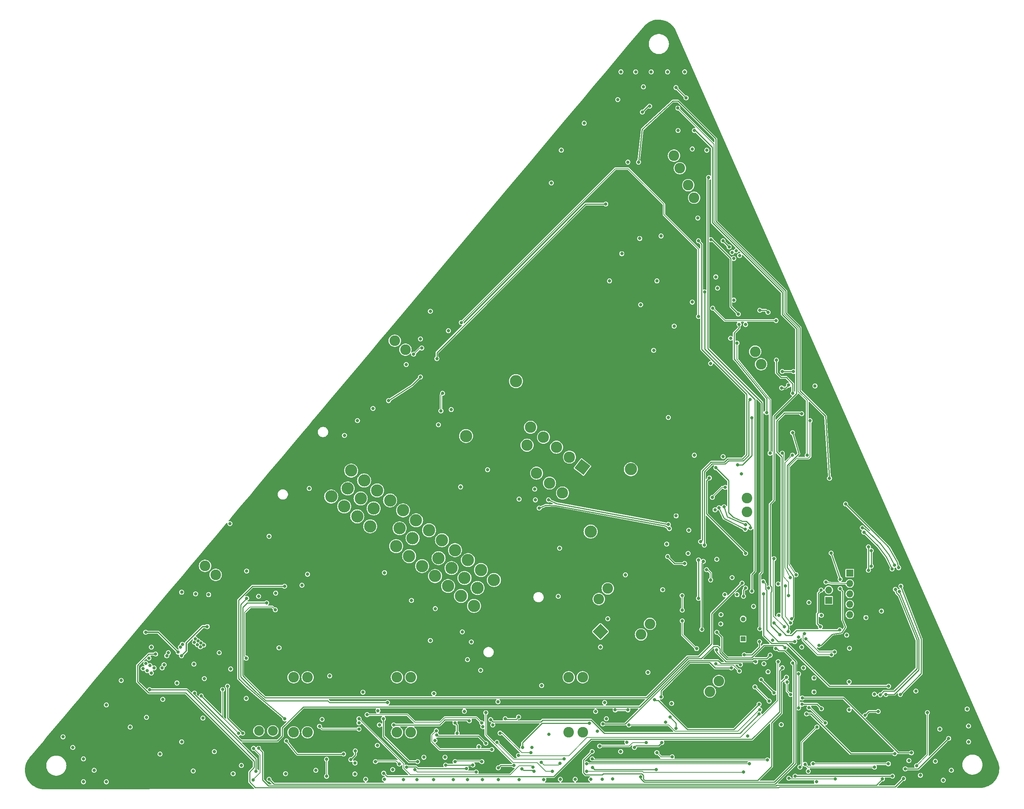
<source format=gbr>
%TF.GenerationSoftware,KiCad,Pcbnew,8.0.0*%
%TF.CreationDate,2024-03-07T18:38:19+01:00*%
%TF.ProjectId,PDU FT24,50445520-4654-4323-942e-6b696361645f,rev?*%
%TF.SameCoordinates,Original*%
%TF.FileFunction,Copper,L4,Bot*%
%TF.FilePolarity,Positive*%
%FSLAX46Y46*%
G04 Gerber Fmt 4.6, Leading zero omitted, Abs format (unit mm)*
G04 Created by KiCad (PCBNEW 8.0.0) date 2024-03-07 18:38:19*
%MOMM*%
%LPD*%
G01*
G04 APERTURE LIST*
G04 Aperture macros list*
%AMRoundRect*
0 Rectangle with rounded corners*
0 $1 Rounding radius*
0 $2 $3 $4 $5 $6 $7 $8 $9 X,Y pos of 4 corners*
0 Add a 4 corners polygon primitive as box body*
4,1,4,$2,$3,$4,$5,$6,$7,$8,$9,$2,$3,0*
0 Add four circle primitives for the rounded corners*
1,1,$1+$1,$2,$3*
1,1,$1+$1,$4,$5*
1,1,$1+$1,$6,$7*
1,1,$1+$1,$8,$9*
0 Add four rect primitives between the rounded corners*
20,1,$1+$1,$2,$3,$4,$5,0*
20,1,$1+$1,$4,$5,$6,$7,0*
20,1,$1+$1,$6,$7,$8,$9,0*
20,1,$1+$1,$8,$9,$2,$3,0*%
%AMRotRect*
0 Rectangle, with rotation*
0 The origin of the aperture is its center*
0 $1 length*
0 $2 width*
0 $3 Rotation angle, in degrees counterclockwise*
0 Add horizontal line*
21,1,$1,$2,0,0,$3*%
G04 Aperture macros list end*
%TA.AperFunction,ComponentPad*%
%ADD10C,2.595000*%
%TD*%
%TA.AperFunction,ComponentPad*%
%ADD11R,1.700000X1.700000*%
%TD*%
%TA.AperFunction,ComponentPad*%
%ADD12O,1.700000X1.700000*%
%TD*%
%TA.AperFunction,ComponentPad*%
%ADD13C,2.400000*%
%TD*%
%TA.AperFunction,ComponentPad*%
%ADD14R,1.192000X1.192000*%
%TD*%
%TA.AperFunction,ComponentPad*%
%ADD15C,1.192000*%
%TD*%
%TA.AperFunction,ComponentPad*%
%ADD16RoundRect,0.250000X1.590990X0.000000X0.000000X1.590990X-1.590990X0.000000X0.000000X-1.590990X0*%
%TD*%
%TA.AperFunction,ComponentPad*%
%ADD17C,3.000000*%
%TD*%
%TA.AperFunction,ComponentPad*%
%ADD18RotRect,2.775000X2.775000X142.500000*%
%TD*%
%TA.AperFunction,ComponentPad*%
%ADD19C,2.775000*%
%TD*%
%TA.AperFunction,ViaPad*%
%ADD20C,0.800000*%
%TD*%
%TA.AperFunction,Conductor*%
%ADD21C,0.250000*%
%TD*%
%TA.AperFunction,Conductor*%
%ADD22C,0.200000*%
%TD*%
%TA.AperFunction,Conductor*%
%ADD23C,0.350000*%
%TD*%
G04 APERTURE END LIST*
D10*
%TO.P,U2,1,1*%
%TO.N,12V_EBS_Relay*%
X167633517Y-203015274D03*
%TO.P,U2,2,2*%
%TO.N,Net-(U12-VS)*%
X167633517Y-216485274D03*
%TO.P,U2,3,3*%
%TO.N,12V_EBS_Relay*%
X164233517Y-203015274D03*
%TO.P,U2,4,4*%
%TO.N,Net-(U12-VS)*%
X164233517Y-216485274D03*
%TD*%
%TO.P,U17,1,1*%
%TO.N,+12V*%
X239624641Y-128983767D03*
%TO.P,U17,2,2*%
%TO.N,Net-(U18-VS)*%
X251832607Y-123291099D03*
%TO.P,U17,3,3*%
%TO.N,+12V*%
X241061543Y-132065213D03*
%TO.P,U17,4,4*%
%TO.N,Net-(U18-VS)*%
X253269509Y-126372545D03*
%TD*%
%TO.P,U8,1,1*%
%TO.N,12V_EBS_Relay*%
X142376381Y-203015274D03*
%TO.P,U8,2,2*%
%TO.N,Net-(U9-VS)*%
X142376381Y-216485274D03*
%TO.P,U8,3,3*%
%TO.N,12V_EBS_Relay*%
X138976381Y-203015274D03*
%TO.P,U8,4,4*%
%TO.N,Net-(U9-VS)*%
X138976381Y-216485274D03*
%TD*%
%TO.P,U47,1,1*%
%TO.N,12V_ASMS*%
X215783430Y-181268550D03*
%TO.P,U47,2,2*%
%TO.N,Net-(U48-VS)*%
X226102048Y-189926899D03*
%TO.P,U47,3,3*%
%TO.N,12V_ASMS*%
X213597952Y-183873101D03*
%TO.P,U47,4,4*%
%TO.N,Net-(U48-VS)*%
X223916570Y-192531450D03*
%TD*%
%TO.P,U13,1,1*%
%TO.N,+12V*%
X155051168Y-130949181D03*
%TO.P,U13,2,2*%
%TO.N,Net-(IC9-VS)*%
X163709517Y-120630563D03*
%TO.P,U13,3,3*%
%TO.N,+12V*%
X157655719Y-133134659D03*
%TO.P,U13,4,4*%
%TO.N,Net-(IC9-VS)*%
X166314068Y-122816041D03*
%TD*%
%TO.P,U15,1,1*%
%TO.N,+12V*%
X219757566Y-81005611D03*
%TO.P,U15,2,2*%
%TO.N,Net-(IC10-VS)*%
X231965532Y-75312943D03*
%TO.P,U15,3,3*%
%TO.N,+12V*%
X221194468Y-84087057D03*
%TO.P,U15,4,4*%
%TO.N,Net-(IC10-VS)*%
X233402434Y-78394389D03*
%TD*%
%TO.P,U6,1,1*%
%TO.N,+12V*%
X128578525Y-167611586D03*
%TO.P,U6,2,2*%
%TO.N,Net-(U11-VS)*%
X119920176Y-177930204D03*
%TO.P,U6,3,3*%
%TO.N,+12V*%
X125973974Y-165426108D03*
%TO.P,U6,4,4*%
%TO.N,Net-(U11-VS)*%
X117315625Y-175744726D03*
%TD*%
%TO.P,U45,1,1*%
%TO.N,12V_ASMS*%
X209651728Y-203015274D03*
%TO.P,U45,2,2*%
%TO.N,Net-(U46-VS)*%
X209651728Y-216485274D03*
%TO.P,U45,3,3*%
%TO.N,12V_ASMS*%
X206251728Y-203015274D03*
%TO.P,U45,4,4*%
%TO.N,Net-(U46-VS)*%
X206251728Y-216485274D03*
%TD*%
D11*
%TO.P,J1,1,Pin_1*%
%TO.N,/Connectors/UART_RX*%
X269800000Y-184175000D03*
D12*
%TO.P,J1,2,Pin_2*%
%TO.N,/Connectors/UART_TX*%
X269800000Y-181635000D03*
%TD*%
D13*
%TO.P,U43,1,1*%
%TO.N,+12V*%
X133909332Y-202665000D03*
%TO.P,U43,2,2*%
X130509332Y-202665000D03*
%TO.P,U43,3,3*%
%TO.N,Net-(U44-VS)*%
X130509332Y-216135000D03*
%TO.P,U43,4,4*%
X133909332Y-216135000D03*
%TD*%
D10*
%TO.P,U49,1,1*%
%TO.N,+12V*%
X223250034Y-88242668D03*
%TO.P,U49,2,2*%
%TO.N,Net-(U50-VS)*%
X235458000Y-82550000D03*
%TO.P,U49,3,3*%
%TO.N,+12V*%
X224686936Y-91324114D03*
%TO.P,U49,4,4*%
%TO.N,Net-(U50-VS)*%
X236894902Y-85631446D03*
%TD*%
D14*
%TO.P,Y1,1*%
%TO.N,/MCU/XTAL_OUT*%
X248887075Y-193618156D03*
D15*
%TO.P,Y1,2*%
%TO.N,/MCU/XTAL_IN*%
X248887075Y-188738156D03*
%TD*%
D10*
%TO.P,U31,1,1*%
%TO.N,+12V*%
X263290143Y-162541321D03*
%TO.P,U31,2,2*%
%TO.N,Net-(U32-VS)*%
X249820143Y-162541321D03*
%TO.P,U31,3,3*%
%TO.N,+12V*%
X263290143Y-159141321D03*
%TO.P,U31,4,4*%
%TO.N,Net-(U32-VS)*%
X249820143Y-159141321D03*
%TD*%
D16*
%TO.P,J4,1,Pin_1*%
%TO.N,/Connectors/POut3*%
X214000000Y-191800000D03*
%TD*%
D11*
%TO.P,J6,1,Pin_1*%
%TO.N,+3.3V*%
X274947075Y-177518156D03*
D12*
%TO.P,J6,2,Pin_2*%
%TO.N,/Connectors/SWCLK*%
X274947075Y-180058156D03*
%TO.P,J6,3,Pin_3*%
%TO.N,GND*%
X274947075Y-182598156D03*
%TO.P,J6,4,Pin_4*%
%TO.N,/Connectors/SWDIO*%
X274947075Y-185138156D03*
%TO.P,J6,5,Pin_5*%
%TO.N,/Connectors/NRST*%
X274947075Y-187678156D03*
%TD*%
D10*
%TO.P,U35,1,1*%
%TO.N,+12V*%
X232613430Y-195258550D03*
%TO.P,U35,2,2*%
%TO.N,Net-(U7-VS)*%
X242932048Y-203916899D03*
%TO.P,U35,3,3*%
%TO.N,+12V*%
X230427952Y-197863101D03*
%TO.P,U35,4,4*%
%TO.N,Net-(U7-VS)*%
X240746570Y-206521450D03*
%TD*%
D17*
%TO.P,J2,1,Pin_1*%
%TO.N,/Connectors/POut22*%
X148178248Y-158755891D03*
%TO.P,J2,2,Pin_2*%
%TO.N,/Connectors/POut21*%
X151351661Y-161190937D03*
%TO.P,J2,3,Pin_3*%
%TO.N,GND*%
X154525075Y-163625982D03*
%TO.P,J2,4,Pin_4*%
%TO.N,/Connectors/POut17*%
X157698488Y-166061028D03*
%TO.P,J2,5,Pin_5*%
%TO.N,+12V*%
X160871901Y-168496074D03*
%TO.P,J2,6,Pin_6*%
%TO.N,12V_EBS_Relay*%
X164045315Y-170931120D03*
%TO.P,J2,7,Pin_7*%
%TO.N,/Connectors/POut4*%
X167218728Y-173366165D03*
%TO.P,J2,8,Pin_8*%
%TO.N,/Connectors/POut5*%
X170392141Y-175801211D03*
%TO.P,J2,9,Pin_9*%
%TO.N,12V_EBS_Relay*%
X173565555Y-178236257D03*
%TO.P,J2,10,Pin_10*%
%TO.N,/Connectors/POut2*%
X176738968Y-180671302D03*
%TO.P,J2,11,Pin_11*%
%TO.N,GND*%
X179912381Y-183106348D03*
%TO.P,J2,12,Pin_12*%
%TO.N,/Connectors/POut18*%
X183085795Y-185541394D03*
%TO.P,J2,13,Pin_13*%
%TO.N,GND*%
X152200000Y-156800000D03*
%TO.P,J2,14,Pin_14*%
X155373414Y-159235046D03*
%TO.P,J2,15,Pin_15*%
X158546827Y-161670092D03*
%TO.P,J2,16,Pin_16*%
%TO.N,+12V*%
X161720240Y-164105138D03*
%TO.P,J2,17,Pin_17*%
%TO.N,GND*%
X164893654Y-166540183D03*
%TO.P,J2,18,Pin_18*%
X168067067Y-168975229D03*
%TO.P,J2,19,Pin_19*%
%TO.N,+12V*%
X171240480Y-171410275D03*
%TO.P,J2,20,Pin_20*%
%TO.N,GND*%
X174413894Y-173845320D03*
%TO.P,J2,21,Pin_21*%
X177587307Y-176280366D03*
%TO.P,J2,22,Pin_22*%
X180760720Y-178715412D03*
%TO.P,J2,23,Pin_23*%
%TO.N,12V_ASMS*%
X183934134Y-181150458D03*
%TO.P,J2,24,Pin_24*%
%TO.N,/Connectors/POut16*%
X153048339Y-152409064D03*
%TO.P,J2,25,Pin_25*%
X156221753Y-154844110D03*
%TO.P,J2,26,Pin_26*%
%TO.N,GND*%
X159395166Y-157279156D03*
%TO.P,J2,27,Pin_27*%
X162568579Y-159714201D03*
%TO.P,J2,28,Pin_28*%
X165741993Y-162149247D03*
%TO.P,J2,29,Pin_29*%
X168915406Y-164584293D03*
%TO.P,J2,30,Pin_30*%
X172088819Y-167019338D03*
%TO.P,J2,31,Pin_31*%
X175262233Y-169454384D03*
%TO.P,J2,32,Pin_32*%
%TO.N,unconnected-(J2-Pin_32-Pad32)*%
X178435646Y-171889430D03*
%TO.P,J2,33,Pin_33*%
%TO.N,/Connectors/POut19*%
X181609059Y-174324476D03*
%TO.P,J2,34,Pin_34*%
%TO.N,12V_ASMS*%
X184782473Y-176759521D03*
%TO.P,J2,35,Pin_35*%
%TO.N,/Connectors/POut10*%
X187955886Y-179194567D03*
%TD*%
D18*
%TO.P,J3,1,Pin_1*%
%TO.N,/Connectors/POut7*%
X209590331Y-151558306D03*
D19*
%TO.P,J3,2,Pin_2*%
%TO.N,/Connectors/POut15*%
X206416918Y-149123260D03*
%TO.P,J3,3,Pin_3*%
%TO.N,/Connectors/POut12*%
X203243504Y-146688215D03*
%TO.P,J3,4,Pin_4*%
%TO.N,/Connectors/POut13*%
X200070091Y-144253169D03*
%TO.P,J3,5,Pin_5*%
%TO.N,/Connectors/POut1*%
X196896678Y-141818123D03*
%TO.P,J3,6,Pin_6*%
%TO.N,+12V*%
X205568579Y-153514197D03*
%TO.P,J3,7,Pin_7*%
X202395165Y-151079151D03*
%TO.P,J3,8,Pin_8*%
X199221752Y-148644105D03*
%TO.P,J3,9,Pin_9*%
%TO.N,/Connectors/POut1*%
X196048339Y-146209059D03*
%TO.P,J3,10,Pin_10*%
%TO.N,/Connectors/POut6*%
X204720240Y-157905133D03*
%TO.P,J3,11,Pin_11*%
%TO.N,CAN_H*%
X201546826Y-155470087D03*
%TO.P,J3,12,Pin_12*%
%TO.N,CAN_L*%
X198373413Y-153035041D03*
%TO.P,J3,13,Pin_13*%
%TO.N,+12V*%
X195199999Y-150599996D03*
%TO.P,J3,14,Pin_14*%
X192026586Y-148164950D03*
D17*
%TO.P,J3,MH1*%
%TO.N,N/C*%
X221425436Y-152068489D03*
%TO.P,J3,MH2*%
X193340728Y-130518335D03*
%TO.P,J3,MH3*%
X211596884Y-167341327D03*
%TO.P,J3,MH4*%
X181132116Y-143964888D03*
%TD*%
D20*
%TO.N,GND*%
X180716237Y-211343644D03*
X232500000Y-163500004D03*
X250000000Y-217400000D03*
X114421917Y-225928242D03*
X106830000Y-200740000D03*
X204400000Y-74000000D03*
X199633377Y-205039562D03*
X303971215Y-214952499D03*
X245800000Y-120050000D03*
X161200000Y-228000000D03*
X133000000Y-168500000D03*
X99000000Y-215200000D03*
X216947075Y-227877656D03*
X256112869Y-193963634D03*
X246597075Y-110678156D03*
X114730000Y-194470000D03*
X220072462Y-177927538D03*
X242601993Y-107759740D03*
X197934015Y-156961757D03*
X236447075Y-73678156D03*
X220447075Y-218903156D03*
X200146345Y-228062155D03*
X188990955Y-228075144D03*
X274200000Y-192700000D03*
X107960000Y-197760000D03*
X173500000Y-218500000D03*
X246620069Y-100505162D03*
X291100000Y-206400000D03*
X240000000Y-74000000D03*
X266447075Y-131678156D03*
X142400000Y-177800000D03*
X274800000Y-211000000D03*
X141000000Y-180500000D03*
X244000000Y-149000000D03*
X142800000Y-156800000D03*
X236447075Y-111178156D03*
X266800000Y-228600000D03*
X289400000Y-223400000D03*
X201400000Y-217000000D03*
X119600000Y-221200000D03*
X163200000Y-225600000D03*
X90200000Y-225800000D03*
X176000000Y-222600000D03*
X281000000Y-207178160D03*
X214000000Y-195600000D03*
X184269112Y-219987548D03*
X297800000Y-228200000D03*
X230200000Y-170400000D03*
X295857997Y-223589078D03*
X134600000Y-182400000D03*
X247200000Y-98600000D03*
X292200000Y-227000000D03*
X230400000Y-54800000D03*
X154000000Y-224000006D03*
X266200000Y-203200000D03*
X144400000Y-225800000D03*
X227800000Y-106000000D03*
X111600000Y-182200000D03*
X173242592Y-206971605D03*
X161200000Y-177400000D03*
X258200000Y-214600000D03*
X229947075Y-213978656D03*
X212800000Y-211400000D03*
X229200000Y-181600000D03*
X116979999Y-195130000D03*
X167800000Y-184200000D03*
X179800000Y-156400000D03*
X235447075Y-172678156D03*
X120800000Y-197000000D03*
X214400000Y-228000000D03*
X242421652Y-174154020D03*
X232947075Y-69178156D03*
X115613333Y-194120000D03*
X159447075Y-219678156D03*
X225600000Y-201800000D03*
X228800000Y-95000000D03*
X169099965Y-228067800D03*
X85000000Y-220200000D03*
X177990342Y-228053654D03*
X304000000Y-218800000D03*
X194100000Y-159400000D03*
X180200000Y-191900000D03*
X111770000Y-194940000D03*
X218947075Y-221178156D03*
X242200000Y-105000000D03*
X116170000Y-195570000D03*
X104880000Y-200730000D03*
X278900000Y-188400000D03*
X111308856Y-195612824D03*
X215000000Y-209200000D03*
X186400000Y-152200000D03*
X117164492Y-203325776D03*
X127400000Y-208200000D03*
X204200000Y-228000000D03*
X102170000Y-200860000D03*
X173600000Y-186200000D03*
X249447075Y-116678156D03*
X234600000Y-54800000D03*
X246200000Y-99000000D03*
X253947075Y-199678156D03*
X110452925Y-204399508D03*
X118200000Y-182800000D03*
X130400000Y-183200000D03*
X257447075Y-180178156D03*
X185138319Y-228054811D03*
X159947075Y-214678156D03*
X181473444Y-228062155D03*
X151400000Y-143800000D03*
X230600000Y-139400000D03*
X155947075Y-206678156D03*
X166500000Y-126451163D03*
X263200000Y-195600000D03*
X126200000Y-224600000D03*
X263646575Y-200678156D03*
X237800000Y-90600000D03*
X103600000Y-198320000D03*
X177499998Y-137500000D03*
X246200000Y-178600000D03*
X204000000Y-171400000D03*
X87600000Y-223000000D03*
X232008599Y-117042297D03*
X264800000Y-226000000D03*
X251447075Y-185678156D03*
X93200000Y-228600000D03*
X153947075Y-226678156D03*
X248447075Y-153178156D03*
X215800000Y-188700000D03*
X103000000Y-212800000D03*
X299800000Y-225800000D03*
X182428038Y-194358721D03*
X124200000Y-226600000D03*
X248000000Y-99800000D03*
X303637359Y-210794484D03*
X154600000Y-140200000D03*
X223800000Y-111800000D03*
X211600000Y-228000000D03*
X219000000Y-54800000D03*
X111600000Y-218800000D03*
X198100000Y-159600000D03*
X147800000Y-202690379D03*
X254947075Y-201678156D03*
X123600000Y-201000000D03*
X220700000Y-76900000D03*
X87600000Y-228600000D03*
X114600000Y-199800000D03*
X236947075Y-148678156D03*
X170000000Y-120200002D03*
X235600000Y-167000000D03*
X187659022Y-214678047D03*
X145948013Y-213348005D03*
X188950000Y-209010000D03*
X108360000Y-197010000D03*
X103175000Y-201370000D03*
X181500000Y-198700000D03*
X93200000Y-209800000D03*
X176800000Y-118200004D03*
X219209321Y-99326870D03*
X82600000Y-217600000D03*
X172400000Y-194000000D03*
X104214588Y-195620000D03*
X210000000Y-67400000D03*
X165787623Y-228067800D03*
X158400000Y-137200000D03*
X194140496Y-228062903D03*
X106325015Y-221810389D03*
X207800000Y-228000000D03*
X224500000Y-58500000D03*
X107290000Y-199940000D03*
X264947075Y-184678156D03*
X170800000Y-222600000D03*
X274900000Y-195925000D03*
X137000000Y-226600000D03*
X174400000Y-141200000D03*
X262400000Y-193200000D03*
X231400000Y-209400000D03*
X103870000Y-200150000D03*
X172400000Y-113400000D03*
X222600000Y-54800000D03*
X123400000Y-165400000D03*
X135400000Y-195800000D03*
X244400000Y-182800000D03*
X243447075Y-187678156D03*
X154947075Y-214178156D03*
X114930000Y-193620000D03*
X227000000Y-123000000D03*
X266200000Y-206600000D03*
X274800000Y-204100000D03*
X102860000Y-199640000D03*
X173150358Y-228053654D03*
X115440000Y-195020000D03*
X296947075Y-215678156D03*
X127500000Y-177000000D03*
X197200000Y-220200000D03*
X240947075Y-126178156D03*
X223600000Y-95600000D03*
X184700000Y-201300000D03*
X218210000Y-61590000D03*
X257600000Y-187824259D03*
X268012270Y-187842724D03*
X203700000Y-183200000D03*
X202000000Y-82000000D03*
X226400000Y-54800000D03*
X247400000Y-182800000D03*
X243420000Y-189950000D03*
X116800000Y-213000000D03*
X255097075Y-181178156D03*
X215447075Y-213178156D03*
X96800000Y-203800000D03*
X107000000Y-208400000D03*
X242000000Y-162000000D03*
X213200000Y-216200000D03*
X104180000Y-201960000D03*
X115000000Y-182600000D03*
X216200000Y-106000000D03*
X156600000Y-228000000D03*
X116296666Y-194650000D03*
X282700000Y-186800000D03*
X185247075Y-215120760D03*
X159600000Y-211200000D03*
%TO.N,CAN_H*%
X230600000Y-165600000D03*
X201300000Y-159600000D03*
X279500000Y-171100000D03*
X279500000Y-176800000D03*
%TO.N,+3.3V*%
X147040000Y-227250000D03*
X147050000Y-223090000D03*
X125494429Y-216752785D03*
X116400000Y-207600000D03*
X121600000Y-206000000D03*
X244200000Y-161300000D03*
X259596825Y-204218356D03*
X249500000Y-165678156D03*
X110743990Y-196850022D03*
X102800000Y-192000000D03*
X260474999Y-207224999D03*
X129187347Y-220412653D03*
X129101268Y-228126476D03*
%TO.N,/MCU/I2C_SCL*%
X263894975Y-192305025D03*
X270440742Y-197500000D03*
%TO.N,/MCU/I2C_SDA*%
X271200000Y-196800000D03*
X264200000Y-193600000D03*
%TO.N,+12V*%
X212600000Y-106300000D03*
X262600000Y-141800000D03*
X128400000Y-203000000D03*
X244800000Y-140100000D03*
X256900000Y-113100000D03*
X150400000Y-139000000D03*
X234700000Y-180400000D03*
X133600000Y-199400000D03*
X215200000Y-60900000D03*
X239300000Y-139000000D03*
X197400000Y-94800000D03*
X136600000Y-160800000D03*
X131600000Y-200200000D03*
X218200000Y-92500000D03*
X183800000Y-211600000D03*
X241800000Y-212700000D03*
X236900000Y-106500000D03*
X235200000Y-196900000D03*
X241900000Y-144500000D03*
X244000000Y-143600000D03*
X249600000Y-112000000D03*
X237195915Y-188840210D03*
X153160320Y-138817548D03*
X272700000Y-175100000D03*
X254500000Y-141100000D03*
X274600000Y-156800000D03*
X182300087Y-118275278D03*
X126200000Y-222600000D03*
X236900000Y-181300000D03*
X235600000Y-190300000D03*
X243900000Y-172300000D03*
X219400000Y-89800000D03*
X220100000Y-93800000D03*
X149900000Y-136000000D03*
X268400000Y-177900000D03*
X127500000Y-199900000D03*
X251200000Y-114800000D03*
X265002688Y-178116223D03*
X235200000Y-141000000D03*
X259100000Y-219000000D03*
X227600000Y-169000000D03*
X231300000Y-220800000D03*
X208000000Y-119100000D03*
X136200000Y-203200000D03*
X299000000Y-205700000D03*
X285598124Y-211198124D03*
X144700000Y-149500000D03*
X280600000Y-192800000D03*
X232000000Y-189700000D03*
X300500000Y-216700000D03*
X289400000Y-181400000D03*
X134200000Y-197800000D03*
X120600000Y-227600000D03*
X217000000Y-94600000D03*
X261400000Y-153900000D03*
X273500000Y-170300000D03*
X271117766Y-146582746D03*
X189800000Y-94900000D03*
X230000000Y-57600000D03*
X240000000Y-141600000D03*
X185500000Y-115000000D03*
X175600000Y-148200000D03*
X133200000Y-156200000D03*
X198200000Y-86100000D03*
X194300000Y-99200000D03*
X255400000Y-203500000D03*
X265600000Y-157800000D03*
X262600000Y-179700000D03*
X254000000Y-206000000D03*
X186100000Y-142000000D03*
X254400000Y-108400000D03*
X212500000Y-108700000D03*
X251900000Y-178600000D03*
X130600000Y-199000000D03*
X215200000Y-103300000D03*
X278200000Y-200400000D03*
X266500000Y-145200000D03*
X257300000Y-178200000D03*
X263300000Y-150200000D03*
X241900000Y-197500000D03*
X175900000Y-152200000D03*
X244900000Y-213300000D03*
X249300000Y-96500000D03*
X249700000Y-185700000D03*
X278000000Y-177600000D03*
X246700000Y-133600000D03*
X130800000Y-165000000D03*
X244700000Y-104600000D03*
X244000000Y-79600000D03*
X276500000Y-215200000D03*
X255400000Y-158900000D03*
X129800000Y-204600000D03*
X281600000Y-183600000D03*
X225800000Y-196900000D03*
X251500000Y-187600000D03*
X238400000Y-136200000D03*
X131400000Y-158500000D03*
X252600000Y-140700000D03*
X225000000Y-80900000D03*
X272300000Y-213600000D03*
X265800000Y-160900000D03*
X210758569Y-110721359D03*
X151700000Y-137200000D03*
X235400000Y-183000000D03*
X268200000Y-164200000D03*
X231800000Y-186600000D03*
X265700000Y-129000000D03*
X248800000Y-204400000D03*
X261300000Y-160800000D03*
X209600000Y-113400000D03*
X248000000Y-89400000D03*
X287300000Y-188800000D03*
X256000000Y-131800000D03*
X128000000Y-201400000D03*
X264900000Y-221700000D03*
X289000000Y-200300000D03*
X142500000Y-144600000D03*
X244700000Y-110900000D03*
X257300000Y-153000000D03*
X253800000Y-129400000D03*
X252600000Y-148800000D03*
X272500000Y-201700000D03*
X238800000Y-134200000D03*
X153200000Y-132800000D03*
X132700000Y-200500000D03*
X282500000Y-175500000D03*
X239500000Y-101800000D03*
X113400000Y-210400000D03*
X285900000Y-184200000D03*
X262400000Y-170000000D03*
X230400000Y-192400000D03*
X278800000Y-169500000D03*
X242000000Y-135200000D03*
X171000000Y-158300000D03*
X150000000Y-142200000D03*
X250900000Y-195700000D03*
X257100000Y-118500000D03*
X148300000Y-138000000D03*
X236600000Y-61100000D03*
X206500000Y-123000000D03*
X182100000Y-161600000D03*
X133200000Y-224400000D03*
X268800000Y-170000000D03*
X227800000Y-92200000D03*
X252700000Y-171200000D03*
X146900000Y-139600000D03*
X145400000Y-220600000D03*
X185200000Y-209200000D03*
X140800000Y-154200000D03*
X134400000Y-196600000D03*
X215800000Y-99100000D03*
X154700000Y-136800000D03*
X217500000Y-87600000D03*
X189100000Y-160000000D03*
X156100000Y-135200000D03*
X270500000Y-140700000D03*
X259000000Y-213000000D03*
X244600000Y-146700000D03*
X287600000Y-215700000D03*
X128000000Y-162700000D03*
X242300000Y-129400000D03*
X274500000Y-226000000D03*
X249300000Y-170100000D03*
X153800000Y-135000000D03*
X269300000Y-136300000D03*
X265200000Y-171800000D03*
X271400000Y-195000000D03*
X297000000Y-209300000D03*
X257200000Y-135700000D03*
X242800000Y-103500000D03*
X247100000Y-186700000D03*
X247900000Y-137100000D03*
X245600000Y-84200000D03*
X272100000Y-153900000D03*
X239000000Y-213800000D03*
X267700000Y-143200000D03*
X214900000Y-95800000D03*
X221600000Y-58000000D03*
X253000000Y-117200000D03*
X223400000Y-78600000D03*
X106800000Y-203200000D03*
X279600000Y-207100000D03*
X234321925Y-220644768D03*
X242200000Y-214500000D03*
X209200000Y-116300000D03*
X276920000Y-226010000D03*
X182700000Y-150300000D03*
X187400000Y-106800000D03*
X273400000Y-163500000D03*
X236900000Y-138200000D03*
X238280664Y-220644768D03*
X263100000Y-155300000D03*
X251300000Y-106100000D03*
X252600000Y-175300000D03*
X248600000Y-94800000D03*
X250000000Y-201800000D03*
X239100000Y-194900000D03*
X245100000Y-220700000D03*
X265700000Y-164700000D03*
X250485104Y-131330206D03*
X251600000Y-184300000D03*
X241700000Y-139100000D03*
X282400000Y-166500000D03*
X248200000Y-145500000D03*
X177500000Y-107900000D03*
X265300000Y-174800000D03*
X271700000Y-150100000D03*
X228200000Y-200200000D03*
X152000000Y-140600000D03*
X264200000Y-124700000D03*
X255000000Y-151900000D03*
X289200000Y-196400000D03*
X270600000Y-163900000D03*
X248200000Y-103200000D03*
X181700000Y-167900000D03*
X205100000Y-126500000D03*
X135800000Y-204400000D03*
X226800000Y-198400000D03*
X137200000Y-205000000D03*
X130200000Y-200700000D03*
X263900000Y-205600000D03*
X295700000Y-198800000D03*
X259900000Y-145800000D03*
X289000000Y-192700000D03*
X278760000Y-173560000D03*
X268730000Y-221260000D03*
X241500000Y-170500000D03*
X237700000Y-132500000D03*
X138400000Y-224400000D03*
X251500000Y-108800000D03*
X193500000Y-156600000D03*
X237000000Y-185700000D03*
X257200000Y-175200000D03*
X269428217Y-157284222D03*
X259800000Y-139600000D03*
X239900000Y-145400000D03*
X250200000Y-93100000D03*
X148500000Y-140800000D03*
X195900000Y-104600000D03*
X129500000Y-160600000D03*
X189200000Y-154200000D03*
X134500000Y-161500000D03*
X232600000Y-170300000D03*
X131900000Y-198400000D03*
X254200000Y-178000000D03*
X247300000Y-195800000D03*
X235300000Y-187400000D03*
X246200000Y-209000000D03*
X187900000Y-121500000D03*
X250800000Y-103400000D03*
X243900000Y-132200000D03*
X246000000Y-170400000D03*
X177700000Y-158000000D03*
X247000000Y-142900000D03*
X262600000Y-182700000D03*
X222300000Y-82200000D03*
X182500000Y-127100000D03*
X284500000Y-201800000D03*
X260600000Y-125200000D03*
X169200000Y-153500000D03*
X231800000Y-183700000D03*
X220888821Y-91208706D03*
X276100000Y-160200000D03*
X256500000Y-162300000D03*
X270900000Y-160700000D03*
X191300000Y-117200000D03*
X242400000Y-141600000D03*
X247700000Y-147800000D03*
X248800000Y-220900000D03*
X216300000Y-91400000D03*
X257000000Y-170400000D03*
X132400000Y-204600000D03*
X236824004Y-134836974D03*
X179200000Y-140300000D03*
X247360448Y-211165340D03*
X250922066Y-208225000D03*
X184500000Y-135200000D03*
X184200000Y-101700000D03*
X235600000Y-137300000D03*
X139300000Y-149100000D03*
X262400000Y-136800000D03*
X213400000Y-101200000D03*
X224100000Y-84800000D03*
X143200000Y-151800000D03*
X262000000Y-174700000D03*
X151700000Y-134500000D03*
X267700000Y-154200000D03*
X266500000Y-140500000D03*
X217700000Y-97000000D03*
X247700000Y-207300000D03*
X268100000Y-174800000D03*
X275000000Y-152200000D03*
X184077480Y-109307524D03*
X178900000Y-123600000D03*
X258300000Y-142400000D03*
X292800000Y-191600000D03*
X188700000Y-111800000D03*
X290600000Y-186300000D03*
X260600000Y-121400000D03*
X191752585Y-108580409D03*
X267800000Y-149000000D03*
X241800000Y-220800000D03*
X230100000Y-215900000D03*
X142198008Y-220600000D03*
X237500000Y-142500000D03*
X265300000Y-219000000D03*
X239500000Y-107000000D03*
X275300000Y-173100000D03*
X263300000Y-146000000D03*
X184600000Y-205800000D03*
X182900000Y-156600000D03*
X297500000Y-213000000D03*
X218400000Y-83800000D03*
X247900000Y-140400000D03*
X248400000Y-105900000D03*
X137400000Y-221700000D03*
X223016306Y-93955586D03*
X145000000Y-223100000D03*
X187900000Y-130400000D03*
X295100000Y-202200000D03*
X235900000Y-170500000D03*
X277900000Y-181800000D03*
X251200000Y-95800000D03*
X227900000Y-195100000D03*
X254500000Y-175300000D03*
X265400000Y-151600000D03*
X212800000Y-103800000D03*
X261200000Y-164700000D03*
X278100000Y-185600000D03*
X203500000Y-130800000D03*
X279300000Y-162300000D03*
X236000000Y-144700000D03*
X255800000Y-227400000D03*
X187600000Y-147600000D03*
X274600000Y-194000000D03*
X220400000Y-87300000D03*
X141100000Y-146800000D03*
X132800000Y-197600000D03*
X240300000Y-173500000D03*
X190217564Y-103530997D03*
X133200000Y-220800000D03*
X283300000Y-179400000D03*
X238200000Y-64700000D03*
X126800000Y-227200000D03*
X128800000Y-199400000D03*
X272600000Y-222500000D03*
X252400000Y-200500000D03*
X257100000Y-122100000D03*
X176500000Y-163400000D03*
X282600000Y-199500000D03*
X243600000Y-209900000D03*
X181700000Y-112200000D03*
X132400000Y-163100000D03*
X252800000Y-99200000D03*
X146100000Y-147000000D03*
X278100000Y-219900000D03*
X254500000Y-170300000D03*
X245100000Y-136500000D03*
X137400000Y-151400000D03*
X226200000Y-88500000D03*
%TO.N,Net-(IC9-VS)*%
X175000000Y-137800000D03*
X175400000Y-133500000D03*
%TO.N,Net-(U32-VS)*%
X241349500Y-159000000D03*
X244500000Y-156500000D03*
%TO.N,Net-(D38-K)*%
X173947080Y-217178166D03*
X185947075Y-219178156D03*
%TO.N,Net-(D60-K)*%
X230422972Y-173465513D03*
X234557075Y-175176156D03*
%TO.N,/Power Stages/IS7*%
X134500000Y-186500000D03*
X127400000Y-198310000D03*
%TO.N,/Power Stages/IS2*%
X154051791Y-221051791D03*
X152947075Y-223178156D03*
%TO.N,/Power Stages/IS12*%
X168314068Y-123931163D03*
X170314068Y-122431163D03*
%TO.N,Net-(U46-IN)*%
X190721708Y-213178156D03*
X193980000Y-212720000D03*
%TO.N,Net-(U50-IS)*%
X243947075Y-96178156D03*
X245459374Y-97690455D03*
%TO.N,Net-(D14-K)*%
X162200000Y-135300000D03*
X169999990Y-129500000D03*
%TO.N,/Power Stages/IS1*%
X178447075Y-223678156D03*
X159000000Y-223678166D03*
X164841412Y-224266717D03*
X185000000Y-223678170D03*
%TO.N,/Power Stages/IS3*%
X260000000Y-131500000D03*
X247500000Y-151000000D03*
X258300006Y-132178156D03*
X250989081Y-139489081D03*
%TO.N,/Power Stages/IS4*%
X228999998Y-219000002D03*
X232500000Y-215500012D03*
X222297401Y-220160987D03*
X231000000Y-212770849D03*
%TO.N,/Power Stages/IS6*%
X254947075Y-113678140D03*
X252947075Y-113178156D03*
X261000000Y-133500000D03*
X257000000Y-125374505D03*
%TO.N,/Power Stages/IS11*%
X239947075Y-176678156D03*
X240947075Y-179178156D03*
%TO.N,Net-(D13-K)*%
X226000000Y-63200000D03*
X224228955Y-64656276D03*
%TO.N,/MCU/EN1*%
X223300000Y-76900000D03*
X174000000Y-125000002D03*
X287300000Y-207200010D03*
X273920000Y-160610000D03*
X287447075Y-180700000D03*
X215300000Y-87178156D03*
X286900000Y-176200000D03*
X270000000Y-154300000D03*
%TO.N,/MCU/EN16*%
X211325818Y-214265834D03*
X263343501Y-208100000D03*
X248190000Y-199925000D03*
X290000000Y-221500000D03*
X160947075Y-213178156D03*
X194947075Y-220178156D03*
X182800000Y-224475000D03*
X256400000Y-206800000D03*
X169288197Y-223651801D03*
X214580000Y-214450000D03*
X161947075Y-209178156D03*
X176160000Y-224490000D03*
X127512277Y-183687723D03*
X253320000Y-203620000D03*
%TO.N,/MCU/EN5*%
X204134492Y-224109492D03*
X199500000Y-223800000D03*
X189447075Y-216678156D03*
X154947075Y-215678156D03*
X145295124Y-215008860D03*
X184943795Y-214167856D03*
X265947075Y-224178162D03*
X254819659Y-223250000D03*
X284400000Y-224200000D03*
X212000000Y-223000000D03*
X197000000Y-221500000D03*
X156947075Y-212178156D03*
%TO.N,/MCU/EN6*%
X264400000Y-212000000D03*
X187148317Y-213379394D03*
X285947075Y-221678156D03*
X252800000Y-212000000D03*
X163447075Y-214678156D03*
X181947075Y-213678156D03*
%TO.N,/MCU/DSEL3*%
X250447083Y-224178156D03*
X197483651Y-225038519D03*
X210600000Y-224178156D03*
X262800000Y-225000006D03*
X266947075Y-215178156D03*
X154947075Y-213178136D03*
%TO.N,/MCU/EN3*%
X225200000Y-219000000D03*
X213798244Y-219826987D03*
X188691697Y-218933534D03*
X264000000Y-224300000D03*
X281000000Y-225000006D03*
X173859876Y-216092974D03*
X227770000Y-221450000D03*
X205150000Y-222990000D03*
X187447075Y-220678156D03*
X231550000Y-222500000D03*
%TO.N,/MCU/EN7*%
X249400000Y-166800000D03*
X285289799Y-176501373D03*
X286100000Y-181500000D03*
X278400000Y-167500000D03*
X243000000Y-161500000D03*
X282400000Y-207300000D03*
%TO.N,/MCU/EN8*%
X242200000Y-151725000D03*
X283800000Y-207200000D03*
X278000000Y-166400000D03*
X250700000Y-166403156D03*
X287100000Y-182000000D03*
X285900000Y-175600000D03*
%TO.N,/MCU/DSEL4*%
X240625000Y-154200000D03*
X267400000Y-195200000D03*
X270400000Y-172625000D03*
X272600000Y-179000000D03*
X249447075Y-172678156D03*
X272600000Y-181300000D03*
%TO.N,/MCU/EN14*%
X122800000Y-205200000D03*
X130400000Y-220400000D03*
X282947075Y-227925000D03*
X126500000Y-216700000D03*
%TO.N,/MCU/EN15*%
X233947075Y-183000002D03*
X237500000Y-196000000D03*
X268947075Y-214178156D03*
X265000000Y-210475000D03*
X234000000Y-189200000D03*
X242234459Y-199685000D03*
X234000000Y-186600000D03*
X255257603Y-208825000D03*
X247970000Y-201500000D03*
X251760000Y-205350000D03*
%TO.N,/MCU/EN11*%
X253875000Y-182600000D03*
X284447075Y-205178156D03*
X251000000Y-181900000D03*
X239459728Y-108678156D03*
%TO.N,/MCU/EN12*%
X185947075Y-211678176D03*
X271447075Y-227925000D03*
X248947085Y-226178156D03*
X210600000Y-226036699D03*
X260060000Y-227740000D03*
X202200000Y-226036699D03*
%TO.N,/MCU/DSEL7*%
X237947075Y-183678156D03*
X237947075Y-96178156D03*
X249447075Y-181178156D03*
X238495000Y-169795000D03*
X237990000Y-174300000D03*
X248947075Y-183178156D03*
%TO.N,/MCU/PWM6*%
X232921770Y-63678156D03*
X264547075Y-148678156D03*
X260400000Y-178600000D03*
X260947075Y-148678156D03*
%TO.N,/MCU/PWM1*%
X262447081Y-210500000D03*
X220947087Y-214678156D03*
X262447075Y-202178156D03*
X252935741Y-210940549D03*
%TO.N,/Power Stages/IS13*%
X232447075Y-58678156D03*
X234947075Y-61178156D03*
%TO.N,/MCU/ISENSE3*%
X250600000Y-135000000D03*
X239120000Y-174640000D03*
X261171575Y-128178156D03*
X251953051Y-199225000D03*
X242346410Y-196278822D03*
X258447075Y-128178156D03*
X239390000Y-170650000D03*
X238771807Y-191300000D03*
%TO.N,/MCU/ISENSE4*%
X223786909Y-227348371D03*
X261000000Y-199500000D03*
%TO.N,/MCU/ISENSE5*%
X240447075Y-80678156D03*
X252980873Y-191135334D03*
%TO.N,/MCU/ISENSE6*%
X259900000Y-191800000D03*
X263200000Y-138500000D03*
%TO.N,/MCU/ISENSE7*%
X255512616Y-197612616D03*
X114732925Y-206881844D03*
%TO.N,/MCU/ISENSE9*%
X133000000Y-228000000D03*
X129800000Y-226000000D03*
X256875817Y-195973914D03*
X103802921Y-206071848D03*
%TO.N,/MCU/ISENSE10*%
X211947075Y-221178156D03*
X259447075Y-203000004D03*
%TO.N,/MCU/ISENSE11*%
X258947075Y-190678156D03*
X256400004Y-174000000D03*
%TO.N,/MCU/ISENSE12*%
X179947075Y-116178156D03*
X241447075Y-112678156D03*
X265251045Y-140200000D03*
X261800000Y-177900000D03*
X256947075Y-115678156D03*
X237947075Y-114678156D03*
X260500000Y-189678156D03*
X259171575Y-180678156D03*
%TO.N,/MCU/ISENSE1*%
X258447075Y-200678156D03*
X161000000Y-226500000D03*
%TO.N,/MCU/ISENSE2*%
X183600010Y-226200000D03*
X257447075Y-199178156D03*
X168612432Y-225637739D03*
X193947075Y-222178156D03*
%TO.N,/Connectors/UART_TX*%
X267947075Y-181678180D03*
X267749480Y-190631146D03*
%TO.N,/Connectors/SWCLK*%
X269100000Y-179700000D03*
%TO.N,/MCU/ISENSE13*%
X236947075Y-69178156D03*
X257853572Y-192584652D03*
%TO.N,/Connectors/NRST*%
X256393765Y-189743983D03*
X272500000Y-191400000D03*
%TO.N,/MCU/PWM8*%
X260700322Y-188698424D03*
X254600000Y-138200000D03*
X260950000Y-143150000D03*
X247700000Y-114100000D03*
X247900000Y-116600000D03*
X241000000Y-95900000D03*
%TO.N,Net-(U3-PC4)*%
X242447075Y-192000000D03*
X259121096Y-195775000D03*
%TO.N,/MCU/EN2*%
X293947075Y-211678156D03*
X288060000Y-227840000D03*
X105238128Y-197350000D03*
X291280000Y-224660000D03*
%TO.N,/Connectors/POut17*%
X117859999Y-190600002D03*
X111550061Y-197743159D03*
%TO.N,/MCU/DSEL5*%
X261488478Y-194275000D03*
X253800000Y-179600000D03*
X132400000Y-184800000D03*
X248600000Y-180000000D03*
%TO.N,CAN_L*%
X280225000Y-172000000D03*
X230823019Y-166624770D03*
X280225000Y-175800000D03*
X199000000Y-161600000D03*
%TO.N,/MCU/EN13*%
X194800000Y-225400000D03*
X136755336Y-180717264D03*
X261600000Y-227200000D03*
X151200000Y-221800000D03*
X197761613Y-226036699D03*
X166600000Y-225000000D03*
X227600000Y-225600000D03*
X136800000Y-213200000D03*
X137200000Y-218600000D03*
X189000000Y-225200000D03*
X181206179Y-225351912D03*
X285400000Y-227200000D03*
X288530000Y-225430000D03*
X299130000Y-217990000D03*
X192800000Y-224600000D03*
X212037030Y-225084247D03*
%TO.N,/MCU/EN9*%
X255447075Y-148178156D03*
X260000000Y-183000000D03*
X247400000Y-121200000D03*
X258447075Y-148178156D03*
%TO.N,Net-(U12-DEN)*%
X178947075Y-216678156D03*
X178447075Y-214178156D03*
%TO.N,Net-(U7-VS)*%
X217600000Y-211000000D03*
X220700000Y-211000000D03*
%TO.N,/MCU/EN4*%
X281900000Y-211400000D03*
X263300000Y-209600000D03*
X227233682Y-208478111D03*
X268000000Y-210700000D03*
X252800000Y-209600000D03*
X278700000Y-212300000D03*
%TO.N,/MCU/DSEL8*%
X252900000Y-194300000D03*
X228800000Y-207800000D03*
X249175000Y-197525000D03*
X245975000Y-200725000D03*
%TD*%
D21*
%TO.N,GND*%
X216947075Y-227877656D02*
X216947075Y-227603156D01*
%TO.N,CAN_H*%
X230600000Y-165600000D02*
X203227396Y-160470809D01*
X279500000Y-171100000D02*
X279500000Y-176800000D01*
X203227396Y-160470809D02*
X201300000Y-159600000D01*
%TO.N,+3.3V*%
X245000000Y-163678156D02*
X249500000Y-165678156D01*
D22*
X147040000Y-227250000D02*
X147040000Y-223100000D01*
X129101268Y-228098732D02*
X130800000Y-226400000D01*
X259610000Y-204231531D02*
X259610000Y-206360000D01*
X259596825Y-204218356D02*
X259610000Y-204231531D01*
X259610000Y-206360000D02*
X260474999Y-207224999D01*
D21*
X116400000Y-207600000D02*
X117223745Y-208423745D01*
D23*
X102800000Y-192000000D02*
X105893968Y-192000000D01*
D22*
X130800000Y-226400000D02*
X130800000Y-222025306D01*
X121600000Y-212800000D02*
X121600000Y-206000000D01*
D21*
X117223745Y-208423745D02*
X121600000Y-212800000D01*
D23*
X105893968Y-192000000D02*
X110743990Y-196850022D01*
D21*
X244200000Y-161300000D02*
X245000000Y-163678156D01*
D22*
X121600000Y-212858356D02*
X121600000Y-212800000D01*
X125494429Y-216752785D02*
X121600000Y-212858356D01*
X129101268Y-228126476D02*
X129101268Y-228098732D01*
X147040000Y-223100000D02*
X147050000Y-223090000D01*
X130800000Y-222025306D02*
X129187347Y-220412653D01*
%TO.N,/MCU/I2C_SCL*%
X263500000Y-193900000D02*
X264900000Y-195300000D01*
X264900000Y-195300000D02*
X267100000Y-197500000D01*
X263500000Y-192700000D02*
X263500000Y-193900000D01*
X267100000Y-197500000D02*
X270440742Y-197500000D01*
X263894975Y-192305025D02*
X263500000Y-192700000D01*
%TO.N,/MCU/I2C_SDA*%
X264200000Y-193600000D02*
X267400000Y-196800000D01*
X267400000Y-196800000D02*
X271200000Y-196800000D01*
D21*
%TO.N,+12V*%
X274500000Y-226000000D02*
X276910000Y-226000000D01*
X127440000Y-224100000D02*
X127450000Y-224090000D01*
X276910000Y-226000000D02*
X276920000Y-226010000D01*
X278760000Y-173560000D02*
X278770000Y-173560000D01*
D22*
%TO.N,Net-(IC9-VS)*%
X175000000Y-137800000D02*
X175000000Y-133900000D01*
X175000000Y-133900000D02*
X175400000Y-133500000D01*
%TO.N,Net-(U32-VS)*%
X241349500Y-158850500D02*
X243700000Y-156500000D01*
X241349500Y-159000000D02*
X241349500Y-158850500D01*
X243700000Y-156500000D02*
X244500000Y-156500000D01*
D21*
%TO.N,Net-(D38-K)*%
X174172070Y-217403156D02*
X173947080Y-217178166D01*
X184172075Y-217403156D02*
X174172070Y-217403156D01*
X185947075Y-219178156D02*
X184172075Y-217403156D01*
%TO.N,Net-(D60-K)*%
X232133615Y-175176156D02*
X234557075Y-175176156D01*
X230422972Y-173465513D02*
X232133615Y-175176156D01*
D22*
%TO.N,/Power Stages/IS7*%
X128300000Y-185800000D02*
X133800000Y-185800000D01*
X126925000Y-197835000D02*
X126925000Y-187175000D01*
X127400000Y-198310000D02*
X126925000Y-197835000D01*
X133800000Y-185800000D02*
X134500000Y-186500000D01*
X126925000Y-187175000D02*
X128300000Y-185800000D01*
D21*
%TO.N,/Power Stages/IS2*%
X152947075Y-223178156D02*
X154051791Y-222073440D01*
X154051791Y-222073440D02*
X154051791Y-221051791D01*
D22*
%TO.N,/Power Stages/IS12*%
X169814068Y-122431163D02*
X168314068Y-123931163D01*
X170314068Y-122431163D02*
X169814068Y-122431163D01*
D21*
%TO.N,Net-(U46-IN)*%
X193375000Y-213325000D02*
X193980000Y-212720000D01*
X190868552Y-213325000D02*
X193375000Y-213325000D01*
X190721708Y-213178156D02*
X190868552Y-213325000D01*
%TO.N,Net-(U50-IS)*%
X245459374Y-97690455D02*
X243947075Y-96178156D01*
%TO.N,Net-(D14-K)*%
X167999990Y-131500000D02*
X162200000Y-135300000D01*
X167999990Y-131500000D02*
X169999990Y-129500000D01*
D22*
%TO.N,/Power Stages/IS1*%
X178447075Y-223678156D02*
X178625231Y-223500000D01*
X164074695Y-223500000D02*
X164841412Y-224266717D01*
X184821830Y-223500000D02*
X185000000Y-223678170D01*
X178625231Y-223500000D02*
X184821830Y-223500000D01*
X159000000Y-223678166D02*
X159178166Y-223500000D01*
X159178166Y-223500000D02*
X164074695Y-223500000D01*
D21*
%TO.N,/Power Stages/IS3*%
X251000000Y-139500000D02*
X251000000Y-148700000D01*
X259321844Y-132178156D02*
X260000000Y-131500000D01*
X250989081Y-139489081D02*
X251000000Y-139500000D01*
X258300006Y-132178156D02*
X259321844Y-132178156D01*
X251000000Y-148700000D02*
X248700000Y-151000000D01*
X248700000Y-151000000D02*
X247500000Y-151000000D01*
%TO.N,/Power Stages/IS4*%
X222297401Y-220160987D02*
X222658388Y-219800000D01*
X231000000Y-212770849D02*
X232500000Y-214270849D01*
X232500000Y-214270849D02*
X232500000Y-215500012D01*
X228200000Y-219800000D02*
X228999998Y-219000002D01*
X222658388Y-219800000D02*
X228200000Y-219800000D01*
%TO.N,/Power Stages/IS6*%
X252947075Y-113178156D02*
X254447091Y-113178156D01*
X257000000Y-128500000D02*
X257000000Y-125374505D01*
X259432112Y-129600000D02*
X258100000Y-129600000D01*
X261000000Y-133500000D02*
X261000000Y-131167888D01*
X254447091Y-113178156D02*
X254947075Y-113678140D01*
X261000000Y-131167888D02*
X259432112Y-129600000D01*
X258100000Y-129600000D02*
X257000000Y-128500000D01*
D22*
%TO.N,/Power Stages/IS11*%
X240947075Y-179178156D02*
X241000000Y-179125231D01*
X241000000Y-179125231D02*
X241000000Y-177500000D01*
X241000000Y-177500000D02*
X240178156Y-176678156D01*
X240178156Y-176678156D02*
X239947075Y-176678156D01*
D21*
%TO.N,Net-(D13-K)*%
X224228955Y-64656276D02*
X225685231Y-63200000D01*
X225685231Y-63200000D02*
X226000000Y-63200000D01*
%TO.N,/MCU/EN1*%
X292400000Y-193600000D02*
X292400000Y-202100010D01*
X259297075Y-113826076D02*
X259297075Y-108451234D01*
X286893051Y-176200000D02*
X286900000Y-176200000D01*
X232947075Y-61947075D02*
X231716247Y-61947075D01*
X174000000Y-123553984D02*
X174000000Y-125000002D01*
X262797075Y-117326076D02*
X259297075Y-113826076D01*
X281780000Y-168470000D02*
X273920000Y-160610000D01*
X231716247Y-61947075D02*
X224200000Y-68900000D01*
X262797075Y-132868148D02*
X262797075Y-117326076D01*
X242174121Y-71174121D02*
X232947075Y-61947075D01*
X270000000Y-154300000D02*
X269017954Y-139089027D01*
X284449629Y-171150371D02*
X286477533Y-174700000D01*
X242174121Y-91328280D02*
X242174121Y-71174121D01*
X281780000Y-168470000D02*
X284449629Y-171150371D01*
X269017954Y-139089027D02*
X262797075Y-132868148D01*
X286477533Y-174700000D02*
X286893051Y-176200000D01*
X292400000Y-202100010D02*
X287300000Y-207200010D01*
X215300000Y-87178156D02*
X210375828Y-87178156D01*
X210375828Y-87178156D02*
X174000000Y-123553984D01*
X224200000Y-68900000D02*
X223300000Y-76900000D01*
X259297075Y-108451234D02*
X242174121Y-91328280D01*
X287447075Y-180700000D02*
X292400000Y-193600000D01*
%TO.N,/MCU/EN16*%
X147774172Y-209178156D02*
X161947075Y-209178156D01*
X256400000Y-206800000D02*
X256400000Y-206700000D01*
X129637370Y-206537370D02*
X132217651Y-208725000D01*
X167151801Y-223651801D02*
X169288197Y-223651801D01*
X182755236Y-224430236D02*
X182800000Y-224475000D01*
X214580000Y-214450000D02*
X214595252Y-214465252D01*
X235590000Y-198910000D02*
X242774934Y-198910000D01*
X286803984Y-221500000D02*
X273403984Y-208100000D01*
X127512277Y-183687723D02*
X126000000Y-185200000D01*
X273403984Y-208100000D02*
X263343501Y-208100000D01*
X176175000Y-224475000D02*
X176160000Y-224490000D01*
X199694695Y-214280000D02*
X194947075Y-219027620D01*
X160947075Y-213178156D02*
X160947075Y-217447075D01*
X147321016Y-208725000D02*
X147774172Y-209178156D01*
X182800000Y-224475000D02*
X176175000Y-224475000D01*
X214595252Y-214465252D02*
X220034748Y-214465252D01*
X290000000Y-221500000D02*
X286803984Y-221500000D01*
X211325818Y-214265834D02*
X199694695Y-214280000D01*
X220034748Y-214465252D02*
X235590000Y-198910000D01*
X256400000Y-206700000D02*
X253320000Y-203620000D01*
X247865000Y-199600000D02*
X248190000Y-199925000D01*
X243464934Y-199600000D02*
X247865000Y-199600000D01*
X160947075Y-217447075D02*
X167151801Y-223651801D01*
X126000000Y-185200000D02*
X126000000Y-202900000D01*
X126000000Y-202900000D02*
X129637370Y-206537370D01*
X242774934Y-198910000D02*
X243464934Y-199600000D01*
X194947075Y-219027620D02*
X194947075Y-220178156D01*
X132217651Y-208725000D02*
X147321016Y-208725000D01*
D22*
%TO.N,/MCU/EN5*%
X212250000Y-223250000D02*
X212000000Y-223000000D01*
X197000000Y-221500000D02*
X194758869Y-221500000D01*
X166778156Y-212178156D02*
X168600000Y-214000000D01*
X175889950Y-212900000D02*
X183675939Y-212900000D01*
X199500000Y-223800000D02*
X200200000Y-224500000D01*
X254819659Y-223250000D02*
X212250000Y-223250000D01*
X200200000Y-224500000D02*
X203743984Y-224500000D01*
X154947075Y-215678156D02*
X145964420Y-215678156D01*
X156947075Y-212178156D02*
X166778156Y-212178156D01*
X203743984Y-224500000D02*
X204134492Y-224109492D01*
X145964420Y-215678156D02*
X145295124Y-215008860D01*
X174789950Y-214000000D02*
X175889950Y-212900000D01*
X168600000Y-214000000D02*
X174789950Y-214000000D01*
X183675939Y-212900000D02*
X184943795Y-214167856D01*
X194758869Y-221500000D02*
X189937025Y-216678156D01*
X265947087Y-224178150D02*
X284378150Y-224178150D01*
X265947075Y-224178162D02*
X265947087Y-224178150D01*
X189937025Y-216678156D02*
X189447075Y-216678156D01*
X284378150Y-224178150D02*
X284400000Y-224200000D01*
D21*
%TO.N,/MCU/EN6*%
X275178156Y-221678156D02*
X265500000Y-212000000D01*
X211705000Y-213505000D02*
X199833299Y-213505000D01*
X175937835Y-213453156D02*
X174712835Y-214678156D01*
X265500000Y-212000000D02*
X264400000Y-212000000D01*
X181947075Y-213678156D02*
X181722075Y-213453156D01*
X199833299Y-213505000D02*
X199435143Y-213903156D01*
X174712835Y-214678156D02*
X163447075Y-214678156D01*
X181722075Y-213453156D02*
X175937835Y-213453156D01*
X252800000Y-212000000D02*
X248100000Y-216700000D01*
X187672079Y-213903156D02*
X187148317Y-213379394D01*
X214900000Y-216700000D02*
X211705000Y-213505000D01*
X248100000Y-216700000D02*
X214900000Y-216700000D01*
X199435143Y-213903156D02*
X187672079Y-213903156D01*
X285947075Y-221678156D02*
X275178156Y-221678156D01*
D22*
%TO.N,/MCU/DSEL3*%
X191889950Y-226900000D02*
X194089950Y-224700000D01*
X194089950Y-224700000D02*
X197145132Y-224700000D01*
X263200000Y-224600006D02*
X262800000Y-225000006D01*
X250447083Y-224178156D02*
X210600000Y-224178156D01*
X165900000Y-224131061D02*
X165900000Y-225289950D01*
X167510050Y-226900000D02*
X191889950Y-226900000D01*
X197145132Y-224700000D02*
X197483651Y-225038519D01*
X154947075Y-213178136D02*
X165900000Y-224131061D01*
X263200000Y-218925231D02*
X263200000Y-224600006D01*
X266947075Y-215178156D02*
X263200000Y-218925231D01*
X165900000Y-225289950D02*
X167510050Y-226900000D01*
%TO.N,/MCU/EN3*%
X187447075Y-220678156D02*
X187425231Y-220700000D01*
X264700000Y-225000000D02*
X280999994Y-225000000D01*
X231550000Y-222500000D02*
X228820000Y-222500000D01*
X192858163Y-223100000D02*
X205040000Y-223100000D01*
X172800000Y-218789950D02*
X172800000Y-217152850D01*
X172800000Y-217152850D02*
X173859876Y-216092974D01*
X221037280Y-219826987D02*
X213798244Y-219826987D01*
X188691697Y-218933534D02*
X192858163Y-223100000D01*
X228820000Y-222500000D02*
X227770000Y-221450000D01*
X221864267Y-219000000D02*
X221037280Y-219826987D01*
X264000000Y-224300000D02*
X264700000Y-225000000D01*
X187425231Y-220700000D02*
X174710050Y-220700000D01*
X174710050Y-220700000D02*
X172800000Y-218789950D01*
X225200000Y-219000000D02*
X221864267Y-219000000D01*
X280999994Y-225000000D02*
X281000000Y-225000006D01*
X205040000Y-223100000D02*
X205150000Y-222990000D01*
D21*
%TO.N,/MCU/EN7*%
X281833001Y-170866999D02*
X283830760Y-173569240D01*
X244200000Y-164100000D02*
X243000000Y-161500000D01*
X283275000Y-206425000D02*
X282400000Y-207300000D01*
X249400000Y-166800000D02*
X244200000Y-164100000D01*
X286100000Y-181500000D02*
X286350000Y-182350000D01*
X291350000Y-200850000D02*
X285775000Y-206425000D01*
X283830760Y-173569240D02*
X285289799Y-176501373D01*
X285775000Y-206425000D02*
X283275000Y-206425000D01*
X287023139Y-183023139D02*
X291350000Y-193886319D01*
X278466001Y-167500000D02*
X278400000Y-167500000D01*
X281833001Y-170866999D02*
X278466001Y-167500000D01*
X286350000Y-182350000D02*
X287023139Y-183023139D01*
X291350000Y-193886319D02*
X291350000Y-200850000D01*
%TO.N,/MCU/EN8*%
X245300000Y-162700000D02*
X245300000Y-154825000D01*
X284500000Y-173000000D02*
X282400000Y-170200000D01*
X278700000Y-166700000D02*
X278000000Y-166400000D01*
X291800000Y-193800000D02*
X291800000Y-201200000D01*
X285800000Y-207200000D02*
X283800000Y-207200000D01*
X287100000Y-182000000D02*
X291800000Y-193800000D01*
X250700000Y-166403156D02*
X250700000Y-165852851D01*
X291800000Y-201200000D02*
X285800000Y-207200000D01*
X246414284Y-163814284D02*
X245300000Y-162700000D01*
X249647149Y-164800000D02*
X248632144Y-164800000D01*
X248632144Y-164800000D02*
X246414284Y-163814284D01*
X250700000Y-165852851D02*
X249647149Y-164800000D01*
X245300000Y-154825000D02*
X242200000Y-151725000D01*
X282400000Y-170200000D02*
X278700000Y-166700000D01*
X285900000Y-175600000D02*
X284500000Y-173000000D01*
%TO.N,/MCU/DSEL4*%
X273900000Y-190700000D02*
X273200000Y-189000000D01*
X273200000Y-182000000D02*
X272600000Y-181300000D01*
X273200000Y-189000000D02*
X273200000Y-182000000D01*
X249447075Y-172522380D02*
X249447075Y-172678156D01*
X239900000Y-162975305D02*
X249447075Y-172522380D01*
X267900731Y-195200000D02*
X270615365Y-192485366D01*
X273000000Y-192100000D02*
X273900000Y-190700000D01*
X239900000Y-154925000D02*
X239900000Y-162975305D01*
X240625000Y-154200000D02*
X239900000Y-154925000D01*
X272600000Y-179000000D02*
X270400000Y-172625000D01*
X267400000Y-195200000D02*
X267900731Y-195200000D01*
X270615365Y-192485366D02*
X273000000Y-192100000D01*
%TO.N,/MCU/EN14*%
X132800000Y-229575000D02*
X256897792Y-229575000D01*
X256897792Y-229575000D02*
X257072792Y-229400000D01*
X126500000Y-216700000D02*
X122800000Y-213000000D01*
X131400000Y-221400000D02*
X131400000Y-228175000D01*
X131400000Y-228175000D02*
X132800000Y-229575000D01*
X122800000Y-213000000D02*
X122800000Y-205200000D01*
X130400000Y-220400000D02*
X131400000Y-221400000D01*
X257072792Y-229400000D02*
X281472075Y-229400000D01*
X281472075Y-229400000D02*
X282947075Y-227925000D01*
D22*
%TO.N,/MCU/EN15*%
X234000000Y-183052927D02*
X233947075Y-183000002D01*
X242574459Y-200025000D02*
X242234459Y-199685000D01*
X234000000Y-189200000D02*
X234000000Y-192617511D01*
X251760000Y-205350000D02*
X255235000Y-208825000D01*
X265200000Y-210431081D02*
X265043919Y-210431081D01*
X237382489Y-196000000D02*
X237500000Y-196000000D01*
X234000000Y-192617511D02*
X237382489Y-196000000D01*
X265043919Y-210431081D02*
X265000000Y-210475000D01*
X246495000Y-200025000D02*
X242574459Y-200025000D01*
X255235000Y-208825000D02*
X255257603Y-208825000D01*
X234000000Y-186600000D02*
X234000000Y-183052927D01*
X268947075Y-214178156D02*
X265200000Y-210431081D01*
X247970000Y-201500000D02*
X246495000Y-200025000D01*
D21*
%TO.N,/MCU/EN11*%
X256105000Y-194725000D02*
X255825000Y-194725000D01*
X239459728Y-122690809D02*
X239459728Y-108678156D01*
X253900000Y-192800000D02*
X253900000Y-188800000D01*
X284447075Y-205178156D02*
X269941760Y-205178156D01*
X253900000Y-188800000D02*
X253900000Y-182625000D01*
X251747380Y-177102656D02*
X251747380Y-134978461D01*
X251747380Y-134978461D02*
X239459728Y-122690809D01*
X255825000Y-194725000D02*
X253900000Y-192800000D01*
X251000000Y-177850036D02*
X251747380Y-177102656D01*
X259488604Y-194725000D02*
X256105000Y-194725000D01*
X269941760Y-205178156D02*
X259488604Y-194725000D01*
X253900000Y-182625000D02*
X253875000Y-182600000D01*
X251000000Y-181900000D02*
X251000000Y-177850036D01*
D22*
%TO.N,/MCU/EN12*%
X271422075Y-227900000D02*
X271447075Y-227925000D01*
X200636703Y-226036699D02*
X202200000Y-226036699D01*
X185947075Y-217178156D02*
X192668919Y-223900000D01*
X210611699Y-226025000D02*
X210600000Y-226036699D01*
X224223959Y-226025000D02*
X210611699Y-226025000D01*
X248947085Y-226178156D02*
X248825241Y-226300000D01*
X185947075Y-211678176D02*
X185947075Y-217178156D01*
X192668919Y-223900000D02*
X198500004Y-223900000D01*
X248825241Y-226300000D02*
X224498959Y-226300000D01*
X260220000Y-227900000D02*
X271422075Y-227900000D01*
X260060000Y-227740000D02*
X260220000Y-227900000D01*
X224498959Y-226300000D02*
X224223959Y-226025000D01*
X198500004Y-223900000D02*
X200636703Y-226036699D01*
D21*
%TO.N,/MCU/DSEL7*%
X243700000Y-127700000D02*
X249750000Y-133750000D01*
X237947075Y-183678156D02*
X237947075Y-174342925D01*
X243700000Y-127700000D02*
X238734728Y-122734728D01*
X238495000Y-169795000D02*
X238900000Y-169390000D01*
X238900000Y-152500000D02*
X238900000Y-152700000D01*
X249750000Y-148513604D02*
X248713604Y-149550000D01*
X238900000Y-169390000D02*
X238900000Y-152700000D01*
X248947075Y-183178156D02*
X248947075Y-181678156D01*
X244313604Y-150350000D02*
X241050000Y-150350000D01*
X248713604Y-149550000D02*
X245113604Y-149550000D01*
X238734728Y-96965809D02*
X237947075Y-96178156D01*
X237947075Y-174342925D02*
X237990000Y-174300000D01*
X241050000Y-150350000D02*
X238900000Y-152500000D01*
X238734728Y-122734728D02*
X238734728Y-96965809D01*
X245113604Y-149550000D02*
X244313604Y-150350000D01*
X248947075Y-181678156D02*
X249447075Y-181178156D01*
X249750000Y-133750000D02*
X249750000Y-148513604D01*
D22*
%TO.N,/MCU/PWM6*%
X258872075Y-108627274D02*
X258872075Y-114002116D01*
X260400000Y-178600000D02*
X259150000Y-176149984D01*
X262372075Y-133044188D02*
X264547075Y-135219188D01*
X241749121Y-91504320D02*
X258872075Y-108627274D01*
X259150000Y-176149984D02*
X259150000Y-150475231D01*
X232921770Y-63678156D02*
X241749121Y-72505507D01*
X262372075Y-117502116D02*
X262372075Y-133044188D01*
X259150000Y-150475231D02*
X260947075Y-148678156D01*
X241749121Y-72505507D02*
X241749121Y-91504320D01*
X264547075Y-135219188D02*
X264547075Y-148678156D01*
X258872075Y-114002116D02*
X262372075Y-117502116D01*
%TO.N,/MCU/PWM1*%
X220947087Y-214678156D02*
X230688206Y-214678156D01*
X252847437Y-210940549D02*
X252935741Y-210940549D01*
X262500000Y-210447081D02*
X262447081Y-210500000D01*
X247587986Y-216200000D02*
X252847437Y-210940549D01*
X232210050Y-216200000D02*
X247587986Y-216200000D01*
X262500000Y-202231081D02*
X262500000Y-210447081D01*
X262447075Y-202178156D02*
X262500000Y-202231081D01*
X230688206Y-214678156D02*
X232210050Y-216200000D01*
D21*
%TO.N,/Power Stages/IS13*%
X234947075Y-61178156D02*
X232447075Y-58678156D01*
%TO.N,/MCU/ISENSE3*%
X251255204Y-199150000D02*
X244681192Y-199150000D01*
X245300000Y-150000000D02*
X244500000Y-150800000D01*
X251628051Y-198900000D02*
X251505204Y-198900000D01*
X238771807Y-191300000D02*
X238771807Y-174988193D01*
X244500000Y-150800000D02*
X241300000Y-150800000D01*
X248900000Y-150000000D02*
X245300000Y-150000000D01*
X250200000Y-135431081D02*
X250200000Y-148700000D01*
X244681192Y-199150000D02*
X242346410Y-196815218D01*
X251953051Y-199225000D02*
X251628051Y-198900000D01*
X238771807Y-174988193D02*
X239120000Y-174640000D01*
X239390000Y-152710000D02*
X239390000Y-170650000D01*
X250200000Y-148700000D02*
X248900000Y-150000000D01*
X258447075Y-128178156D02*
X261171575Y-128178156D01*
X241300000Y-150800000D02*
X239390000Y-152710000D01*
X250600000Y-135000000D02*
X250200000Y-135431081D01*
X242346410Y-196815218D02*
X242346410Y-196278822D01*
X251505204Y-198900000D02*
X251255204Y-199150000D01*
%TO.N,/MCU/ISENSE4*%
X256525000Y-228675000D02*
X261272075Y-223927925D01*
X224638933Y-228675000D02*
X256525000Y-228675000D01*
X261272075Y-223927925D02*
X261272075Y-199772075D01*
X261272075Y-199772075D02*
X261000000Y-199500000D01*
X223786909Y-227822976D02*
X224638933Y-228675000D01*
X223786909Y-227348371D02*
X223786909Y-227822976D01*
%TO.N,/MCU/ISENSE5*%
X253497075Y-177302925D02*
X253497075Y-135753461D01*
X253497075Y-135753461D02*
X240275000Y-122531386D01*
X240275000Y-122531386D02*
X240275000Y-80850231D01*
X252980873Y-177819127D02*
X253497075Y-177302925D01*
X252980873Y-191135334D02*
X252980873Y-177819127D01*
X240275000Y-80850231D02*
X240447075Y-80678156D01*
%TO.N,/MCU/ISENSE6*%
X257075000Y-147831386D02*
X257075000Y-140225000D01*
X258325000Y-188250305D02*
X258325000Y-149081386D01*
X259000000Y-138300000D02*
X262568919Y-138300000D01*
X257075000Y-140225000D02*
X259000000Y-138300000D01*
X259900000Y-191800000D02*
X260000000Y-190500000D01*
X258325000Y-149081386D02*
X257075000Y-147831386D01*
X262568919Y-138300000D02*
X263200000Y-138500000D01*
X260000000Y-190500000D02*
X258325000Y-188250305D01*
%TO.N,/MCU/ISENSE7*%
X135025000Y-218575000D02*
X126175000Y-218575000D01*
X243175000Y-197007412D02*
X243175000Y-196011396D01*
X255512616Y-197612616D02*
X254675232Y-198450000D01*
X251068808Y-198700000D02*
X244867588Y-198700000D01*
X115000000Y-207400000D02*
X114732925Y-207132925D01*
X126175000Y-218575000D02*
X115000000Y-207400000D01*
X115000000Y-207400000D02*
X114481844Y-206881844D01*
X242616760Y-195453156D02*
X241646844Y-195453156D01*
X241646844Y-195453156D02*
X238640000Y-198460000D01*
X136200000Y-215400000D02*
X136200000Y-217400000D01*
X114732925Y-207132925D02*
X114732925Y-206881844D01*
X235403604Y-198460000D02*
X223588604Y-210275000D01*
X254675232Y-198450000D02*
X251318808Y-198450000D01*
X223588604Y-210275000D02*
X141325000Y-210275000D01*
X251318808Y-198450000D02*
X251068808Y-198700000D01*
X238640000Y-198460000D02*
X235403604Y-198460000D01*
X136200000Y-217400000D02*
X135025000Y-218575000D01*
X243175000Y-196011396D02*
X242616760Y-195453156D01*
X141325000Y-210275000D02*
X136200000Y-215400000D01*
X244867588Y-198700000D02*
X243175000Y-197007412D01*
%TO.N,/MCU/ISENSE9*%
X134125000Y-229125000D02*
X256711396Y-229125000D01*
X257626792Y-196494074D02*
X256910374Y-195777656D01*
X256711396Y-229125000D02*
X261722075Y-224114321D01*
X259019379Y-196494074D02*
X257626792Y-196494074D01*
X129800000Y-223000000D02*
X112871848Y-206071848D01*
X112871848Y-206071848D02*
X103802921Y-206071848D01*
X261725000Y-199800305D02*
X261725000Y-199199695D01*
X129800000Y-226000000D02*
X129800000Y-223000000D01*
X261722075Y-199803230D02*
X261725000Y-199800305D01*
X133000000Y-228000000D02*
X134125000Y-229125000D01*
X261722075Y-224114321D02*
X261722075Y-199803230D01*
X261725000Y-199199695D02*
X259019379Y-196494074D01*
%TO.N,/MCU/ISENSE10*%
X255800000Y-224850536D02*
X255800000Y-214200000D01*
X211947075Y-221178156D02*
X209875000Y-223250231D01*
X258222075Y-204225004D02*
X259447075Y-203000004D01*
X258222075Y-211777925D02*
X258222075Y-204225004D01*
X224538779Y-227938444D02*
X224825335Y-228225000D01*
X214427688Y-226880000D02*
X214707688Y-226600000D01*
X224063843Y-226600000D02*
X224538779Y-227074936D01*
X209875000Y-226400305D02*
X210354695Y-226880000D01*
X224538779Y-227074936D02*
X224538779Y-227938444D01*
X252425536Y-228225000D02*
X255800000Y-224850536D01*
X214707688Y-226600000D02*
X224063843Y-226600000D01*
X255800000Y-214200000D02*
X258222075Y-211777925D01*
X224825335Y-228225000D02*
X252425536Y-228225000D01*
X210354695Y-226880000D02*
X214427688Y-226880000D01*
X209875000Y-223250231D02*
X209875000Y-226400305D01*
D22*
%TO.N,/MCU/ISENSE11*%
X256273877Y-174126127D02*
X256400004Y-174000000D01*
X256273877Y-188004958D02*
X256273877Y-174126127D01*
X258947075Y-190678156D02*
X256273877Y-188004958D01*
%TO.N,/MCU/ISENSE12*%
X256925231Y-115700000D02*
X256947075Y-115678156D01*
X241447075Y-112678156D02*
X244468919Y-115700000D01*
X259200000Y-188100000D02*
X259171575Y-188071575D01*
X264837025Y-149378156D02*
X262022884Y-149378156D01*
X220800000Y-78500000D02*
X217625231Y-78500000D01*
X265247075Y-148968106D02*
X264837025Y-149378156D01*
X229500000Y-89731081D02*
X229500000Y-87200000D01*
X260025000Y-175325000D02*
X261800000Y-177900000D01*
X259171575Y-188071575D02*
X259171575Y-180678156D01*
X260025000Y-151376040D02*
X260025000Y-175325000D01*
X265251045Y-140200000D02*
X265247075Y-140552925D01*
X217625231Y-78500000D02*
X179947075Y-116178156D01*
X260500000Y-189678156D02*
X259200000Y-188100000D01*
X237947075Y-98178156D02*
X229500000Y-89731081D01*
X262022884Y-149378156D02*
X260025000Y-151376040D01*
X244468919Y-115700000D02*
X256925231Y-115700000D01*
X237947075Y-114678156D02*
X237947075Y-98178156D01*
X229500000Y-87200000D02*
X220800000Y-78500000D01*
X265247075Y-140552925D02*
X265247075Y-148968106D01*
D21*
%TO.N,/MCU/ISENSE1*%
X211724904Y-218178156D02*
X202578060Y-227325000D01*
X202578060Y-227325000D02*
X161825000Y-227325000D01*
X161825000Y-227325000D02*
X161000000Y-226500000D01*
X257772075Y-211427925D02*
X251021844Y-218178156D01*
X251021844Y-218178156D02*
X211724904Y-218178156D01*
X257772075Y-201353156D02*
X257772075Y-211427925D01*
X258447075Y-200678156D02*
X257772075Y-201353156D01*
D22*
%TO.N,/MCU/ISENSE2*%
X193968919Y-222200000D02*
X193947075Y-222178156D01*
X257347075Y-208642875D02*
X248236794Y-217753156D01*
X168612432Y-225637739D02*
X169174693Y-226200000D01*
X169174693Y-226200000D02*
X183600010Y-226200000D01*
X210706844Y-217753156D02*
X206260000Y-222200000D01*
X257447075Y-199178156D02*
X257347075Y-199278156D01*
X257347075Y-199278156D02*
X257347075Y-208642875D01*
X206260000Y-222200000D02*
X193968919Y-222200000D01*
X248236794Y-217753156D02*
X210706844Y-217753156D01*
D21*
%TO.N,/Connectors/UART_TX*%
X267222075Y-182403180D02*
X267947075Y-181678180D01*
X267011948Y-187456678D02*
X267222075Y-187246551D01*
X267011948Y-189893614D02*
X267011948Y-187456678D01*
X267222075Y-187246551D02*
X267222075Y-182403180D01*
X267749480Y-190631146D02*
X267011948Y-189893614D01*
D22*
%TO.N,/Connectors/SWCLK*%
X270500000Y-180000000D02*
X274947075Y-180058156D01*
X269100000Y-179700000D02*
X270500000Y-180000000D01*
D21*
%TO.N,/MCU/ISENSE13*%
X258447075Y-114178156D02*
X261947075Y-117678156D01*
X255822075Y-180877851D02*
X255822075Y-182011198D01*
X255475000Y-160630825D02*
X255475000Y-180530776D01*
X255475000Y-180530776D02*
X255822075Y-180877851D01*
X256437372Y-159668453D02*
X255475000Y-160630825D01*
X236947075Y-69178156D02*
X237203461Y-69178156D01*
X261947075Y-133578230D02*
X256437372Y-139087933D01*
X255668765Y-182164508D02*
X255668765Y-190399845D01*
X237203461Y-69178156D02*
X241324121Y-73298816D01*
X258447075Y-108803314D02*
X258447075Y-114178156D01*
X255822075Y-182011198D02*
X255668765Y-182164508D01*
X241324121Y-73298816D02*
X241324121Y-91680360D01*
X241324121Y-91680360D02*
X258447075Y-108803314D01*
X255668765Y-190399845D02*
X257853572Y-192584652D01*
X261947075Y-117678156D02*
X261947075Y-133578230D01*
X256437372Y-139087933D02*
X256437372Y-159668453D01*
%TO.N,/Connectors/NRST*%
X260775000Y-192725000D02*
X259374782Y-192725000D01*
X261962384Y-191537616D02*
X260775000Y-192725000D01*
X272500000Y-191400000D02*
X272087615Y-191537616D01*
X272087615Y-191537616D02*
X261962384Y-191537616D01*
X259374782Y-192725000D02*
X256393765Y-189743983D01*
%TO.N,/MCU/PWM8*%
X245872075Y-112272075D02*
X245872075Y-100472075D01*
X244400000Y-99000000D02*
X241300000Y-95900000D01*
X246675000Y-118750305D02*
X247900000Y-117525305D01*
X241300000Y-95900000D02*
X241000000Y-95900000D01*
X261125000Y-178300000D02*
X259600000Y-176096831D01*
X247700000Y-114100000D02*
X245872075Y-112272075D01*
X259600000Y-176096831D02*
X259600000Y-151200000D01*
X247900000Y-117525305D02*
X247900000Y-116600000D01*
X246675000Y-125075000D02*
X246675000Y-118750305D01*
X254600000Y-134800000D02*
X254600000Y-138200000D01*
X259600000Y-151200000D02*
X262500000Y-148300000D01*
X247050000Y-125450000D02*
X246675000Y-125075000D01*
X260700322Y-188698424D02*
X261125000Y-188273746D01*
X247050000Y-125450000D02*
X254600000Y-134800000D01*
X262500000Y-148300000D02*
X260950000Y-143150000D01*
X245872075Y-100472075D02*
X244400000Y-99000000D01*
X261125000Y-188273746D02*
X261125000Y-178300000D01*
%TO.N,Net-(U3-PC4)*%
X245053984Y-198250000D02*
X250882412Y-198250000D01*
X250882412Y-198250000D02*
X253954756Y-195177656D01*
X243625000Y-196821016D02*
X245053984Y-198250000D01*
X258523752Y-195177656D02*
X259121096Y-195775000D01*
X253954756Y-195177656D02*
X258523752Y-195177656D01*
X242447075Y-192000000D02*
X243625000Y-193177925D01*
X243625000Y-193177925D02*
X243625000Y-196821016D01*
%TO.N,/MCU/EN2*%
X257558331Y-230025000D02*
X257733331Y-229850000D01*
X128200000Y-226200000D02*
X128200000Y-228600000D01*
X129350000Y-225050000D02*
X128200000Y-226200000D01*
X103505768Y-206800000D02*
X112600000Y-206800000D01*
X257733331Y-229850000D02*
X286050000Y-229850000D01*
X129350000Y-223550000D02*
X129350000Y-225050000D01*
X129625000Y-230025000D02*
X257558331Y-230025000D01*
X103544695Y-197350000D02*
X100800000Y-200094695D01*
X100800000Y-204094232D02*
X103505768Y-206800000D01*
X100800000Y-200094695D02*
X100800000Y-204094232D01*
X112600000Y-206800000D02*
X129350000Y-223550000D01*
D22*
X293947075Y-211678156D02*
X293947075Y-222002925D01*
X293947075Y-222002925D02*
X291290000Y-224660000D01*
D21*
X128200000Y-228600000D02*
X129625000Y-230025000D01*
X286050000Y-229850000D02*
X288060000Y-227840000D01*
D22*
X291290000Y-224660000D02*
X291280000Y-224660000D01*
D21*
X105238128Y-197350000D02*
X103544695Y-197350000D01*
D23*
%TO.N,/Connectors/POut17*%
X116739998Y-190600002D02*
X117859999Y-190600002D01*
X112730000Y-196563220D02*
X112730000Y-194610000D01*
X111550061Y-197743159D02*
X112730000Y-196563220D01*
X112730000Y-194610000D02*
X116739998Y-190600002D01*
D21*
%TO.N,/MCU/DSEL5*%
X126500000Y-185900000D02*
X127600000Y-184800000D01*
X261488478Y-194275000D02*
X257475000Y-194275000D01*
X257475000Y-194275000D02*
X254600000Y-191400000D01*
X248600000Y-180000000D02*
X241200000Y-187400000D01*
X132058379Y-208000000D02*
X131017600Y-207117600D01*
X131017600Y-207117600D02*
X126500000Y-202600000D01*
X254600000Y-181706386D02*
X254372075Y-181478461D01*
X241200000Y-187400000D02*
X241200000Y-194800000D01*
X254600000Y-191400000D02*
X254600000Y-181706386D01*
X127600000Y-184800000D02*
X132400000Y-184800000D01*
X225227208Y-208000000D02*
X132058379Y-208000000D01*
X254372075Y-181478461D02*
X254372075Y-180172075D01*
X254372075Y-180172075D02*
X253800000Y-179600000D01*
X235217208Y-198010000D02*
X225227208Y-208000000D01*
X241200000Y-194800000D02*
X237990000Y-198010000D01*
X126500000Y-202600000D02*
X126500000Y-185900000D01*
X237990000Y-198010000D02*
X235217208Y-198010000D01*
%TO.N,CAN_L*%
X230823019Y-166624770D02*
X229707921Y-165915886D01*
X203100000Y-160971235D02*
X200542245Y-160942245D01*
X229707921Y-165915886D02*
X203100000Y-160971235D01*
X200542245Y-160942245D02*
X199000000Y-161600000D01*
X280225000Y-172000000D02*
X280225000Y-175800000D01*
%TO.N,/MCU/EN13*%
X166600000Y-225000000D02*
X166687261Y-224912739D01*
X125500000Y-203300000D02*
X125500000Y-184100000D01*
X127600000Y-205400000D02*
X125500000Y-203300000D01*
X166687261Y-224912739D02*
X168912738Y-224912739D01*
X197761613Y-226036699D02*
X197524914Y-225800000D01*
X197524914Y-225800000D02*
X195200000Y-225800000D01*
X299130000Y-217990000D02*
X291640000Y-225480000D01*
X189600000Y-224600000D02*
X189000000Y-225200000D01*
X168912738Y-224912739D02*
X169351911Y-225351912D01*
X139873008Y-221873008D02*
X151126992Y-221873008D01*
X195200000Y-225800000D02*
X194800000Y-225400000D01*
X136800000Y-213200000D02*
X127600000Y-205400000D01*
X151126992Y-221873008D02*
X151200000Y-221800000D01*
X212552783Y-225600000D02*
X212037030Y-225084247D01*
X137200000Y-218600000D02*
X139873008Y-221873008D01*
X125500000Y-184100000D02*
X128882736Y-180717264D01*
X227600000Y-225600000D02*
X212552783Y-225600000D01*
X128882736Y-180717264D02*
X136755336Y-180717264D01*
X169351911Y-225351912D02*
X181206179Y-225351912D01*
X291640000Y-225480000D02*
X288580000Y-225480000D01*
X288580000Y-225480000D02*
X288530000Y-225430000D01*
X192800000Y-224600000D02*
X189600000Y-224600000D01*
X261600000Y-227200000D02*
X285400000Y-227200000D01*
D22*
%TO.N,/MCU/EN9*%
X260000000Y-179721031D02*
X260000000Y-183000000D01*
X247475000Y-125299832D02*
X254916478Y-134515437D01*
X258750000Y-178471031D02*
X260000000Y-179721031D01*
X247400000Y-125198960D02*
X247475000Y-125273960D01*
X247475000Y-125273960D02*
X247475000Y-125299832D01*
X258750000Y-148481081D02*
X258750000Y-178471031D01*
X247400000Y-121200000D02*
X247400000Y-125198960D01*
X254916478Y-134515437D02*
X255447075Y-135046034D01*
X255447075Y-135046034D02*
X255447075Y-148178156D01*
X258447075Y-148178156D02*
X258750000Y-148481081D01*
D21*
%TO.N,Net-(U12-DEN)*%
X178947075Y-216678156D02*
X178947075Y-214678156D01*
X178947075Y-214678156D02*
X178447075Y-214178156D01*
D22*
%TO.N,Net-(U7-VS)*%
X217600000Y-211000000D02*
X220700000Y-211000000D01*
D21*
%TO.N,/MCU/EN4*%
X281900000Y-211400000D02*
X279600000Y-211400000D01*
X268000000Y-210700000D02*
X266900000Y-209600000D01*
X266900000Y-209600000D02*
X263300000Y-209600000D01*
X235275000Y-215775000D02*
X246625000Y-215775000D01*
X279600000Y-211400000D02*
X278700000Y-212300000D01*
X252700000Y-209500000D02*
X252800000Y-209600000D01*
X228144429Y-208644429D02*
X235275000Y-215775000D01*
X227400000Y-208644429D02*
X228144429Y-208644429D01*
X227233682Y-208478111D02*
X227400000Y-208644429D01*
X246625000Y-215775000D02*
X252800000Y-209600000D01*
%TO.N,/MCU/DSEL8*%
X249175000Y-197525000D02*
X250971016Y-197525000D01*
X242000000Y-200700000D02*
X245975000Y-200700000D01*
X228800000Y-206336396D02*
X235776396Y-199360000D01*
X252900000Y-195596016D02*
X252900000Y-194300000D01*
X235776396Y-199360000D02*
X240660000Y-199360000D01*
X240660000Y-199360000D02*
X242000000Y-200700000D01*
X228800000Y-207800000D02*
X228800000Y-206336396D01*
X250971016Y-197525000D02*
X252900000Y-195596016D01*
%TD*%
%TA.AperFunction,Conductor*%
%TO.N,+12V*%
G36*
X228223990Y-42020878D02*
G01*
X228626893Y-42042462D01*
X228637739Y-42043524D01*
X229037185Y-42100517D01*
X229047902Y-42102532D01*
X229440772Y-42194492D01*
X229451278Y-42197446D01*
X229834485Y-42323647D01*
X229844706Y-42327520D01*
X230215315Y-42486991D01*
X230225158Y-42491752D01*
X230580271Y-42683248D01*
X230589648Y-42688851D01*
X230926523Y-42910894D01*
X230935365Y-42917299D01*
X231251361Y-43168146D01*
X231259613Y-43175312D01*
X231401928Y-43310353D01*
X231552287Y-43453027D01*
X231559872Y-43460887D01*
X231826939Y-43763300D01*
X231833808Y-43771806D01*
X232073211Y-44096590D01*
X232079292Y-44105651D01*
X232289134Y-44450231D01*
X232294404Y-44459811D01*
X232474209Y-44823833D01*
X232476522Y-44828789D01*
X298903599Y-195728691D01*
X311062213Y-223348961D01*
X311120168Y-223480614D01*
X311122216Y-223485554D01*
X311136186Y-223521407D01*
X311266430Y-223855676D01*
X311269879Y-223865797D01*
X311380917Y-224244404D01*
X311383481Y-224254785D01*
X311461488Y-224641548D01*
X311463148Y-224652111D01*
X311507544Y-225044153D01*
X311508288Y-225054820D01*
X311518743Y-225449222D01*
X311518566Y-225459913D01*
X311495004Y-225853776D01*
X311493905Y-225864413D01*
X311436501Y-226254751D01*
X311434491Y-226265253D01*
X311343667Y-226649214D01*
X311340759Y-226659504D01*
X311217198Y-227034200D01*
X311213415Y-227044201D01*
X311058028Y-227406869D01*
X311053397Y-227416507D01*
X310867345Y-227764436D01*
X310861901Y-227773639D01*
X310646565Y-228104247D01*
X310640348Y-228112947D01*
X310397334Y-228423770D01*
X310390391Y-228431902D01*
X310121500Y-228720634D01*
X310113881Y-228728138D01*
X309821109Y-228992635D01*
X309812874Y-228999454D01*
X309498407Y-229237743D01*
X309489614Y-229243827D01*
X309155796Y-229454133D01*
X309146511Y-229459438D01*
X308795798Y-229640211D01*
X308786091Y-229644695D01*
X308421129Y-229794573D01*
X308411072Y-229798205D01*
X308034542Y-229916088D01*
X308024209Y-229918840D01*
X307638919Y-230003845D01*
X307628388Y-230005696D01*
X307237226Y-230057190D01*
X307226574Y-230058128D01*
X306829671Y-230075854D01*
X306824324Y-230075977D01*
X286553644Y-230106228D01*
X286486575Y-230086643D01*
X286440742Y-230033908D01*
X286430695Y-229964764D01*
X286459625Y-229901165D01*
X286465764Y-229894561D01*
X287888316Y-228472009D01*
X287949637Y-228438526D01*
X287992181Y-228436753D01*
X288059999Y-228445682D01*
X288060000Y-228445682D01*
X288060001Y-228445682D01*
X288112254Y-228438802D01*
X288216762Y-228425044D01*
X288362841Y-228364536D01*
X288488282Y-228268282D01*
X288540676Y-228200001D01*
X297194318Y-228200001D01*
X297214955Y-228356760D01*
X297214956Y-228356762D01*
X297270635Y-228491184D01*
X297275464Y-228502841D01*
X297371718Y-228628282D01*
X297497159Y-228724536D01*
X297643238Y-228785044D01*
X297721619Y-228795363D01*
X297799999Y-228805682D01*
X297800000Y-228805682D01*
X297800001Y-228805682D01*
X297866167Y-228796971D01*
X297956762Y-228785044D01*
X298102841Y-228724536D01*
X298228282Y-228628282D01*
X298324536Y-228502841D01*
X298385044Y-228356762D01*
X298405682Y-228200000D01*
X298403114Y-228180497D01*
X298387534Y-228062153D01*
X298385044Y-228043238D01*
X298324536Y-227897159D01*
X298228282Y-227771718D01*
X298102841Y-227675464D01*
X298090096Y-227670185D01*
X297956762Y-227614956D01*
X297956760Y-227614955D01*
X297800001Y-227594318D01*
X297799999Y-227594318D01*
X297643239Y-227614955D01*
X297643237Y-227614956D01*
X297497160Y-227675463D01*
X297371718Y-227771718D01*
X297275463Y-227897160D01*
X297214956Y-228043237D01*
X297214955Y-228043239D01*
X297194318Y-228199998D01*
X297194318Y-228200001D01*
X288540676Y-228200001D01*
X288584536Y-228142841D01*
X288645044Y-227996762D01*
X288662630Y-227863181D01*
X288665682Y-227840001D01*
X288665682Y-227839998D01*
X288645044Y-227683239D01*
X288645044Y-227683238D01*
X288584536Y-227537159D01*
X288488282Y-227411718D01*
X288362841Y-227315464D01*
X288353797Y-227311718D01*
X288216762Y-227254956D01*
X288216760Y-227254955D01*
X288060001Y-227234318D01*
X288059999Y-227234318D01*
X287903239Y-227254955D01*
X287903237Y-227254956D01*
X287757160Y-227315463D01*
X287631718Y-227411718D01*
X287535463Y-227537160D01*
X287474956Y-227683237D01*
X287474955Y-227683239D01*
X287454318Y-227839998D01*
X287454318Y-227840001D01*
X287463246Y-227907817D01*
X287452480Y-227976852D01*
X287427988Y-228011683D01*
X285951492Y-229488181D01*
X285890169Y-229521666D01*
X285863811Y-229524500D01*
X282107264Y-229524500D01*
X282040225Y-229504815D01*
X281994470Y-229452011D01*
X281984526Y-229382853D01*
X282013551Y-229319297D01*
X282019583Y-229312819D01*
X282207866Y-229124536D01*
X282775391Y-228557009D01*
X282836712Y-228523526D01*
X282879256Y-228521753D01*
X282947074Y-228530682D01*
X282947075Y-228530682D01*
X282947076Y-228530682D01*
X282999329Y-228523802D01*
X283103837Y-228510044D01*
X283249916Y-228449536D01*
X283375357Y-228353282D01*
X283471611Y-228227841D01*
X283532119Y-228081762D01*
X283552757Y-227925000D01*
X283550918Y-227911034D01*
X283534855Y-227789019D01*
X283532119Y-227768238D01*
X283514017Y-227724536D01*
X283502592Y-227696952D01*
X283495123Y-227627483D01*
X283526399Y-227565004D01*
X283586488Y-227529352D01*
X283617153Y-227525500D01*
X284831701Y-227525500D01*
X284898740Y-227545185D01*
X284930077Y-227574014D01*
X284971104Y-227627483D01*
X284971718Y-227628282D01*
X285097159Y-227724536D01*
X285243238Y-227785044D01*
X285297191Y-227792147D01*
X285399999Y-227805682D01*
X285400000Y-227805682D01*
X285400001Y-227805682D01*
X285452254Y-227798802D01*
X285556762Y-227785044D01*
X285702841Y-227724536D01*
X285828282Y-227628282D01*
X285924536Y-227502841D01*
X285985044Y-227356762D01*
X286005682Y-227200000D01*
X286004577Y-227191610D01*
X285991313Y-227090855D01*
X285985044Y-227043238D01*
X285967135Y-227000001D01*
X291594318Y-227000001D01*
X291614955Y-227156760D01*
X291614956Y-227156762D01*
X291671226Y-227292611D01*
X291675464Y-227302841D01*
X291771718Y-227428282D01*
X291897159Y-227524536D01*
X292043238Y-227585044D01*
X292113681Y-227594318D01*
X292199999Y-227605682D01*
X292200000Y-227605682D01*
X292200001Y-227605682D01*
X292276216Y-227595648D01*
X292356762Y-227585044D01*
X292502841Y-227524536D01*
X292628282Y-227428282D01*
X292724536Y-227302841D01*
X292785044Y-227156762D01*
X292801458Y-227032083D01*
X292805682Y-227000001D01*
X292805682Y-226999998D01*
X292787517Y-226862023D01*
X292785044Y-226843238D01*
X292724536Y-226697159D01*
X292628282Y-226571718D01*
X292502841Y-226475464D01*
X292477530Y-226464980D01*
X292356762Y-226414956D01*
X292356760Y-226414955D01*
X292200001Y-226394318D01*
X292199999Y-226394318D01*
X292043239Y-226414955D01*
X292043237Y-226414956D01*
X291897160Y-226475463D01*
X291771718Y-226571718D01*
X291675463Y-226697160D01*
X291614956Y-226843237D01*
X291614955Y-226843239D01*
X291594318Y-226999998D01*
X291594318Y-227000001D01*
X285967135Y-227000001D01*
X285924536Y-226897159D01*
X285828282Y-226771718D01*
X285702841Y-226675464D01*
X285693715Y-226671684D01*
X285556762Y-226614956D01*
X285556760Y-226614955D01*
X285400001Y-226594318D01*
X285399999Y-226594318D01*
X285243239Y-226614955D01*
X285243237Y-226614956D01*
X285097160Y-226675463D01*
X284971716Y-226771719D01*
X284930077Y-226825986D01*
X284873649Y-226867189D01*
X284831701Y-226874500D01*
X262168299Y-226874500D01*
X262101260Y-226854815D01*
X262069923Y-226825986D01*
X262028283Y-226771719D01*
X262017181Y-226763200D01*
X261902841Y-226675464D01*
X261893715Y-226671684D01*
X261756762Y-226614956D01*
X261756760Y-226614955D01*
X261600001Y-226594318D01*
X261599999Y-226594318D01*
X261443239Y-226614955D01*
X261443237Y-226614956D01*
X261297160Y-226675463D01*
X261171718Y-226771718D01*
X261075463Y-226897160D01*
X261014956Y-227043237D01*
X261014955Y-227043239D01*
X260994318Y-227199998D01*
X260994318Y-227200001D01*
X261014955Y-227356760D01*
X261014957Y-227356765D01*
X261044483Y-227428048D01*
X261051952Y-227497517D01*
X261020676Y-227559996D01*
X260960587Y-227595648D01*
X260929922Y-227599500D01*
X260734634Y-227599500D01*
X260667595Y-227579815D01*
X260621840Y-227527011D01*
X260620073Y-227522953D01*
X260611742Y-227502841D01*
X260584536Y-227437159D01*
X260488282Y-227311718D01*
X260362841Y-227215464D01*
X260339225Y-227205682D01*
X260216762Y-227154956D01*
X260216760Y-227154955D01*
X260060001Y-227134318D01*
X260059999Y-227134318D01*
X259903239Y-227154955D01*
X259903237Y-227154956D01*
X259757160Y-227215463D01*
X259631718Y-227311718D01*
X259535463Y-227437160D01*
X259474956Y-227583237D01*
X259474955Y-227583239D01*
X259454318Y-227739998D01*
X259454318Y-227740001D01*
X259474955Y-227896760D01*
X259474956Y-227896762D01*
X259523913Y-228014956D01*
X259535464Y-228042841D01*
X259631718Y-228168282D01*
X259757159Y-228264536D01*
X259903238Y-228325044D01*
X259939478Y-228329815D01*
X260059999Y-228345682D01*
X260060000Y-228345682D01*
X260060001Y-228345682D01*
X260112254Y-228338802D01*
X260216762Y-228325044D01*
X260362841Y-228264536D01*
X260412901Y-228226124D01*
X260478070Y-228200930D01*
X260488387Y-228200500D01*
X266129922Y-228200500D01*
X266196961Y-228220185D01*
X266242716Y-228272989D01*
X266252660Y-228342147D01*
X266244483Y-228371952D01*
X266214957Y-228443234D01*
X266214955Y-228443239D01*
X266194318Y-228599998D01*
X266194318Y-228600001D01*
X266214955Y-228756760D01*
X266214957Y-228756765D01*
X266275549Y-228903048D01*
X266283018Y-228972517D01*
X266251743Y-229034996D01*
X266191654Y-229070648D01*
X266160988Y-229074500D01*
X257521585Y-229074500D01*
X257454546Y-229054815D01*
X257408791Y-229002011D01*
X257398847Y-228932853D01*
X257427872Y-228869297D01*
X257433904Y-228862819D01*
X259702405Y-226594318D01*
X261296716Y-225000007D01*
X262194318Y-225000007D01*
X262214955Y-225156766D01*
X262214956Y-225156768D01*
X262275461Y-225302841D01*
X262275464Y-225302847D01*
X262371718Y-225428288D01*
X262497159Y-225524542D01*
X262643238Y-225585050D01*
X262713636Y-225594318D01*
X262799999Y-225605688D01*
X262800000Y-225605688D01*
X262800001Y-225605688D01*
X262886364Y-225594318D01*
X262956762Y-225585050D01*
X263102841Y-225524542D01*
X263228282Y-225428288D01*
X263324536Y-225302847D01*
X263385044Y-225156768D01*
X263405682Y-225000006D01*
X263392640Y-224900943D01*
X263403405Y-224831909D01*
X263427895Y-224797080D01*
X263440460Y-224784517D01*
X263440469Y-224784500D01*
X263440769Y-224784112D01*
X263441120Y-224783855D01*
X263446209Y-224778767D01*
X263447002Y-224779560D01*
X263497194Y-224742905D01*
X263566939Y-224738745D01*
X263614637Y-224761215D01*
X263697157Y-224824535D01*
X263697158Y-224824535D01*
X263697159Y-224824536D01*
X263843238Y-224885044D01*
X263896796Y-224892095D01*
X263999999Y-224905682D01*
X264000000Y-224905682D01*
X264099061Y-224892640D01*
X264168096Y-224903405D01*
X264202927Y-224927898D01*
X264459540Y-225184511D01*
X264515489Y-225240460D01*
X264527075Y-225247149D01*
X264575289Y-225297713D01*
X264588514Y-225366320D01*
X264562547Y-225431185D01*
X264512532Y-225469095D01*
X264497162Y-225475462D01*
X264497159Y-225475463D01*
X264497159Y-225475464D01*
X264407541Y-225544230D01*
X264371718Y-225571718D01*
X264275463Y-225697160D01*
X264214956Y-225843237D01*
X264214955Y-225843239D01*
X264194318Y-225999998D01*
X264194318Y-226000001D01*
X264214955Y-226156760D01*
X264214956Y-226156762D01*
X264274304Y-226300042D01*
X264275464Y-226302841D01*
X264371718Y-226428282D01*
X264497159Y-226524536D01*
X264643238Y-226585044D01*
X264713681Y-226594318D01*
X264799999Y-226605682D01*
X264800000Y-226605682D01*
X264800001Y-226605682D01*
X264863182Y-226597364D01*
X264956762Y-226585044D01*
X265102841Y-226524536D01*
X265228282Y-226428282D01*
X265324536Y-226302841D01*
X265385044Y-226156762D01*
X265402865Y-226021395D01*
X265405682Y-226000001D01*
X265405682Y-225999998D01*
X265387832Y-225864413D01*
X265385044Y-225843238D01*
X265324536Y-225697159D01*
X265228282Y-225571718D01*
X265164628Y-225522874D01*
X265123427Y-225466448D01*
X265119272Y-225396702D01*
X265153485Y-225335781D01*
X265215202Y-225303029D01*
X265240116Y-225300500D01*
X280412513Y-225300500D01*
X280479552Y-225320185D01*
X280510886Y-225349010D01*
X280571718Y-225428288D01*
X280697159Y-225524542D01*
X280843238Y-225585050D01*
X280913636Y-225594318D01*
X280999999Y-225605688D01*
X281000000Y-225605688D01*
X281000001Y-225605688D01*
X281086364Y-225594318D01*
X281156762Y-225585050D01*
X281302841Y-225524542D01*
X281426050Y-225430001D01*
X287924318Y-225430001D01*
X287944955Y-225586760D01*
X287944956Y-225586762D01*
X288003826Y-225728888D01*
X288005464Y-225732841D01*
X288101718Y-225858282D01*
X288227159Y-225954536D01*
X288373238Y-226015044D01*
X288421479Y-226021395D01*
X288529999Y-226035682D01*
X288530000Y-226035682D01*
X288530001Y-226035682D01*
X288607325Y-226025502D01*
X288686762Y-226015044D01*
X288832841Y-225954536D01*
X288958282Y-225858282D01*
X288960490Y-225855404D01*
X288961559Y-225854012D01*
X289017987Y-225812810D01*
X289059933Y-225805500D01*
X291682851Y-225805500D01*
X291682853Y-225805500D01*
X291703376Y-225800001D01*
X299194318Y-225800001D01*
X299214955Y-225956760D01*
X299214956Y-225956762D01*
X299267482Y-226083572D01*
X299275464Y-226102841D01*
X299371718Y-226228282D01*
X299497159Y-226324536D01*
X299643238Y-226385044D01*
X299713681Y-226394318D01*
X299799999Y-226405682D01*
X299800000Y-226405682D01*
X299800001Y-226405682D01*
X299852254Y-226398802D01*
X299956762Y-226385044D01*
X300102841Y-226324536D01*
X300228282Y-226228282D01*
X300324536Y-226102841D01*
X300385044Y-225956762D01*
X300405682Y-225800000D01*
X300401927Y-225771481D01*
X300385044Y-225643239D01*
X300385044Y-225643238D01*
X300324536Y-225497159D01*
X300228282Y-225371718D01*
X300102841Y-225275464D01*
X300097469Y-225273239D01*
X299956762Y-225214956D01*
X299956760Y-225214955D01*
X299800001Y-225194318D01*
X299799999Y-225194318D01*
X299643239Y-225214955D01*
X299643237Y-225214956D01*
X299497160Y-225275463D01*
X299371718Y-225371718D01*
X299275463Y-225497160D01*
X299214956Y-225643237D01*
X299214955Y-225643239D01*
X299194318Y-225799998D01*
X299194318Y-225800001D01*
X291703376Y-225800001D01*
X291765639Y-225783318D01*
X291839862Y-225740465D01*
X293172162Y-224408164D01*
X302495852Y-224408164D01*
X302515211Y-224715884D01*
X302515212Y-224715891D01*
X302520365Y-224742905D01*
X302570386Y-225005125D01*
X302572992Y-225018783D01*
X302668275Y-225312033D01*
X302668277Y-225312038D01*
X302799560Y-225591027D01*
X302799563Y-225591033D01*
X302964777Y-225851370D01*
X302964780Y-225851374D01*
X302964781Y-225851375D01*
X303158056Y-226085004D01*
X303161333Y-226088965D01*
X303386100Y-226300034D01*
X303386110Y-226300042D01*
X303635546Y-226481268D01*
X303635552Y-226481271D01*
X303635558Y-226481276D01*
X303905763Y-226629822D01*
X304192454Y-226743332D01*
X304192453Y-226743332D01*
X304317826Y-226775522D01*
X304491112Y-226820014D01*
X304504601Y-226821718D01*
X304797014Y-226858659D01*
X304797023Y-226858659D01*
X304797026Y-226858660D01*
X304797028Y-226858660D01*
X305105368Y-226858660D01*
X305105370Y-226858660D01*
X305105373Y-226858659D01*
X305105381Y-226858659D01*
X305293323Y-226834916D01*
X305411284Y-226820014D01*
X305709942Y-226743332D01*
X305996633Y-226629822D01*
X306266838Y-226481276D01*
X306516294Y-226300036D01*
X306703126Y-226124589D01*
X306741062Y-226088965D01*
X306741063Y-226088963D01*
X306741068Y-226088959D01*
X306937615Y-225851375D01*
X307102834Y-225591031D01*
X307234121Y-225312032D01*
X307329405Y-225018779D01*
X307387183Y-224715895D01*
X307387195Y-224715709D01*
X307406544Y-224408164D01*
X307406544Y-224408153D01*
X307387184Y-224100433D01*
X307387183Y-224100426D01*
X307387183Y-224100423D01*
X307329405Y-223797539D01*
X307234121Y-223504286D01*
X307230767Y-223497159D01*
X307170639Y-223369379D01*
X307102834Y-223225287D01*
X307052999Y-223146760D01*
X306937618Y-222964947D01*
X306931165Y-222957147D01*
X306741068Y-222727359D01*
X306741067Y-222727358D01*
X306741062Y-222727352D01*
X306516295Y-222516283D01*
X306516285Y-222516275D01*
X306266849Y-222335049D01*
X306266831Y-222335038D01*
X305996632Y-222186495D01*
X305996629Y-222186494D01*
X305756932Y-222091591D01*
X305709942Y-222072986D01*
X305709940Y-222072985D01*
X305709942Y-222072985D01*
X305411287Y-221996304D01*
X305411274Y-221996302D01*
X305105381Y-221957658D01*
X305105370Y-221957658D01*
X304797026Y-221957658D01*
X304797014Y-221957658D01*
X304491121Y-221996302D01*
X304491108Y-221996304D01*
X304192454Y-222072985D01*
X303905766Y-222186494D01*
X303905763Y-222186495D01*
X303635564Y-222335038D01*
X303635546Y-222335049D01*
X303386110Y-222516275D01*
X303386100Y-222516283D01*
X303161333Y-222727352D01*
X302964777Y-222964947D01*
X302799563Y-223225284D01*
X302799560Y-223225290D01*
X302668277Y-223504279D01*
X302668275Y-223504284D01*
X302572992Y-223797534D01*
X302515212Y-224100426D01*
X302515211Y-224100433D01*
X302495852Y-224408153D01*
X302495852Y-224408164D01*
X293172162Y-224408164D01*
X293991247Y-223589079D01*
X295252315Y-223589079D01*
X295272952Y-223745838D01*
X295272953Y-223745840D01*
X295330312Y-223884318D01*
X295333461Y-223891919D01*
X295429715Y-224017360D01*
X295555156Y-224113614D01*
X295701235Y-224174122D01*
X295731930Y-224178163D01*
X295857996Y-224194760D01*
X295857997Y-224194760D01*
X295857998Y-224194760D01*
X295915733Y-224187159D01*
X296014759Y-224174122D01*
X296160838Y-224113614D01*
X296286279Y-224017360D01*
X296382533Y-223891919D01*
X296443041Y-223745840D01*
X296463679Y-223589078D01*
X296463376Y-223586779D01*
X296443041Y-223432317D01*
X296443041Y-223432316D01*
X296382533Y-223286237D01*
X296286279Y-223160796D01*
X296160838Y-223064542D01*
X296126621Y-223050369D01*
X296014759Y-223004034D01*
X296014757Y-223004033D01*
X295857998Y-222983396D01*
X295857996Y-222983396D01*
X295701236Y-223004033D01*
X295701234Y-223004034D01*
X295555157Y-223064541D01*
X295429715Y-223160796D01*
X295333460Y-223286238D01*
X295272953Y-223432315D01*
X295272952Y-223432317D01*
X295252315Y-223589076D01*
X295252315Y-223589079D01*
X293991247Y-223589079D01*
X298780323Y-218800001D01*
X303394318Y-218800001D01*
X303414955Y-218956760D01*
X303414956Y-218956762D01*
X303474727Y-219101063D01*
X303475464Y-219102841D01*
X303571718Y-219228282D01*
X303697159Y-219324536D01*
X303843238Y-219385044D01*
X303897358Y-219392169D01*
X303999999Y-219405682D01*
X304000000Y-219405682D01*
X304000001Y-219405682D01*
X304052996Y-219398705D01*
X304156762Y-219385044D01*
X304302841Y-219324536D01*
X304428282Y-219228282D01*
X304524536Y-219102841D01*
X304585044Y-218956762D01*
X304605682Y-218800000D01*
X304602081Y-218772651D01*
X304585044Y-218643239D01*
X304585044Y-218643238D01*
X304524536Y-218497159D01*
X304428282Y-218371718D01*
X304302841Y-218275464D01*
X304278392Y-218265337D01*
X304156762Y-218214956D01*
X304156760Y-218214955D01*
X304000001Y-218194318D01*
X303999999Y-218194318D01*
X303843239Y-218214955D01*
X303843237Y-218214956D01*
X303697160Y-218275463D01*
X303571718Y-218371718D01*
X303475463Y-218497160D01*
X303414956Y-218643237D01*
X303414955Y-218643239D01*
X303394318Y-218799998D01*
X303394318Y-218800001D01*
X298780323Y-218800001D01*
X298958315Y-218622009D01*
X299019636Y-218588526D01*
X299062180Y-218586753D01*
X299129999Y-218595682D01*
X299130000Y-218595682D01*
X299130001Y-218595682D01*
X299182254Y-218588802D01*
X299286762Y-218575044D01*
X299432841Y-218514536D01*
X299558282Y-218418282D01*
X299654536Y-218292841D01*
X299715044Y-218146762D01*
X299730642Y-218028281D01*
X299735682Y-217990001D01*
X299735682Y-217989998D01*
X299718805Y-217861803D01*
X299715044Y-217833238D01*
X299654536Y-217687159D01*
X299558282Y-217561718D01*
X299432841Y-217465464D01*
X299379180Y-217443237D01*
X299286762Y-217404956D01*
X299286760Y-217404955D01*
X299130001Y-217384318D01*
X299129999Y-217384318D01*
X298973239Y-217404955D01*
X298973237Y-217404956D01*
X298827160Y-217465463D01*
X298701718Y-217561718D01*
X298605463Y-217687160D01*
X298544956Y-217833237D01*
X298544955Y-217833239D01*
X298524318Y-217989998D01*
X298524318Y-217990002D01*
X298533246Y-218057818D01*
X298522480Y-218126853D01*
X298497988Y-218161684D01*
X294439518Y-222220153D01*
X294378195Y-222253638D01*
X294308503Y-222248654D01*
X294252570Y-222206782D01*
X294228153Y-222141318D01*
X294232061Y-222100385D01*
X294247575Y-222042487D01*
X294247575Y-221963363D01*
X294247575Y-215678157D01*
X296341393Y-215678157D01*
X296362030Y-215834916D01*
X296362031Y-215834918D01*
X296413086Y-215958177D01*
X296422539Y-215980997D01*
X296518793Y-216106438D01*
X296644234Y-216202692D01*
X296790313Y-216263200D01*
X296855014Y-216271718D01*
X296947074Y-216283838D01*
X296947075Y-216283838D01*
X296947076Y-216283838D01*
X296999329Y-216276958D01*
X297103837Y-216263200D01*
X297249916Y-216202692D01*
X297375357Y-216106438D01*
X297471611Y-215980997D01*
X297532119Y-215834918D01*
X297551485Y-215687819D01*
X297552757Y-215678157D01*
X297552757Y-215678154D01*
X297532119Y-215521395D01*
X297532119Y-215521394D01*
X297471611Y-215375315D01*
X297375357Y-215249874D01*
X297249916Y-215153620D01*
X297243233Y-215150852D01*
X297103837Y-215093112D01*
X297103835Y-215093111D01*
X296947076Y-215072474D01*
X296947074Y-215072474D01*
X296790314Y-215093111D01*
X296790312Y-215093112D01*
X296644235Y-215153619D01*
X296518793Y-215249874D01*
X296422538Y-215375316D01*
X296362031Y-215521393D01*
X296362030Y-215521395D01*
X296341393Y-215678154D01*
X296341393Y-215678157D01*
X294247575Y-215678157D01*
X294247575Y-214952500D01*
X303365533Y-214952500D01*
X303386170Y-215109259D01*
X303386171Y-215109261D01*
X303443943Y-215248736D01*
X303446679Y-215255340D01*
X303542933Y-215380781D01*
X303668374Y-215477035D01*
X303814453Y-215537543D01*
X303892834Y-215547862D01*
X303971214Y-215558181D01*
X303971215Y-215558181D01*
X303971216Y-215558181D01*
X304040633Y-215549042D01*
X304127977Y-215537543D01*
X304274056Y-215477035D01*
X304399497Y-215380781D01*
X304495751Y-215255340D01*
X304556259Y-215109261D01*
X304573145Y-214980997D01*
X304576897Y-214952500D01*
X304576897Y-214952497D01*
X304556259Y-214795738D01*
X304556259Y-214795737D01*
X304495751Y-214649658D01*
X304399497Y-214524217D01*
X304274056Y-214427963D01*
X304264044Y-214423816D01*
X304127977Y-214367455D01*
X304127975Y-214367454D01*
X303971216Y-214346817D01*
X303971214Y-214346817D01*
X303814454Y-214367454D01*
X303814452Y-214367455D01*
X303668375Y-214427962D01*
X303542933Y-214524217D01*
X303446678Y-214649659D01*
X303386171Y-214795736D01*
X303386170Y-214795738D01*
X303365533Y-214952497D01*
X303365533Y-214952500D01*
X294247575Y-214952500D01*
X294247575Y-212265638D01*
X294267260Y-212198599D01*
X294296089Y-212167262D01*
X294375357Y-212106438D01*
X294471611Y-211980997D01*
X294532119Y-211834918D01*
X294549507Y-211702841D01*
X294552757Y-211678157D01*
X294552757Y-211678154D01*
X294532122Y-211521414D01*
X294532119Y-211521394D01*
X294471611Y-211375315D01*
X294375357Y-211249874D01*
X294249916Y-211153620D01*
X294188742Y-211128281D01*
X294103837Y-211093112D01*
X294103835Y-211093111D01*
X293947076Y-211072474D01*
X293947074Y-211072474D01*
X293790314Y-211093111D01*
X293790312Y-211093112D01*
X293644235Y-211153619D01*
X293518793Y-211249874D01*
X293422538Y-211375316D01*
X293362031Y-211521393D01*
X293362030Y-211521395D01*
X293341393Y-211678154D01*
X293341393Y-211678157D01*
X293362030Y-211834916D01*
X293362031Y-211834918D01*
X293421210Y-211977790D01*
X293422539Y-211980997D01*
X293518793Y-212106438D01*
X293595330Y-212165167D01*
X293598061Y-212167262D01*
X293639264Y-212223690D01*
X293646575Y-212265638D01*
X293646575Y-221827091D01*
X293626890Y-221894130D01*
X293610256Y-221914772D01*
X291491763Y-224033264D01*
X291430440Y-224066749D01*
X291387898Y-224068522D01*
X291280002Y-224054318D01*
X291279999Y-224054318D01*
X291123239Y-224074955D01*
X291123237Y-224074956D01*
X290977160Y-224135463D01*
X290851718Y-224231718D01*
X290755463Y-224357160D01*
X290694956Y-224503237D01*
X290694955Y-224503239D01*
X290674318Y-224659998D01*
X290674318Y-224660001D01*
X290694955Y-224816760D01*
X290694956Y-224816762D01*
X290755463Y-224962839D01*
X290758732Y-224968501D01*
X290775203Y-225036402D01*
X290752351Y-225102428D01*
X290697429Y-225145618D01*
X290651344Y-225154500D01*
X289136666Y-225154500D01*
X289069627Y-225134815D01*
X289038290Y-225105987D01*
X289031516Y-225097159D01*
X288958282Y-225001718D01*
X288832841Y-224905464D01*
X288827870Y-224903405D01*
X288686762Y-224844956D01*
X288686760Y-224844955D01*
X288530001Y-224824318D01*
X288529999Y-224824318D01*
X288373239Y-224844955D01*
X288373237Y-224844956D01*
X288227160Y-224905463D01*
X288101718Y-225001718D01*
X288005463Y-225127160D01*
X287944956Y-225273237D01*
X287944955Y-225273239D01*
X287924318Y-225429998D01*
X287924318Y-225430001D01*
X281426050Y-225430001D01*
X281428282Y-225428288D01*
X281524536Y-225302847D01*
X281585044Y-225156768D01*
X281605682Y-225000006D01*
X281605679Y-224999986D01*
X281585044Y-224843245D01*
X281585044Y-224843244D01*
X281524536Y-224697165D01*
X281524535Y-224697164D01*
X281524535Y-224697163D01*
X281509935Y-224678136D01*
X281484741Y-224612967D01*
X281498780Y-224544522D01*
X281547594Y-224494532D01*
X281608311Y-224478650D01*
X283795751Y-224478650D01*
X283862790Y-224498335D01*
X283894126Y-224527162D01*
X283971718Y-224628282D01*
X284097159Y-224724536D01*
X284243238Y-224785044D01*
X284302470Y-224792842D01*
X284399999Y-224805682D01*
X284400000Y-224805682D01*
X284400001Y-224805682D01*
X284452254Y-224798802D01*
X284556762Y-224785044D01*
X284702841Y-224724536D01*
X284828282Y-224628282D01*
X284924536Y-224502841D01*
X284985044Y-224356762D01*
X285005682Y-224200000D01*
X285003991Y-224187159D01*
X284989186Y-224074697D01*
X284985044Y-224043238D01*
X284924536Y-223897159D01*
X284828282Y-223771718D01*
X284702841Y-223675464D01*
X284696484Y-223672831D01*
X284556762Y-223614956D01*
X284556760Y-223614955D01*
X284400001Y-223594318D01*
X284399999Y-223594318D01*
X284243239Y-223614955D01*
X284243237Y-223614956D01*
X284097160Y-223675463D01*
X283971716Y-223771719D01*
X283927660Y-223829136D01*
X283871232Y-223870339D01*
X283829284Y-223877650D01*
X266534548Y-223877650D01*
X266467509Y-223857965D01*
X266436172Y-223829136D01*
X266375358Y-223749881D01*
X266375349Y-223749874D01*
X266249916Y-223653626D01*
X266249899Y-223653619D01*
X266103837Y-223593118D01*
X266103835Y-223593117D01*
X265947076Y-223572480D01*
X265947074Y-223572480D01*
X265790314Y-223593117D01*
X265790312Y-223593118D01*
X265644235Y-223653625D01*
X265518793Y-223749880D01*
X265422538Y-223875322D01*
X265362031Y-224021399D01*
X265362030Y-224021401D01*
X265341393Y-224178160D01*
X265341393Y-224178163D01*
X265362030Y-224334922D01*
X265362031Y-224334924D01*
X265422539Y-224481003D01*
X265437127Y-224500015D01*
X265462320Y-224565184D01*
X265448281Y-224633629D01*
X265399467Y-224683618D01*
X265338750Y-224699500D01*
X264875833Y-224699500D01*
X264808794Y-224679815D01*
X264788152Y-224663181D01*
X264627898Y-224502927D01*
X264594413Y-224441604D01*
X264592640Y-224399063D01*
X264605682Y-224300000D01*
X264601362Y-224267189D01*
X264589428Y-224176541D01*
X264585044Y-224143238D01*
X264524536Y-223997159D01*
X264428282Y-223871718D01*
X264302841Y-223775464D01*
X264293797Y-223771718D01*
X264156762Y-223714956D01*
X264156760Y-223714955D01*
X264000001Y-223694318D01*
X263999999Y-223694318D01*
X263843239Y-223714955D01*
X263843237Y-223714956D01*
X263697156Y-223775465D01*
X263690119Y-223779528D01*
X263688977Y-223777551D01*
X263634807Y-223798489D01*
X263566363Y-223784445D01*
X263516377Y-223735627D01*
X263500500Y-223674918D01*
X263500500Y-223400001D01*
X288794318Y-223400001D01*
X288814955Y-223556760D01*
X288814956Y-223556762D01*
X288871933Y-223694318D01*
X288875464Y-223702841D01*
X288971718Y-223828282D01*
X289097159Y-223924536D01*
X289243238Y-223985044D01*
X289313681Y-223994318D01*
X289399999Y-224005682D01*
X289400000Y-224005682D01*
X289400001Y-224005682D01*
X289466053Y-223996986D01*
X289556762Y-223985044D01*
X289702841Y-223924536D01*
X289828282Y-223828282D01*
X289924536Y-223702841D01*
X289985044Y-223556762D01*
X290005682Y-223400000D01*
X290002433Y-223375325D01*
X289985044Y-223243239D01*
X289985044Y-223243238D01*
X289924536Y-223097159D01*
X289828282Y-222971718D01*
X289702841Y-222875464D01*
X289702481Y-222875315D01*
X289556762Y-222814956D01*
X289556760Y-222814955D01*
X289400001Y-222794318D01*
X289399999Y-222794318D01*
X289243239Y-222814955D01*
X289243237Y-222814956D01*
X289097160Y-222875463D01*
X288971718Y-222971718D01*
X288875463Y-223097160D01*
X288814956Y-223243237D01*
X288814955Y-223243239D01*
X288794318Y-223399998D01*
X288794318Y-223400001D01*
X263500500Y-223400001D01*
X263500500Y-219101063D01*
X263520185Y-219034024D01*
X263536814Y-219013387D01*
X266744148Y-215806052D01*
X266805469Y-215772569D01*
X266848011Y-215770796D01*
X266947075Y-215783838D01*
X266947076Y-215783838D01*
X266999329Y-215776958D01*
X267103837Y-215763200D01*
X267249916Y-215702692D01*
X267375357Y-215606438D01*
X267471611Y-215480997D01*
X267532119Y-215334918D01*
X267549881Y-215200000D01*
X267552757Y-215178157D01*
X267552757Y-215178154D01*
X267533026Y-215028281D01*
X267532119Y-215021394D01*
X267471611Y-214875315D01*
X267375357Y-214749874D01*
X267249916Y-214653620D01*
X267240353Y-214649659D01*
X267103837Y-214593112D01*
X267103835Y-214593111D01*
X266947076Y-214572474D01*
X266947074Y-214572474D01*
X266790314Y-214593111D01*
X266790312Y-214593112D01*
X266644235Y-214653619D01*
X266518793Y-214749874D01*
X266422538Y-214875316D01*
X266362031Y-215021393D01*
X266362030Y-215021395D01*
X266341393Y-215178154D01*
X266341393Y-215178157D01*
X266354434Y-215277216D01*
X266343668Y-215346251D01*
X266319176Y-215381082D01*
X263015489Y-218684771D01*
X262959541Y-218740718D01*
X262959535Y-218740726D01*
X262919982Y-218809235D01*
X262919979Y-218809240D01*
X262910869Y-218843239D01*
X262902275Y-218875315D01*
X262899500Y-218885670D01*
X262899500Y-224272479D01*
X262879815Y-224339518D01*
X262827011Y-224385273D01*
X262791686Y-224395418D01*
X262643238Y-224414962D01*
X262643237Y-224414962D01*
X262497160Y-224475469D01*
X262371718Y-224571724D01*
X262275463Y-224697166D01*
X262214956Y-224843243D01*
X262214955Y-224843245D01*
X262194318Y-225000004D01*
X262194318Y-225000007D01*
X261296716Y-225000007D01*
X261982540Y-224314183D01*
X262025393Y-224239960D01*
X262047575Y-224157174D01*
X262047575Y-224071468D01*
X262047575Y-211170075D01*
X262067260Y-211103036D01*
X262120064Y-211057281D01*
X262189222Y-211047337D01*
X262219026Y-211055513D01*
X262290319Y-211085044D01*
X262351594Y-211093111D01*
X262447080Y-211105682D01*
X262447081Y-211105682D01*
X262447082Y-211105682D01*
X262510665Y-211097311D01*
X262603843Y-211085044D01*
X262749922Y-211024536D01*
X262875363Y-210928282D01*
X262971617Y-210802841D01*
X263032125Y-210656762D01*
X263052763Y-210500000D01*
X263049471Y-210474998D01*
X263031064Y-210335180D01*
X263032355Y-210335010D01*
X263033814Y-210273509D01*
X263072972Y-210215644D01*
X263137199Y-210188135D01*
X263168106Y-210188317D01*
X263300000Y-210205682D01*
X263300001Y-210205682D01*
X263364739Y-210197159D01*
X263456762Y-210185044D01*
X263602841Y-210124536D01*
X263728282Y-210028282D01*
X263769923Y-209974013D01*
X263826351Y-209932811D01*
X263868299Y-209925500D01*
X264413285Y-209925500D01*
X264480324Y-209945185D01*
X264526079Y-209997989D01*
X264536023Y-210067147D01*
X264511661Y-210124984D01*
X264509658Y-210127597D01*
X264475463Y-210172160D01*
X264414956Y-210318237D01*
X264414955Y-210318239D01*
X264394318Y-210474998D01*
X264394318Y-210475001D01*
X264414955Y-210631760D01*
X264414956Y-210631762D01*
X264458945Y-210737962D01*
X264475464Y-210777841D01*
X264571718Y-210903282D01*
X264697159Y-210999536D01*
X264843238Y-211060044D01*
X264897510Y-211067189D01*
X264999999Y-211080682D01*
X265000000Y-211080682D01*
X265000001Y-211080682D01*
X265062346Y-211072474D01*
X265156762Y-211060044D01*
X265255036Y-211019337D01*
X265324501Y-211011869D01*
X265386980Y-211043143D01*
X265390166Y-211046218D01*
X268319176Y-213975228D01*
X268352661Y-214036551D01*
X268354434Y-214079094D01*
X268350607Y-214108164D01*
X268322341Y-214172060D01*
X268264017Y-214210532D01*
X268194152Y-214211364D01*
X268139987Y-214179660D01*
X265699864Y-211739537D01*
X265699862Y-211739535D01*
X265651665Y-211711708D01*
X265625640Y-211696682D01*
X265584246Y-211685591D01*
X265542853Y-211674500D01*
X265542852Y-211674500D01*
X264968299Y-211674500D01*
X264901260Y-211654815D01*
X264869923Y-211625986D01*
X264828283Y-211571719D01*
X264766793Y-211524536D01*
X264702841Y-211475464D01*
X264602955Y-211434090D01*
X264556762Y-211414956D01*
X264556760Y-211414955D01*
X264400001Y-211394318D01*
X264399999Y-211394318D01*
X264243239Y-211414955D01*
X264243237Y-211414956D01*
X264097160Y-211475463D01*
X263971718Y-211571718D01*
X263875463Y-211697160D01*
X263814956Y-211843237D01*
X263814955Y-211843239D01*
X263794318Y-211999998D01*
X263794318Y-212000001D01*
X263814955Y-212156760D01*
X263814956Y-212156762D01*
X263874287Y-212300001D01*
X263875464Y-212302841D01*
X263971718Y-212428282D01*
X264097159Y-212524536D01*
X264243238Y-212585044D01*
X264304369Y-212593092D01*
X264399999Y-212605682D01*
X264400000Y-212605682D01*
X264400001Y-212605682D01*
X264452254Y-212598802D01*
X264556762Y-212585044D01*
X264702841Y-212524536D01*
X264828282Y-212428282D01*
X264869923Y-212374013D01*
X264926351Y-212332811D01*
X264968299Y-212325500D01*
X265313811Y-212325500D01*
X265380850Y-212345185D01*
X265401492Y-212361819D01*
X274917690Y-221878017D01*
X274917691Y-221878018D01*
X274978294Y-221938621D01*
X274978296Y-221938622D01*
X274978300Y-221938625D01*
X275042108Y-221975464D01*
X275052518Y-221981474D01*
X275135303Y-222003656D01*
X285378776Y-222003656D01*
X285445815Y-222023341D01*
X285477152Y-222052170D01*
X285518212Y-222105682D01*
X285518793Y-222106438D01*
X285644234Y-222202692D01*
X285790313Y-222263200D01*
X285867046Y-222273302D01*
X285947074Y-222283838D01*
X285947075Y-222283838D01*
X285947076Y-222283838D01*
X286027104Y-222273302D01*
X286103837Y-222263200D01*
X286249916Y-222202692D01*
X286375357Y-222106438D01*
X286471611Y-221980997D01*
X286517253Y-221870805D01*
X286561092Y-221816404D01*
X286627386Y-221794339D01*
X286670263Y-221802076D01*
X286670494Y-221801214D01*
X286678344Y-221803317D01*
X286678345Y-221803318D01*
X286761131Y-221825501D01*
X286761133Y-221825501D01*
X286854433Y-221825501D01*
X286854449Y-221825500D01*
X289431701Y-221825500D01*
X289498740Y-221845185D01*
X289530077Y-221874014D01*
X289561492Y-221914956D01*
X289571718Y-221928282D01*
X289697159Y-222024536D01*
X289843238Y-222085044D01*
X289892968Y-222091591D01*
X289999999Y-222105682D01*
X290000000Y-222105682D01*
X290000001Y-222105682D01*
X290070322Y-222096424D01*
X290156762Y-222085044D01*
X290302841Y-222024536D01*
X290428282Y-221928282D01*
X290524536Y-221802841D01*
X290585044Y-221656762D01*
X290605682Y-221500000D01*
X290599099Y-221450000D01*
X290585044Y-221343239D01*
X290585044Y-221343238D01*
X290524536Y-221197159D01*
X290428282Y-221071718D01*
X290302841Y-220975464D01*
X290156762Y-220914956D01*
X290156760Y-220914955D01*
X290000001Y-220894318D01*
X289999999Y-220894318D01*
X289843239Y-220914955D01*
X289843237Y-220914956D01*
X289697160Y-220975463D01*
X289571716Y-221071719D01*
X289530077Y-221125986D01*
X289473649Y-221167189D01*
X289431701Y-221174500D01*
X286990172Y-221174500D01*
X286923133Y-221154815D01*
X286902491Y-221138181D01*
X278841327Y-213077016D01*
X278807842Y-213015693D01*
X278812826Y-212946001D01*
X278854698Y-212890068D01*
X278881552Y-212874775D01*
X279002841Y-212824536D01*
X279128282Y-212728282D01*
X279224536Y-212602841D01*
X279285044Y-212456762D01*
X279305682Y-212300000D01*
X279302451Y-212275463D01*
X279296753Y-212232181D01*
X279307518Y-212163146D01*
X279332008Y-212128317D01*
X279698508Y-211761819D01*
X279759831Y-211728334D01*
X279786189Y-211725500D01*
X281331701Y-211725500D01*
X281398740Y-211745185D01*
X281430077Y-211774014D01*
X281471111Y-211827492D01*
X281471718Y-211828282D01*
X281597159Y-211924536D01*
X281743238Y-211985044D01*
X281792011Y-211991465D01*
X281899999Y-212005682D01*
X281900000Y-212005682D01*
X281900001Y-212005682D01*
X281970132Y-211996449D01*
X282056762Y-211985044D01*
X282202841Y-211924536D01*
X282328282Y-211828282D01*
X282424536Y-211702841D01*
X282485044Y-211556762D01*
X282505682Y-211400000D01*
X282502432Y-211375316D01*
X282485044Y-211243239D01*
X282485044Y-211243238D01*
X282424536Y-211097159D01*
X282328282Y-210971718D01*
X282202841Y-210875464D01*
X282157690Y-210856762D01*
X282056762Y-210814956D01*
X282056760Y-210814955D01*
X281901270Y-210794485D01*
X303031677Y-210794485D01*
X303052314Y-210951244D01*
X303052315Y-210951246D01*
X303112754Y-211097160D01*
X303112823Y-211097325D01*
X303209077Y-211222766D01*
X303334518Y-211319020D01*
X303480597Y-211379528D01*
X303558978Y-211389847D01*
X303637358Y-211400166D01*
X303637359Y-211400166D01*
X303637360Y-211400166D01*
X303689613Y-211393286D01*
X303794121Y-211379528D01*
X303940200Y-211319020D01*
X304065641Y-211222766D01*
X304161895Y-211097325D01*
X304222403Y-210951246D01*
X304243041Y-210794484D01*
X304222403Y-210637722D01*
X304161895Y-210491643D01*
X304065641Y-210366202D01*
X303940200Y-210269948D01*
X303794121Y-210209440D01*
X303794119Y-210209439D01*
X303637360Y-210188802D01*
X303637358Y-210188802D01*
X303480598Y-210209439D01*
X303480596Y-210209440D01*
X303334519Y-210269947D01*
X303209077Y-210366202D01*
X303112822Y-210491644D01*
X303052315Y-210637721D01*
X303052314Y-210637723D01*
X303031677Y-210794482D01*
X303031677Y-210794485D01*
X281901270Y-210794485D01*
X281900001Y-210794318D01*
X281899999Y-210794318D01*
X281743239Y-210814955D01*
X281743237Y-210814956D01*
X281597160Y-210875463D01*
X281471716Y-210971719D01*
X281430077Y-211025986D01*
X281373649Y-211067189D01*
X281331701Y-211074500D01*
X279557147Y-211074500D01*
X279474359Y-211096682D01*
X279400138Y-211139535D01*
X279400135Y-211139537D01*
X278871683Y-211667988D01*
X278810360Y-211701473D01*
X278767817Y-211703246D01*
X278700001Y-211694318D01*
X278699999Y-211694318D01*
X278543239Y-211714955D01*
X278543237Y-211714956D01*
X278397160Y-211775463D01*
X278271718Y-211871718D01*
X278175464Y-211997159D01*
X278125225Y-212118445D01*
X278081383Y-212172848D01*
X278015089Y-212194912D01*
X277947390Y-212177632D01*
X277922983Y-212158672D01*
X273603848Y-207839537D01*
X273603846Y-207839535D01*
X273545229Y-207805692D01*
X273529624Y-207796682D01*
X273486222Y-207785053D01*
X273446837Y-207774500D01*
X273446836Y-207774500D01*
X263911800Y-207774500D01*
X263844761Y-207754815D01*
X263813424Y-207725986D01*
X263771784Y-207671719D01*
X263771715Y-207671666D01*
X263646342Y-207575464D01*
X263642841Y-207574014D01*
X263500263Y-207514956D01*
X263500261Y-207514955D01*
X263343502Y-207494318D01*
X263343500Y-207494318D01*
X263186740Y-207514955D01*
X263186738Y-207514956D01*
X263040658Y-207575464D01*
X262999986Y-207606674D01*
X262934817Y-207631868D01*
X262866372Y-207617830D01*
X262816383Y-207569016D01*
X262800500Y-207508298D01*
X262800500Y-206600001D01*
X265594318Y-206600001D01*
X265614955Y-206756760D01*
X265614956Y-206756762D01*
X265673114Y-206897169D01*
X265675464Y-206902841D01*
X265771718Y-207028282D01*
X265897159Y-207124536D01*
X266043238Y-207185044D01*
X266099204Y-207192412D01*
X266199999Y-207205682D01*
X266200000Y-207205682D01*
X266200001Y-207205682D01*
X266252254Y-207198802D01*
X266356762Y-207185044D01*
X266373379Y-207178161D01*
X280394318Y-207178161D01*
X280414955Y-207334920D01*
X280414956Y-207334922D01*
X280465422Y-207456759D01*
X280475464Y-207481001D01*
X280571718Y-207606442D01*
X280697159Y-207702696D01*
X280843238Y-207763204D01*
X280907909Y-207771718D01*
X280999999Y-207783842D01*
X281000000Y-207783842D01*
X281000001Y-207783842D01*
X281092091Y-207771718D01*
X281156762Y-207763204D01*
X281302841Y-207702696D01*
X281428282Y-207606442D01*
X281524536Y-207481001D01*
X281570238Y-207370664D01*
X281614077Y-207316263D01*
X281680371Y-207294198D01*
X281748071Y-207311477D01*
X281795681Y-207362614D01*
X281807737Y-207401932D01*
X281814956Y-207456761D01*
X281814956Y-207456762D01*
X281871933Y-207594318D01*
X281875464Y-207602841D01*
X281971718Y-207728282D01*
X282097159Y-207824536D01*
X282243238Y-207885044D01*
X282304179Y-207893067D01*
X282399999Y-207905682D01*
X282400000Y-207905682D01*
X282400001Y-207905682D01*
X282464739Y-207897159D01*
X282556762Y-207885044D01*
X282702841Y-207824536D01*
X282828282Y-207728282D01*
X282924536Y-207602841D01*
X282985044Y-207456762D01*
X282990080Y-207418505D01*
X283018346Y-207354610D01*
X283076670Y-207316138D01*
X283146535Y-207315306D01*
X283205758Y-207352378D01*
X283227578Y-207387236D01*
X283251379Y-207444694D01*
X283266417Y-207481001D01*
X283275464Y-207502841D01*
X283371718Y-207628282D01*
X283497159Y-207724536D01*
X283643238Y-207785044D01*
X283713681Y-207794318D01*
X283799999Y-207805682D01*
X283800000Y-207805682D01*
X283800001Y-207805682D01*
X283868362Y-207796682D01*
X283956762Y-207785044D01*
X284102841Y-207724536D01*
X284228282Y-207628282D01*
X284269923Y-207574013D01*
X284326351Y-207532811D01*
X284368299Y-207525500D01*
X285842851Y-207525500D01*
X285842853Y-207525500D01*
X285925639Y-207503318D01*
X285999862Y-207460465D01*
X286501819Y-206958507D01*
X286563140Y-206925024D01*
X286632831Y-206930008D01*
X286688765Y-206971879D01*
X286713182Y-207037344D01*
X286712437Y-207062375D01*
X286694318Y-207200008D01*
X286694318Y-207200011D01*
X286714955Y-207356770D01*
X286714956Y-207356772D01*
X286772684Y-207496141D01*
X286775464Y-207502851D01*
X286871718Y-207628292D01*
X286997159Y-207724546D01*
X287143238Y-207785054D01*
X287221619Y-207795373D01*
X287299999Y-207805692D01*
X287300000Y-207805692D01*
X287300001Y-207805692D01*
X287368438Y-207796682D01*
X287456762Y-207785054D01*
X287602841Y-207724546D01*
X287728282Y-207628292D01*
X287824536Y-207502851D01*
X287885044Y-207356772D01*
X287902717Y-207222535D01*
X287905682Y-207200011D01*
X287905682Y-207200009D01*
X287896753Y-207132191D01*
X287907518Y-207063156D01*
X287932008Y-207028327D01*
X288560334Y-206400001D01*
X290494318Y-206400001D01*
X290514955Y-206556760D01*
X290514956Y-206556762D01*
X290574012Y-206699337D01*
X290575464Y-206702841D01*
X290671718Y-206828282D01*
X290797159Y-206924536D01*
X290943238Y-206985044D01*
X291013681Y-206994318D01*
X291099999Y-207005682D01*
X291100000Y-207005682D01*
X291100001Y-207005682D01*
X291164739Y-206997159D01*
X291256762Y-206985044D01*
X291402841Y-206924536D01*
X291528282Y-206828282D01*
X291624536Y-206702841D01*
X291685044Y-206556762D01*
X291701087Y-206434903D01*
X291705682Y-206400001D01*
X291705682Y-206399998D01*
X291691320Y-206290911D01*
X291685044Y-206243238D01*
X291624536Y-206097159D01*
X291528282Y-205971718D01*
X291402841Y-205875464D01*
X291256762Y-205814956D01*
X291256760Y-205814955D01*
X291100001Y-205794318D01*
X291099999Y-205794318D01*
X290943239Y-205814955D01*
X290943237Y-205814956D01*
X290797160Y-205875463D01*
X290671718Y-205971718D01*
X290575463Y-206097160D01*
X290514956Y-206243237D01*
X290514955Y-206243239D01*
X290494318Y-206399998D01*
X290494318Y-206400001D01*
X288560334Y-206400001D01*
X292660465Y-202299872D01*
X292703318Y-202225649D01*
X292725500Y-202142863D01*
X292725500Y-202057157D01*
X292725500Y-193635362D01*
X292727026Y-193615971D01*
X292728196Y-193608575D01*
X292728197Y-193608570D01*
X292726180Y-193589392D01*
X292725500Y-193576422D01*
X292725500Y-193557149D01*
X292725500Y-193557147D01*
X292723558Y-193549902D01*
X292720016Y-193530793D01*
X292719232Y-193523335D01*
X292712322Y-193505338D01*
X292708310Y-193492993D01*
X292703318Y-193474362D01*
X292699570Y-193467871D01*
X292691197Y-193450318D01*
X292677619Y-193414955D01*
X289847267Y-186043239D01*
X287956785Y-181119437D01*
X287951133Y-181049796D01*
X287969031Y-181010731D01*
X287967549Y-181009876D01*
X287971607Y-181002845D01*
X287971611Y-181002841D01*
X288032119Y-180856762D01*
X288050484Y-180717264D01*
X288052757Y-180700001D01*
X288052757Y-180699998D01*
X288038685Y-180593111D01*
X288032119Y-180543238D01*
X287971611Y-180397159D01*
X287875357Y-180271718D01*
X287749916Y-180175464D01*
X287733516Y-180168671D01*
X287603837Y-180114956D01*
X287603835Y-180114955D01*
X287447076Y-180094318D01*
X287447074Y-180094318D01*
X287290314Y-180114955D01*
X287290312Y-180114956D01*
X287144235Y-180175463D01*
X287018793Y-180271718D01*
X286922538Y-180397160D01*
X286862031Y-180543237D01*
X286862030Y-180543239D01*
X286841393Y-180699998D01*
X286841393Y-180700001D01*
X286862030Y-180856760D01*
X286862031Y-180856762D01*
X286919008Y-180994318D01*
X286922539Y-181002841D01*
X287018793Y-181128282D01*
X287089116Y-181182243D01*
X287130319Y-181238670D01*
X287134474Y-181308416D01*
X287100262Y-181369336D01*
X287038545Y-181402089D01*
X287029817Y-181403557D01*
X286956645Y-181413190D01*
X286943238Y-181414956D01*
X286909174Y-181429066D01*
X286856647Y-181450823D01*
X286787177Y-181458291D01*
X286724698Y-181427015D01*
X286689046Y-181366926D01*
X286686256Y-181352445D01*
X286685044Y-181343240D01*
X286685044Y-181343239D01*
X286685044Y-181343238D01*
X286624536Y-181197159D01*
X286528282Y-181071718D01*
X286402841Y-180975464D01*
X286282118Y-180925459D01*
X286256762Y-180914956D01*
X286256760Y-180914955D01*
X286100001Y-180894318D01*
X286099999Y-180894318D01*
X285943239Y-180914955D01*
X285943237Y-180914956D01*
X285797160Y-180975463D01*
X285671718Y-181071718D01*
X285575463Y-181197160D01*
X285514956Y-181343237D01*
X285514955Y-181343239D01*
X285494318Y-181499998D01*
X285494318Y-181500001D01*
X285514955Y-181656760D01*
X285514956Y-181656762D01*
X285571933Y-181794318D01*
X285575464Y-181802841D01*
X285671718Y-181928282D01*
X285797159Y-182024536D01*
X285797160Y-182024536D01*
X285797161Y-182024537D01*
X285876555Y-182057423D01*
X285930959Y-182101264D01*
X285948064Y-182136995D01*
X286036184Y-182436602D01*
X286036998Y-182439498D01*
X286046681Y-182475637D01*
X286047535Y-182477698D01*
X286047738Y-182478273D01*
X286048642Y-182480381D01*
X286048907Y-182480903D01*
X286049812Y-182482947D01*
X286049817Y-182482956D01*
X286049818Y-182482957D01*
X286069321Y-182514922D01*
X286070822Y-182517450D01*
X286089538Y-182549867D01*
X286090904Y-182551647D01*
X286091235Y-182552129D01*
X286092652Y-182553930D01*
X286093047Y-182554370D01*
X286094457Y-182556118D01*
X286121547Y-182581925D01*
X286123699Y-182584026D01*
X286727492Y-183187819D01*
X286755009Y-183229616D01*
X290031925Y-191456760D01*
X290993815Y-193871718D01*
X291015698Y-193926657D01*
X291024500Y-193972541D01*
X291024500Y-200663811D01*
X291004815Y-200730850D01*
X290988181Y-200751492D01*
X285676492Y-206063181D01*
X285615169Y-206096666D01*
X285588811Y-206099500D01*
X283232147Y-206099500D01*
X283149359Y-206121682D01*
X283075138Y-206164535D01*
X283075135Y-206164537D01*
X282571683Y-206667988D01*
X282510360Y-206701473D01*
X282467817Y-206703246D01*
X282400001Y-206694318D01*
X282399999Y-206694318D01*
X282243239Y-206714955D01*
X282243237Y-206714956D01*
X282097160Y-206775463D01*
X281971718Y-206871718D01*
X281875463Y-206997160D01*
X281829762Y-207107493D01*
X281785921Y-207161896D01*
X281719627Y-207183961D01*
X281651927Y-207166682D01*
X281604317Y-207115544D01*
X281592262Y-207076225D01*
X281592162Y-207075462D01*
X281585044Y-207021398D01*
X281524536Y-206875319D01*
X281428282Y-206749878D01*
X281302841Y-206653624D01*
X281251500Y-206632358D01*
X281156762Y-206593116D01*
X281156760Y-206593115D01*
X281000001Y-206572478D01*
X280999999Y-206572478D01*
X280843239Y-206593115D01*
X280843237Y-206593116D01*
X280697160Y-206653623D01*
X280571718Y-206749878D01*
X280475463Y-206875320D01*
X280414956Y-207021397D01*
X280414955Y-207021399D01*
X280394318Y-207178158D01*
X280394318Y-207178161D01*
X266373379Y-207178161D01*
X266502841Y-207124536D01*
X266628282Y-207028282D01*
X266724536Y-206902841D01*
X266785044Y-206756762D01*
X266804043Y-206612447D01*
X266805682Y-206600001D01*
X266805682Y-206599998D01*
X266785044Y-206443239D01*
X266785044Y-206443238D01*
X266724536Y-206297159D01*
X266628282Y-206171718D01*
X266502841Y-206075464D01*
X266473187Y-206063181D01*
X266356762Y-206014956D01*
X266356760Y-206014955D01*
X266200001Y-205994318D01*
X266199999Y-205994318D01*
X266043239Y-206014955D01*
X266043237Y-206014956D01*
X265897160Y-206075463D01*
X265771718Y-206171718D01*
X265675463Y-206297160D01*
X265614956Y-206443237D01*
X265614955Y-206443239D01*
X265594318Y-206599998D01*
X265594318Y-206600001D01*
X262800500Y-206600001D01*
X262800500Y-203200001D01*
X265594318Y-203200001D01*
X265614955Y-203356760D01*
X265614956Y-203356762D01*
X265674229Y-203499861D01*
X265675464Y-203502841D01*
X265771718Y-203628282D01*
X265897159Y-203724536D01*
X266043238Y-203785044D01*
X266081445Y-203790074D01*
X266199999Y-203805682D01*
X266200000Y-203805682D01*
X266200001Y-203805682D01*
X266264739Y-203797159D01*
X266356762Y-203785044D01*
X266502841Y-203724536D01*
X266628282Y-203628282D01*
X266724536Y-203502841D01*
X266785044Y-203356762D01*
X266803713Y-203214955D01*
X266805682Y-203200001D01*
X266805682Y-203199998D01*
X266791920Y-203095463D01*
X266785044Y-203043238D01*
X266724536Y-202897159D01*
X266628282Y-202771718D01*
X266502841Y-202675464D01*
X266460650Y-202657988D01*
X266356762Y-202614956D01*
X266356760Y-202614955D01*
X266200001Y-202594318D01*
X266199999Y-202594318D01*
X266043239Y-202614955D01*
X266043237Y-202614956D01*
X265897160Y-202675463D01*
X265771718Y-202771718D01*
X265675463Y-202897160D01*
X265614956Y-203043237D01*
X265614955Y-203043239D01*
X265594318Y-203199998D01*
X265594318Y-203200001D01*
X262800500Y-203200001D01*
X262800500Y-202725027D01*
X262820185Y-202657988D01*
X262849013Y-202626651D01*
X262875357Y-202606438D01*
X262971611Y-202480997D01*
X263032119Y-202334918D01*
X263052757Y-202178156D01*
X263048110Y-202142862D01*
X263032119Y-202021395D01*
X263032119Y-202021394D01*
X262971611Y-201875315D01*
X262875357Y-201749874D01*
X262749916Y-201653620D01*
X262724849Y-201643237D01*
X262603837Y-201593112D01*
X262603835Y-201593111D01*
X262447076Y-201572474D01*
X262447074Y-201572474D01*
X262290314Y-201593111D01*
X262290309Y-201593113D01*
X262219027Y-201622639D01*
X262149558Y-201630108D01*
X262087079Y-201598832D01*
X262051427Y-201538743D01*
X262047575Y-201508078D01*
X262047575Y-200678157D01*
X263040893Y-200678157D01*
X263061530Y-200834916D01*
X263061531Y-200834918D01*
X263083005Y-200886762D01*
X263122039Y-200980997D01*
X263218293Y-201106438D01*
X263343734Y-201202692D01*
X263489813Y-201263200D01*
X263518123Y-201266927D01*
X263646574Y-201283838D01*
X263646575Y-201283838D01*
X263646576Y-201283838D01*
X263698829Y-201276958D01*
X263803337Y-201263200D01*
X263949416Y-201202692D01*
X264074857Y-201106438D01*
X264171111Y-200980997D01*
X264231619Y-200834918D01*
X264252257Y-200678156D01*
X264251780Y-200674536D01*
X264236328Y-200557160D01*
X264231619Y-200521394D01*
X264171111Y-200375315D01*
X264074857Y-200249874D01*
X263949416Y-200153620D01*
X263935814Y-200147986D01*
X263803337Y-200093112D01*
X263803335Y-200093111D01*
X263646576Y-200072474D01*
X263646574Y-200072474D01*
X263489814Y-200093111D01*
X263489812Y-200093112D01*
X263343735Y-200153619D01*
X263218293Y-200249874D01*
X263122038Y-200375316D01*
X263061531Y-200521393D01*
X263061530Y-200521395D01*
X263040893Y-200678154D01*
X263040893Y-200678157D01*
X262047575Y-200678157D01*
X262047575Y-199870402D01*
X262050090Y-199851301D01*
X262049440Y-199851216D01*
X262050501Y-199843157D01*
X262050501Y-199749857D01*
X262050500Y-199749839D01*
X262050500Y-199156843D01*
X262050499Y-199156839D01*
X262049636Y-199153619D01*
X262045611Y-199138594D01*
X262028318Y-199074056D01*
X261985465Y-198999833D01*
X259445399Y-196459767D01*
X259411914Y-196398444D01*
X259416898Y-196328752D01*
X259457594Y-196273710D01*
X259484554Y-196253023D01*
X259549378Y-196203282D01*
X259645632Y-196077841D01*
X259706140Y-195931762D01*
X259719898Y-195827254D01*
X259726778Y-195775001D01*
X259726778Y-195775000D01*
X259724377Y-195756762D01*
X259721166Y-195732374D01*
X259731931Y-195663341D01*
X259778311Y-195611085D01*
X259845579Y-195592199D01*
X259912380Y-195612679D01*
X259931786Y-195628509D01*
X269741898Y-205438621D01*
X269816121Y-205481474D01*
X269898907Y-205503656D01*
X269984613Y-205503656D01*
X283878776Y-205503656D01*
X283945815Y-205523341D01*
X283977152Y-205552170D01*
X284015034Y-205601540D01*
X284018793Y-205606438D01*
X284144234Y-205702692D01*
X284290313Y-205763200D01*
X284368694Y-205773519D01*
X284447074Y-205783838D01*
X284447075Y-205783838D01*
X284447076Y-205783838D01*
X284499329Y-205776958D01*
X284603837Y-205763200D01*
X284749916Y-205702692D01*
X284875357Y-205606438D01*
X284971611Y-205480997D01*
X285032119Y-205334918D01*
X285049881Y-205200000D01*
X285052757Y-205178157D01*
X285052757Y-205178154D01*
X285032119Y-205021395D01*
X285032119Y-205021394D01*
X284971611Y-204875315D01*
X284875357Y-204749874D01*
X284749916Y-204653620D01*
X284733062Y-204646639D01*
X284603837Y-204593112D01*
X284603835Y-204593111D01*
X284447076Y-204572474D01*
X284447074Y-204572474D01*
X284290314Y-204593111D01*
X284290312Y-204593112D01*
X284144235Y-204653619D01*
X284018791Y-204749875D01*
X283977152Y-204804142D01*
X283920724Y-204845345D01*
X283878776Y-204852656D01*
X275170500Y-204852656D01*
X275103461Y-204832971D01*
X275057706Y-204780167D01*
X275047762Y-204711009D01*
X275076787Y-204647453D01*
X275097229Y-204630575D01*
X275096392Y-204629484D01*
X275102839Y-204624536D01*
X275102841Y-204624536D01*
X275228282Y-204528282D01*
X275324536Y-204402841D01*
X275385044Y-204256762D01*
X275402895Y-204121167D01*
X275405682Y-204100001D01*
X275405682Y-204099998D01*
X275385044Y-203943239D01*
X275385044Y-203943238D01*
X275324536Y-203797159D01*
X275228282Y-203671718D01*
X275102841Y-203575464D01*
X274956762Y-203514956D01*
X274956760Y-203514955D01*
X274800001Y-203494318D01*
X274799999Y-203494318D01*
X274643239Y-203514955D01*
X274643237Y-203514956D01*
X274497160Y-203575463D01*
X274371718Y-203671718D01*
X274275463Y-203797160D01*
X274214956Y-203943237D01*
X274214955Y-203943239D01*
X274194318Y-204099998D01*
X274194318Y-204100001D01*
X274214955Y-204256760D01*
X274214956Y-204256762D01*
X274274082Y-204399506D01*
X274275464Y-204402841D01*
X274371718Y-204528282D01*
X274497159Y-204624536D01*
X274497160Y-204624536D01*
X274503608Y-204629484D01*
X274501700Y-204631969D01*
X274539710Y-204671826D01*
X274552940Y-204740432D01*
X274526978Y-204805299D01*
X274470067Y-204845832D01*
X274429500Y-204852656D01*
X270127949Y-204852656D01*
X270060910Y-204832971D01*
X270040268Y-204816337D01*
X260823932Y-195600001D01*
X262594318Y-195600001D01*
X262614955Y-195756760D01*
X262614956Y-195756762D01*
X262663037Y-195872841D01*
X262675464Y-195902841D01*
X262771718Y-196028282D01*
X262897159Y-196124536D01*
X263043238Y-196185044D01*
X263113681Y-196194318D01*
X263199999Y-196205682D01*
X263200000Y-196205682D01*
X263200001Y-196205682D01*
X263252254Y-196198802D01*
X263356762Y-196185044D01*
X263502841Y-196124536D01*
X263628282Y-196028282D01*
X263724536Y-195902841D01*
X263785044Y-195756762D01*
X263804544Y-195608645D01*
X263805682Y-195600001D01*
X263805682Y-195599998D01*
X263789286Y-195475463D01*
X263785044Y-195443238D01*
X263724536Y-195297159D01*
X263628282Y-195171718D01*
X263502841Y-195075464D01*
X263468484Y-195061233D01*
X263356762Y-195014956D01*
X263356760Y-195014955D01*
X263200001Y-194994318D01*
X263199999Y-194994318D01*
X263043239Y-195014955D01*
X263043237Y-195014956D01*
X262897160Y-195075463D01*
X262771718Y-195171718D01*
X262675463Y-195297160D01*
X262614956Y-195443237D01*
X262614955Y-195443239D01*
X262594318Y-195599998D01*
X262594318Y-195600001D01*
X260823932Y-195600001D01*
X260036112Y-194812181D01*
X260002627Y-194750858D01*
X260007611Y-194681166D01*
X260049483Y-194625233D01*
X260114947Y-194600816D01*
X260123793Y-194600500D01*
X260920179Y-194600500D01*
X260987218Y-194620185D01*
X261018555Y-194649014D01*
X261058995Y-194701718D01*
X261060196Y-194703282D01*
X261185637Y-194799536D01*
X261331716Y-194860044D01*
X261394412Y-194868298D01*
X261488477Y-194880682D01*
X261488478Y-194880682D01*
X261488479Y-194880682D01*
X261582544Y-194868298D01*
X261645240Y-194860044D01*
X261791319Y-194799536D01*
X261916760Y-194703282D01*
X262013014Y-194577841D01*
X262073522Y-194431762D01*
X262094160Y-194275000D01*
X262073522Y-194118238D01*
X262013014Y-193972159D01*
X262013013Y-193972158D01*
X262013013Y-193972157D01*
X261976990Y-193925211D01*
X261951796Y-193860042D01*
X261965834Y-193791597D01*
X262014649Y-193741608D01*
X262082740Y-193725944D01*
X262122814Y-193735163D01*
X262243238Y-193785044D01*
X262321619Y-193795363D01*
X262399999Y-193805682D01*
X262400000Y-193805682D01*
X262400001Y-193805682D01*
X262452254Y-193798802D01*
X262556762Y-193785044D01*
X262702841Y-193724536D01*
X262828282Y-193628282D01*
X262924536Y-193502841D01*
X262960939Y-193414955D01*
X263004780Y-193360552D01*
X263071074Y-193338487D01*
X263138773Y-193355766D01*
X263186384Y-193406903D01*
X263199500Y-193462408D01*
X263199500Y-193939562D01*
X263212637Y-193988588D01*
X263219979Y-194015990D01*
X263219980Y-194015991D01*
X263242881Y-194055656D01*
X263243010Y-194055880D01*
X263259540Y-194084511D01*
X264659540Y-195484511D01*
X266859540Y-197684511D01*
X266915489Y-197740460D01*
X266915491Y-197740461D01*
X266915495Y-197740464D01*
X266980995Y-197778280D01*
X266984011Y-197780021D01*
X267060438Y-197800500D01*
X269853260Y-197800500D01*
X269920299Y-197820185D01*
X269951636Y-197849014D01*
X270005565Y-197919297D01*
X270012460Y-197928282D01*
X270137901Y-198024536D01*
X270283980Y-198085044D01*
X270334401Y-198091682D01*
X270440741Y-198105682D01*
X270440742Y-198105682D01*
X270440743Y-198105682D01*
X270492996Y-198098802D01*
X270597504Y-198085044D01*
X270743583Y-198024536D01*
X270869024Y-197928282D01*
X270965278Y-197802841D01*
X271025786Y-197656762D01*
X271045061Y-197510351D01*
X271073326Y-197446458D01*
X271131650Y-197407986D01*
X271184184Y-197403600D01*
X271199999Y-197405682D01*
X271200000Y-197405682D01*
X271200001Y-197405682D01*
X271252254Y-197398802D01*
X271356762Y-197385044D01*
X271502841Y-197324536D01*
X271628282Y-197228282D01*
X271724536Y-197102841D01*
X271785044Y-196956762D01*
X271799990Y-196843237D01*
X271805682Y-196800001D01*
X271805682Y-196799998D01*
X271785044Y-196643239D01*
X271785044Y-196643238D01*
X271724536Y-196497159D01*
X271628282Y-196371718D01*
X271502841Y-196275464D01*
X271498606Y-196273710D01*
X271356762Y-196214956D01*
X271356760Y-196214955D01*
X271200001Y-196194318D01*
X271199999Y-196194318D01*
X271043239Y-196214955D01*
X271043237Y-196214956D01*
X270897160Y-196275463D01*
X270771716Y-196371719D01*
X270733335Y-196421740D01*
X270712007Y-196449536D01*
X270710894Y-196450986D01*
X270654466Y-196492189D01*
X270612518Y-196499500D01*
X267575833Y-196499500D01*
X267508794Y-196479815D01*
X267488152Y-196463181D01*
X266949972Y-195925001D01*
X274294318Y-195925001D01*
X274314955Y-196081760D01*
X274314956Y-196081762D01*
X274367984Y-196209784D01*
X274375464Y-196227841D01*
X274471718Y-196353282D01*
X274597159Y-196449536D01*
X274743238Y-196510044D01*
X274821619Y-196520363D01*
X274899999Y-196530682D01*
X274900000Y-196530682D01*
X274900001Y-196530682D01*
X274952254Y-196523802D01*
X275056762Y-196510044D01*
X275202841Y-196449536D01*
X275328282Y-196353282D01*
X275424536Y-196227841D01*
X275485044Y-196081762D01*
X275500780Y-195962235D01*
X275505682Y-195925001D01*
X275505682Y-195924998D01*
X275489226Y-195800001D01*
X275485044Y-195768238D01*
X275424536Y-195622159D01*
X275328282Y-195496718D01*
X275202841Y-195400464D01*
X275188003Y-195394318D01*
X275056762Y-195339956D01*
X275056760Y-195339955D01*
X274900001Y-195319318D01*
X274899999Y-195319318D01*
X274743239Y-195339955D01*
X274743237Y-195339956D01*
X274597160Y-195400463D01*
X274471718Y-195496718D01*
X274375463Y-195622160D01*
X274314956Y-195768237D01*
X274314955Y-195768239D01*
X274294318Y-195924998D01*
X274294318Y-195925001D01*
X266949972Y-195925001D01*
X266940610Y-195915639D01*
X266907125Y-195854316D01*
X266912109Y-195784624D01*
X266953981Y-195728691D01*
X267019445Y-195704274D01*
X267087718Y-195719126D01*
X267090290Y-195720570D01*
X267097155Y-195724533D01*
X267097159Y-195724536D01*
X267243238Y-195785044D01*
X267319181Y-195795042D01*
X267399999Y-195805682D01*
X267400000Y-195805682D01*
X267400001Y-195805682D01*
X267480819Y-195795042D01*
X267556762Y-195785044D01*
X267702841Y-195724536D01*
X267828282Y-195628282D01*
X267872096Y-195571181D01*
X267928521Y-195529980D01*
X267938378Y-195526894D01*
X267943581Y-195525500D01*
X267943584Y-195525500D01*
X268026370Y-195503318D01*
X268100593Y-195460465D01*
X270742807Y-192818249D01*
X270804128Y-192784766D01*
X270810674Y-192783525D01*
X271327520Y-192700001D01*
X273594318Y-192700001D01*
X273614955Y-192856760D01*
X273614956Y-192856762D01*
X273675284Y-193002408D01*
X273675464Y-193002841D01*
X273771718Y-193128282D01*
X273897159Y-193224536D01*
X274043238Y-193285044D01*
X274121619Y-193295363D01*
X274199999Y-193305682D01*
X274200000Y-193305682D01*
X274200001Y-193305682D01*
X274264739Y-193297159D01*
X274356762Y-193285044D01*
X274502841Y-193224536D01*
X274628282Y-193128282D01*
X274724536Y-193002841D01*
X274785044Y-192856762D01*
X274805682Y-192700000D01*
X274785044Y-192543238D01*
X274724536Y-192397159D01*
X274628282Y-192271718D01*
X274502841Y-192175464D01*
X274491757Y-192170873D01*
X274356762Y-192114956D01*
X274356760Y-192114955D01*
X274200001Y-192094318D01*
X274199999Y-192094318D01*
X274043239Y-192114955D01*
X274043237Y-192114956D01*
X273897160Y-192175463D01*
X273771718Y-192271718D01*
X273675463Y-192397160D01*
X273614956Y-192543237D01*
X273614955Y-192543239D01*
X273594318Y-192699998D01*
X273594318Y-192700001D01*
X271327520Y-192700001D01*
X273005628Y-192428813D01*
X273019182Y-192428051D01*
X273019166Y-192427850D01*
X273027266Y-192427174D01*
X273027266Y-192427173D01*
X273027271Y-192427174D01*
X273057332Y-192420638D01*
X273063867Y-192419401D01*
X273094233Y-192414495D01*
X273094234Y-192414494D01*
X273094237Y-192414494D01*
X273102025Y-192412161D01*
X273102083Y-192412356D01*
X273103445Y-192411907D01*
X273103376Y-192411714D01*
X273111011Y-192408969D01*
X273111021Y-192408968D01*
X273138392Y-192394861D01*
X273144311Y-192392009D01*
X273172419Y-192379390D01*
X273172424Y-192379385D01*
X273172426Y-192379385D01*
X273179345Y-192375116D01*
X273179452Y-192375290D01*
X273180641Y-192374511D01*
X273180524Y-192374342D01*
X273187202Y-192369707D01*
X273187203Y-192369705D01*
X273187205Y-192369705D01*
X273209963Y-192349020D01*
X273215002Y-192344683D01*
X273238856Y-192325244D01*
X273238856Y-192325242D01*
X273238859Y-192325241D01*
X273244432Y-192319331D01*
X273244581Y-192319471D01*
X273245533Y-192318406D01*
X273245376Y-192318274D01*
X273250626Y-192312067D01*
X273250631Y-192312064D01*
X273267266Y-192286185D01*
X273271015Y-192280686D01*
X273276073Y-192273678D01*
X273289014Y-192255749D01*
X273289017Y-192255739D01*
X273292868Y-192248596D01*
X273293047Y-192248692D01*
X273299166Y-192236563D01*
X274163439Y-190892136D01*
X274169516Y-190883515D01*
X274183980Y-190864749D01*
X274185159Y-190861917D01*
X274195326Y-190842536D01*
X274196977Y-190839969D01*
X274204192Y-190817404D01*
X274207838Y-190807488D01*
X274216943Y-190785638D01*
X274216942Y-190785638D01*
X274216944Y-190785636D01*
X274217350Y-190782598D01*
X274222155Y-190761240D01*
X274223084Y-190758337D01*
X274224213Y-190734678D01*
X274225168Y-190724156D01*
X274227456Y-190707052D01*
X274228308Y-190700687D01*
X274227914Y-190697650D01*
X274227028Y-190675793D01*
X274227175Y-190672729D01*
X274222141Y-190649579D01*
X274220338Y-190639161D01*
X274219300Y-190631143D01*
X274217299Y-190615692D01*
X274216128Y-190612849D01*
X274209621Y-190591987D01*
X274208968Y-190588979D01*
X274208966Y-190588975D01*
X274208966Y-190588974D01*
X274198115Y-190567921D01*
X274193683Y-190558341D01*
X273706555Y-189375315D01*
X273534840Y-188958291D01*
X273525500Y-188911078D01*
X273525500Y-187678156D01*
X273891492Y-187678156D01*
X273911774Y-187884088D01*
X273971844Y-188082112D01*
X273977526Y-188092742D01*
X274069390Y-188264606D01*
X274075227Y-188271718D01*
X274200664Y-188424566D01*
X274266557Y-188478642D01*
X274360625Y-188555841D01*
X274543121Y-188653388D01*
X274741141Y-188713456D01*
X274741140Y-188713456D01*
X274759604Y-188715274D01*
X274947075Y-188733739D01*
X275153009Y-188713456D01*
X275351029Y-188653388D01*
X275533525Y-188555841D01*
X275693485Y-188424566D01*
X275713645Y-188400001D01*
X278294318Y-188400001D01*
X278314955Y-188556760D01*
X278314956Y-188556762D01*
X278374287Y-188700001D01*
X278375464Y-188702841D01*
X278471718Y-188828282D01*
X278597159Y-188924536D01*
X278743238Y-188985044D01*
X278821619Y-188995363D01*
X278899999Y-189005682D01*
X278900000Y-189005682D01*
X278900001Y-189005682D01*
X278952254Y-188998802D01*
X279056762Y-188985044D01*
X279202841Y-188924536D01*
X279328282Y-188828282D01*
X279424536Y-188702841D01*
X279485044Y-188556762D01*
X279505154Y-188404008D01*
X279505682Y-188400001D01*
X279505682Y-188399998D01*
X279485044Y-188243239D01*
X279485044Y-188243238D01*
X279424536Y-188097159D01*
X279328282Y-187971718D01*
X279202841Y-187875464D01*
X279104954Y-187834918D01*
X279056762Y-187814956D01*
X279056760Y-187814955D01*
X278900001Y-187794318D01*
X278899999Y-187794318D01*
X278743239Y-187814955D01*
X278743237Y-187814956D01*
X278597160Y-187875463D01*
X278471718Y-187971718D01*
X278375463Y-188097160D01*
X278314956Y-188243237D01*
X278314955Y-188243239D01*
X278294318Y-188399998D01*
X278294318Y-188400001D01*
X275713645Y-188400001D01*
X275824760Y-188264606D01*
X275922307Y-188082110D01*
X275982375Y-187884090D01*
X276002658Y-187678156D01*
X275982375Y-187472222D01*
X275922307Y-187274202D01*
X275824760Y-187091706D01*
X275764435Y-187018199D01*
X275693485Y-186931745D01*
X275575752Y-186835125D01*
X275533525Y-186800471D01*
X275532646Y-186800001D01*
X282094318Y-186800001D01*
X282114955Y-186956760D01*
X282114956Y-186956762D01*
X282162885Y-187072474D01*
X282175464Y-187102841D01*
X282271718Y-187228282D01*
X282397159Y-187324536D01*
X282543238Y-187385044D01*
X282621619Y-187395363D01*
X282699999Y-187405682D01*
X282700000Y-187405682D01*
X282700001Y-187405682D01*
X282773717Y-187395977D01*
X282856762Y-187385044D01*
X283002841Y-187324536D01*
X283128282Y-187228282D01*
X283224536Y-187102841D01*
X283285044Y-186956762D01*
X283305682Y-186800000D01*
X283299989Y-186756760D01*
X283285044Y-186643239D01*
X283285044Y-186643238D01*
X283224536Y-186497159D01*
X283128282Y-186371718D01*
X283002841Y-186275464D01*
X282856762Y-186214956D01*
X282856760Y-186214955D01*
X282700001Y-186194318D01*
X282699999Y-186194318D01*
X282543239Y-186214955D01*
X282543237Y-186214956D01*
X282397160Y-186275463D01*
X282271718Y-186371718D01*
X282175463Y-186497160D01*
X282114956Y-186643237D01*
X282114955Y-186643239D01*
X282094318Y-186799998D01*
X282094318Y-186800001D01*
X275532646Y-186800001D01*
X275351029Y-186702924D01*
X275153009Y-186642856D01*
X275153007Y-186642855D01*
X275153009Y-186642855D01*
X274947075Y-186622573D01*
X274741142Y-186642855D01*
X274565767Y-186696054D01*
X274548571Y-186701271D01*
X274543118Y-186702925D01*
X274442402Y-186756760D01*
X274360625Y-186800471D01*
X274360623Y-186800472D01*
X274360622Y-186800473D01*
X274200664Y-186931745D01*
X274085173Y-187072474D01*
X274069390Y-187091706D01*
X274049573Y-187128781D01*
X273971844Y-187274199D01*
X273911774Y-187472223D01*
X273891492Y-187678156D01*
X273525500Y-187678156D01*
X273525500Y-185138156D01*
X273891492Y-185138156D01*
X273911774Y-185344088D01*
X273941809Y-185443100D01*
X273971843Y-185542110D01*
X274069390Y-185724606D01*
X274069392Y-185724608D01*
X274200664Y-185884566D01*
X274238876Y-185915925D01*
X274360625Y-186015841D01*
X274543121Y-186113388D01*
X274741141Y-186173456D01*
X274741140Y-186173456D01*
X274759604Y-186175274D01*
X274947075Y-186193739D01*
X275153009Y-186173456D01*
X275351029Y-186113388D01*
X275533525Y-186015841D01*
X275693485Y-185884566D01*
X275824760Y-185724606D01*
X275922307Y-185542110D01*
X275982375Y-185344090D01*
X276002658Y-185138156D01*
X275982375Y-184932222D01*
X275922307Y-184734202D01*
X275824760Y-184551706D01*
X275745244Y-184454815D01*
X275693485Y-184391745D01*
X275548508Y-184272767D01*
X275533525Y-184260471D01*
X275351029Y-184162924D01*
X275153009Y-184102856D01*
X275153007Y-184102855D01*
X275153009Y-184102855D01*
X274947075Y-184082573D01*
X274741142Y-184102855D01*
X274543118Y-184162925D01*
X274445779Y-184214955D01*
X274360625Y-184260471D01*
X274360623Y-184260472D01*
X274360622Y-184260473D01*
X274200664Y-184391745D01*
X274094266Y-184521394D01*
X274069390Y-184551706D01*
X274052579Y-184583157D01*
X273971844Y-184734199D01*
X273911774Y-184932223D01*
X273891492Y-185138156D01*
X273525500Y-185138156D01*
X273525500Y-182598156D01*
X273891492Y-182598156D01*
X273911774Y-182804088D01*
X273925818Y-182850385D01*
X273971843Y-183002110D01*
X274069390Y-183184606D01*
X274104044Y-183226833D01*
X274200664Y-183344566D01*
X274284650Y-183413490D01*
X274360625Y-183475841D01*
X274543121Y-183573388D01*
X274741141Y-183633456D01*
X274741140Y-183633456D01*
X274759604Y-183635274D01*
X274947075Y-183653739D01*
X275153009Y-183633456D01*
X275351029Y-183573388D01*
X275533525Y-183475841D01*
X275693485Y-183344566D01*
X275824760Y-183184606D01*
X275922307Y-183002110D01*
X275982375Y-182804090D01*
X276002658Y-182598156D01*
X275982375Y-182392222D01*
X275922307Y-182194202D01*
X275824760Y-182011706D01*
X275737748Y-181905681D01*
X275693485Y-181851745D01*
X275561267Y-181743238D01*
X275533525Y-181720471D01*
X275351029Y-181622924D01*
X275153009Y-181562856D01*
X275153007Y-181562855D01*
X275153009Y-181562855D01*
X274947075Y-181542573D01*
X274741142Y-181562855D01*
X274543118Y-181622925D01*
X274479815Y-181656762D01*
X274360625Y-181720471D01*
X274360623Y-181720472D01*
X274360622Y-181720473D01*
X274200664Y-181851745D01*
X274072630Y-182007758D01*
X274069390Y-182011706D01*
X274045988Y-182055488D01*
X273971844Y-182194199D01*
X273911774Y-182392223D01*
X273891492Y-182598156D01*
X273525500Y-182598156D01*
X273525500Y-182017267D01*
X273525865Y-182007758D01*
X273526695Y-181996961D01*
X273527828Y-181982238D01*
X273527617Y-181981110D01*
X273525500Y-181958295D01*
X273525500Y-181957150D01*
X273525500Y-181957147D01*
X273518870Y-181932406D01*
X273516771Y-181923163D01*
X273512060Y-181897994D01*
X273511567Y-181896966D01*
X273503612Y-181875461D01*
X273503318Y-181874362D01*
X273490517Y-181852190D01*
X273486090Y-181843795D01*
X273475026Y-181820703D01*
X273475024Y-181820701D01*
X273475024Y-181820700D01*
X273474278Y-181819830D01*
X273461039Y-181801132D01*
X273460465Y-181800138D01*
X273442372Y-181782045D01*
X273435905Y-181775062D01*
X273420478Y-181757064D01*
X273218132Y-181520994D01*
X273189450Y-181457285D01*
X273189342Y-181424115D01*
X273205682Y-181300000D01*
X273204310Y-181289581D01*
X273185995Y-181150462D01*
X273185044Y-181143238D01*
X273124536Y-180997159D01*
X273028282Y-180871718D01*
X272902841Y-180775464D01*
X272871847Y-180762626D01*
X272756762Y-180714956D01*
X272756760Y-180714955D01*
X272600001Y-180694318D01*
X272599999Y-180694318D01*
X272443239Y-180714955D01*
X272443237Y-180714956D01*
X272297160Y-180775463D01*
X272171718Y-180871718D01*
X272075463Y-180997160D01*
X272014956Y-181143237D01*
X272014955Y-181143239D01*
X271994318Y-181299998D01*
X271994318Y-181300001D01*
X272014955Y-181456760D01*
X272014956Y-181456762D01*
X272074287Y-181600001D01*
X272075464Y-181602841D01*
X272171718Y-181728282D01*
X272297159Y-181824536D01*
X272443238Y-181885044D01*
X272600000Y-181905682D01*
X272614663Y-181903751D01*
X272683697Y-181914515D01*
X272724997Y-181945991D01*
X272844647Y-182085581D01*
X272873331Y-182149292D01*
X272874500Y-182166280D01*
X272874500Y-188970066D01*
X272873405Y-188986509D01*
X272871692Y-188999313D01*
X272871691Y-188999314D01*
X272873473Y-189013064D01*
X272874500Y-189028992D01*
X272874500Y-189042850D01*
X272874501Y-189042859D01*
X272877845Y-189055342D01*
X272881040Y-189071491D01*
X272882701Y-189084309D01*
X272887979Y-189097127D01*
X272893093Y-189112244D01*
X272896682Y-189125640D01*
X272903144Y-189136833D01*
X272910413Y-189151613D01*
X273323005Y-190153620D01*
X273507923Y-190602707D01*
X273509704Y-190607031D01*
X273517027Y-190676516D01*
X273499350Y-190721298D01*
X273244077Y-191118389D01*
X273191267Y-191164137D01*
X273122107Y-191174070D01*
X273058555Y-191145037D01*
X273028960Y-191103987D01*
X273028599Y-191104196D01*
X273026541Y-191100631D01*
X273025209Y-191098783D01*
X273024536Y-191097159D01*
X272928282Y-190971718D01*
X272802841Y-190875464D01*
X272793797Y-190871718D01*
X272656762Y-190814956D01*
X272656760Y-190814955D01*
X272500001Y-190794318D01*
X272499999Y-190794318D01*
X272343239Y-190814955D01*
X272343237Y-190814956D01*
X272197160Y-190875463D01*
X272071716Y-190971719D01*
X271975462Y-191097162D01*
X271975461Y-191097163D01*
X271959554Y-191135568D01*
X271915714Y-191189972D01*
X271849419Y-191212037D01*
X271844993Y-191212116D01*
X268312047Y-191212116D01*
X268245008Y-191192431D01*
X268199253Y-191139627D01*
X268189309Y-191070469D01*
X268213669Y-191012631D01*
X268274016Y-190933987D01*
X268334524Y-190787908D01*
X268355162Y-190631146D01*
X268353127Y-190615692D01*
X268340713Y-190521394D01*
X268334524Y-190474384D01*
X268274016Y-190328305D01*
X268177762Y-190202864D01*
X268052321Y-190106610D01*
X268051903Y-190106437D01*
X267906242Y-190046102D01*
X267906240Y-190046101D01*
X267749481Y-190025464D01*
X267749477Y-190025464D01*
X267681659Y-190034392D01*
X267612624Y-190023626D01*
X267577794Y-189999134D01*
X267373767Y-189795106D01*
X267340282Y-189733783D01*
X267337448Y-189707425D01*
X267337448Y-188315000D01*
X267357133Y-188247961D01*
X267409937Y-188202206D01*
X267479095Y-188192262D01*
X267542651Y-188221287D01*
X267559820Y-188239510D01*
X267572540Y-188256086D01*
X267579078Y-188264608D01*
X267583988Y-188271006D01*
X267709429Y-188367260D01*
X267855508Y-188427768D01*
X267933889Y-188438087D01*
X268012269Y-188448406D01*
X268012270Y-188448406D01*
X268012271Y-188448406D01*
X268064524Y-188441526D01*
X268169032Y-188427768D01*
X268315111Y-188367260D01*
X268440552Y-188271006D01*
X268536806Y-188145565D01*
X268597314Y-187999486D01*
X268617952Y-187842724D01*
X268616924Y-187834918D01*
X268597314Y-187685963D01*
X268597314Y-187685962D01*
X268536806Y-187539883D01*
X268440552Y-187414442D01*
X268315111Y-187318188D01*
X268269924Y-187299471D01*
X268169032Y-187257680D01*
X268169030Y-187257679D01*
X268012271Y-187237042D01*
X268012269Y-187237042D01*
X267855509Y-187257679D01*
X267855507Y-187257680D01*
X267719028Y-187314212D01*
X267649558Y-187321681D01*
X267587079Y-187290406D01*
X267551427Y-187230317D01*
X267547575Y-187199651D01*
X267547575Y-185044752D01*
X268749500Y-185044752D01*
X268761131Y-185103229D01*
X268761132Y-185103230D01*
X268805447Y-185169552D01*
X268871769Y-185213867D01*
X268871770Y-185213868D01*
X268930247Y-185225499D01*
X268930250Y-185225500D01*
X268930252Y-185225500D01*
X270669750Y-185225500D01*
X270669751Y-185225499D01*
X270684568Y-185222552D01*
X270728229Y-185213868D01*
X270728229Y-185213867D01*
X270728231Y-185213867D01*
X270794552Y-185169552D01*
X270838867Y-185103231D01*
X270838867Y-185103229D01*
X270838868Y-185103229D01*
X270850499Y-185044752D01*
X270850500Y-185044750D01*
X270850500Y-183305249D01*
X270850499Y-183305247D01*
X270838868Y-183246770D01*
X270838867Y-183246769D01*
X270794552Y-183180447D01*
X270728230Y-183136132D01*
X270728229Y-183136131D01*
X270669752Y-183124500D01*
X270669748Y-183124500D01*
X268930252Y-183124500D01*
X268930247Y-183124500D01*
X268871770Y-183136131D01*
X268871769Y-183136132D01*
X268805447Y-183180447D01*
X268761132Y-183246769D01*
X268761131Y-183246770D01*
X268749500Y-183305247D01*
X268749500Y-185044752D01*
X267547575Y-185044752D01*
X267547575Y-182589367D01*
X267567260Y-182522328D01*
X267583890Y-182501690D01*
X267775389Y-182310190D01*
X267836712Y-182276706D01*
X267879256Y-182274933D01*
X267947074Y-182283862D01*
X267947075Y-182283862D01*
X267947076Y-182283862D01*
X267999329Y-182276982D01*
X268103837Y-182263224D01*
X268249916Y-182202716D01*
X268375357Y-182106462D01*
X268471611Y-181981021D01*
X268532119Y-181834942D01*
X268532119Y-181834940D01*
X268532706Y-181833524D01*
X268576547Y-181779120D01*
X268642841Y-181757055D01*
X268710540Y-181774334D01*
X268758151Y-181825471D01*
X268765926Y-181844977D01*
X268824768Y-182038954D01*
X268922315Y-182221450D01*
X268940195Y-182243237D01*
X269053589Y-182381410D01*
X269150209Y-182460702D01*
X269213550Y-182512685D01*
X269396046Y-182610232D01*
X269594066Y-182670300D01*
X269594065Y-182670300D01*
X269612529Y-182672118D01*
X269800000Y-182690583D01*
X270005934Y-182670300D01*
X270203954Y-182610232D01*
X270386450Y-182512685D01*
X270546410Y-182381410D01*
X270677685Y-182221450D01*
X270775232Y-182038954D01*
X270835300Y-181840934D01*
X270855583Y-181635000D01*
X270835300Y-181429066D01*
X270775232Y-181231046D01*
X270677685Y-181048550D01*
X270585188Y-180935841D01*
X270546410Y-180888589D01*
X270428677Y-180791969D01*
X270386450Y-180757315D01*
X270203954Y-180659768D01*
X270005934Y-180599700D01*
X270005932Y-180599699D01*
X270005934Y-180599699D01*
X269800000Y-180579417D01*
X269594067Y-180599699D01*
X269418692Y-180652898D01*
X269416314Y-180653620D01*
X269396043Y-180659769D01*
X269292799Y-180714955D01*
X269213550Y-180757315D01*
X269213548Y-180757316D01*
X269213547Y-180757317D01*
X269053589Y-180888589D01*
X268922317Y-181048547D01*
X268922315Y-181048550D01*
X268899476Y-181091278D01*
X268824769Y-181231043D01*
X268764699Y-181429067D01*
X268761194Y-181464661D01*
X268735033Y-181529448D01*
X268677998Y-181569806D01*
X268608198Y-181572923D01*
X268547794Y-181537808D01*
X268523230Y-181499959D01*
X268515375Y-181480995D01*
X268471611Y-181375339D01*
X268375357Y-181249898D01*
X268249916Y-181153644D01*
X268242224Y-181150458D01*
X268103837Y-181093136D01*
X268103835Y-181093135D01*
X267947076Y-181072498D01*
X267947074Y-181072498D01*
X267790314Y-181093135D01*
X267790312Y-181093136D01*
X267644235Y-181153643D01*
X267518793Y-181249898D01*
X267422538Y-181375340D01*
X267362031Y-181521417D01*
X267362030Y-181521419D01*
X267341393Y-181678178D01*
X267341393Y-181678181D01*
X267350321Y-181745998D01*
X267339555Y-181815033D01*
X267315063Y-181849864D01*
X266961612Y-182203315D01*
X266961610Y-182203318D01*
X266918755Y-182277543D01*
X266912936Y-182299264D01*
X266912936Y-182299266D01*
X266896575Y-182360327D01*
X266896575Y-187060362D01*
X266876890Y-187127401D01*
X266860256Y-187148043D01*
X266751485Y-187256813D01*
X266751481Y-187256819D01*
X266708629Y-187331040D01*
X266708628Y-187331040D01*
X266696767Y-187375313D01*
X266696767Y-187375314D01*
X266696767Y-187375315D01*
X266686448Y-187413825D01*
X266686448Y-189850761D01*
X266686448Y-189936467D01*
X266697539Y-189977860D01*
X266708630Y-190019254D01*
X266721979Y-190042374D01*
X266751483Y-190093476D01*
X266955169Y-190297162D01*
X267117468Y-190459460D01*
X267150953Y-190520783D01*
X267152726Y-190563325D01*
X267143798Y-190631143D01*
X267143798Y-190631147D01*
X267164435Y-190787906D01*
X267164436Y-190787908D01*
X267200702Y-190875463D01*
X267224944Y-190933987D01*
X267285290Y-191012631D01*
X267310483Y-191077798D01*
X267296445Y-191146243D01*
X267247631Y-191196233D01*
X267186913Y-191212116D01*
X262012849Y-191212116D01*
X262012833Y-191212115D01*
X262005237Y-191212115D01*
X261919532Y-191212115D01*
X261881944Y-191222187D01*
X261836744Y-191234298D01*
X261836739Y-191234301D01*
X261762528Y-191277146D01*
X261762520Y-191277152D01*
X260676492Y-192363181D01*
X260615169Y-192396666D01*
X260588811Y-192399500D01*
X260448349Y-192399500D01*
X260381310Y-192379815D01*
X260335555Y-192327011D01*
X260325611Y-192257853D01*
X260349973Y-192200014D01*
X260415240Y-192114956D01*
X260424536Y-192102841D01*
X260485044Y-191956762D01*
X260505682Y-191800000D01*
X260501522Y-191768405D01*
X260485044Y-191643239D01*
X260485044Y-191643238D01*
X260424536Y-191497159D01*
X260328282Y-191371718D01*
X260328279Y-191371716D01*
X260328278Y-191371714D01*
X260316545Y-191362711D01*
X260275343Y-191306283D01*
X260268397Y-191254829D01*
X260323358Y-190540333D01*
X260324302Y-190531879D01*
X260328274Y-190504759D01*
X260328273Y-190504751D01*
X260328302Y-190502798D01*
X260327935Y-190484219D01*
X260327827Y-190482243D01*
X260327828Y-190482238D01*
X260322775Y-190455245D01*
X260321505Y-190446877D01*
X260318320Y-190419633D01*
X260318319Y-190419631D01*
X260317841Y-190415539D01*
X260329608Y-190346667D01*
X260376741Y-190295090D01*
X260444277Y-190277183D01*
X260457172Y-190278199D01*
X260500000Y-190283838D01*
X260656762Y-190263200D01*
X260802841Y-190202692D01*
X260928282Y-190106438D01*
X261024536Y-189980997D01*
X261085044Y-189834918D01*
X261101829Y-189707425D01*
X261105682Y-189678157D01*
X261105682Y-189678154D01*
X261085044Y-189521395D01*
X261085042Y-189521390D01*
X261024538Y-189375319D01*
X261024537Y-189375317D01*
X261024536Y-189375315D01*
X261018521Y-189367476D01*
X260993325Y-189302308D01*
X261007362Y-189233862D01*
X261041406Y-189193614D01*
X261128604Y-189126706D01*
X261224858Y-189001265D01*
X261285366Y-188855186D01*
X261304025Y-188713456D01*
X261306004Y-188698425D01*
X261306004Y-188698424D01*
X261302068Y-188668527D01*
X261297075Y-188630606D01*
X261307840Y-188561572D01*
X261332334Y-188526739D01*
X261385463Y-188473610D01*
X261385463Y-188473609D01*
X261385465Y-188473608D01*
X261397732Y-188452361D01*
X261428318Y-188399384D01*
X261450500Y-188316599D01*
X261450500Y-184678157D01*
X264341393Y-184678157D01*
X264362030Y-184834916D01*
X264362031Y-184834918D01*
X264412500Y-184956762D01*
X264422539Y-184980997D01*
X264518793Y-185106438D01*
X264644234Y-185202692D01*
X264790313Y-185263200D01*
X264868694Y-185273519D01*
X264947074Y-185283838D01*
X264947075Y-185283838D01*
X264947076Y-185283838D01*
X264999329Y-185276958D01*
X265103837Y-185263200D01*
X265249916Y-185202692D01*
X265375357Y-185106438D01*
X265471611Y-184980997D01*
X265532119Y-184834918D01*
X265550706Y-184693735D01*
X265552757Y-184678157D01*
X265552757Y-184678154D01*
X265538998Y-184573648D01*
X265532119Y-184521394D01*
X265471611Y-184375315D01*
X265375357Y-184249874D01*
X265249916Y-184153620D01*
X265169969Y-184120505D01*
X265103837Y-184093112D01*
X265103835Y-184093111D01*
X264947076Y-184072474D01*
X264947074Y-184072474D01*
X264790314Y-184093111D01*
X264790312Y-184093112D01*
X264644235Y-184153619D01*
X264518793Y-184249874D01*
X264422538Y-184375316D01*
X264362031Y-184521393D01*
X264362030Y-184521395D01*
X264341393Y-184678154D01*
X264341393Y-184678157D01*
X261450500Y-184678157D01*
X261450500Y-179700001D01*
X268494318Y-179700001D01*
X268514955Y-179856760D01*
X268514956Y-179856762D01*
X268574287Y-180000001D01*
X268575464Y-180002841D01*
X268671718Y-180128282D01*
X268797159Y-180224536D01*
X268943238Y-180285044D01*
X269021619Y-180295363D01*
X269099999Y-180305682D01*
X269100000Y-180305682D01*
X269100001Y-180305682D01*
X269152254Y-180298802D01*
X269256762Y-180285044D01*
X269402841Y-180224536D01*
X269512565Y-180140341D01*
X269577734Y-180115148D01*
X269614025Y-180117469D01*
X270423846Y-180291002D01*
X270431428Y-180292882D01*
X270456512Y-180299957D01*
X270456517Y-180299957D01*
X270456521Y-180299958D01*
X270464561Y-180301124D01*
X270464560Y-180301124D01*
X270467613Y-180301468D01*
X270475715Y-180302119D01*
X270475719Y-180302118D01*
X270475720Y-180302119D01*
X270501725Y-180300798D01*
X270509586Y-180300650D01*
X273845754Y-180344278D01*
X273912529Y-180364837D01*
X273957589Y-180418235D01*
X273962791Y-180432271D01*
X273971842Y-180462109D01*
X273971843Y-180462110D01*
X274069390Y-180644606D01*
X274104044Y-180686833D01*
X274200664Y-180804566D01*
X274264264Y-180856760D01*
X274360625Y-180935841D01*
X274543121Y-181033388D01*
X274741141Y-181093456D01*
X274741140Y-181093456D01*
X274759604Y-181095274D01*
X274947075Y-181113739D01*
X275153009Y-181093456D01*
X275351029Y-181033388D01*
X275533525Y-180935841D01*
X275693485Y-180804566D01*
X275824760Y-180644606D01*
X275922307Y-180462110D01*
X275982375Y-180264090D01*
X276002658Y-180058156D01*
X275982375Y-179852222D01*
X275922307Y-179654202D01*
X275824760Y-179471706D01*
X275745683Y-179375350D01*
X275693485Y-179311745D01*
X275550611Y-179194493D01*
X275533525Y-179180471D01*
X275351029Y-179082924D01*
X275153009Y-179022856D01*
X275153007Y-179022855D01*
X275153009Y-179022855D01*
X274947075Y-179002573D01*
X274741142Y-179022855D01*
X274543118Y-179082925D01*
X274465271Y-179124536D01*
X274360625Y-179180471D01*
X274360623Y-179180472D01*
X274360622Y-179180473D01*
X274200664Y-179311745D01*
X274069392Y-179471703D01*
X274069390Y-179471706D01*
X274024549Y-179555597D01*
X273971841Y-179654205D01*
X273971502Y-179655323D01*
X273971165Y-179655836D01*
X273969513Y-179659826D01*
X273968755Y-179659512D01*
X273933195Y-179713756D01*
X273869378Y-179742202D01*
X273851226Y-179743298D01*
X272995976Y-179732114D01*
X272929199Y-179711555D01*
X272884139Y-179658157D01*
X272875100Y-179588875D01*
X272904954Y-179525704D01*
X272922107Y-179509752D01*
X273028282Y-179428282D01*
X273124536Y-179302841D01*
X273185044Y-179156762D01*
X273202865Y-179021395D01*
X273205682Y-179000001D01*
X273205682Y-178999998D01*
X273185044Y-178843239D01*
X273185044Y-178843238D01*
X273124536Y-178697159D01*
X273028282Y-178571718D01*
X272902841Y-178475464D01*
X272868537Y-178461255D01*
X272852654Y-178454676D01*
X272791607Y-178429389D01*
X272740132Y-178387908D01*
X273896575Y-178387908D01*
X273908206Y-178446385D01*
X273908207Y-178446386D01*
X273952522Y-178512708D01*
X274018844Y-178557023D01*
X274018845Y-178557024D01*
X274077322Y-178568655D01*
X274077325Y-178568656D01*
X274077327Y-178568656D01*
X275816825Y-178568656D01*
X275816826Y-178568655D01*
X275831643Y-178565708D01*
X275875304Y-178557024D01*
X275875304Y-178557023D01*
X275875306Y-178557023D01*
X275941627Y-178512708D01*
X275985942Y-178446387D01*
X275985942Y-178446385D01*
X275985943Y-178446385D01*
X275997574Y-178387908D01*
X275997575Y-178387906D01*
X275997575Y-176800001D01*
X278894318Y-176800001D01*
X278914955Y-176956760D01*
X278914956Y-176956762D01*
X278968660Y-177086416D01*
X278975464Y-177102841D01*
X279071718Y-177228282D01*
X279197159Y-177324536D01*
X279343238Y-177385044D01*
X279370249Y-177388600D01*
X279499999Y-177405682D01*
X279500000Y-177405682D01*
X279500001Y-177405682D01*
X279552254Y-177398802D01*
X279656762Y-177385044D01*
X279802841Y-177324536D01*
X279928282Y-177228282D01*
X280024536Y-177102841D01*
X280085044Y-176956762D01*
X280105127Y-176804214D01*
X280105682Y-176800001D01*
X280105682Y-176799998D01*
X280085044Y-176643239D01*
X280085044Y-176643238D01*
X280055086Y-176570915D01*
X280047618Y-176501448D01*
X280078893Y-176438968D01*
X280138982Y-176403316D01*
X280185830Y-176400525D01*
X280225000Y-176405682D01*
X280381762Y-176385044D01*
X280527841Y-176324536D01*
X280653282Y-176228282D01*
X280749536Y-176102841D01*
X280810044Y-175956762D01*
X280830682Y-175800000D01*
X280830538Y-175798909D01*
X280810044Y-175643239D01*
X280810044Y-175643238D01*
X280749536Y-175497159D01*
X280653282Y-175371718D01*
X280653280Y-175371716D01*
X280653279Y-175371715D01*
X280599012Y-175330074D01*
X280557810Y-175273646D01*
X280550500Y-175231699D01*
X280550500Y-172568298D01*
X280570185Y-172501259D01*
X280599010Y-172469925D01*
X280653282Y-172428282D01*
X280749536Y-172302841D01*
X280810044Y-172156762D01*
X280830682Y-172000000D01*
X280810044Y-171843238D01*
X280749536Y-171697159D01*
X280653282Y-171571718D01*
X280527841Y-171475464D01*
X280381762Y-171414956D01*
X280381760Y-171414955D01*
X280225001Y-171394318D01*
X280224991Y-171394318D01*
X280224353Y-171394402D01*
X280223815Y-171394318D01*
X280216873Y-171394318D01*
X280216873Y-171393234D01*
X280155319Y-171383631D01*
X280103067Y-171337247D01*
X280084187Y-171269976D01*
X280085238Y-171255286D01*
X280105682Y-171100000D01*
X280102189Y-171073471D01*
X280086308Y-170952839D01*
X280085044Y-170943238D01*
X280024536Y-170797159D01*
X279928282Y-170671718D01*
X279802841Y-170575464D01*
X279771823Y-170562616D01*
X279656762Y-170514956D01*
X279656760Y-170514955D01*
X279500001Y-170494318D01*
X279499999Y-170494318D01*
X279343239Y-170514955D01*
X279343237Y-170514956D01*
X279197160Y-170575463D01*
X279071718Y-170671718D01*
X278975463Y-170797160D01*
X278914956Y-170943237D01*
X278914955Y-170943239D01*
X278894318Y-171099998D01*
X278894318Y-171100001D01*
X278914955Y-171256760D01*
X278914956Y-171256762D01*
X278974287Y-171400001D01*
X278975464Y-171402841D01*
X279071718Y-171528282D01*
X279125987Y-171569924D01*
X279167189Y-171626349D01*
X279174500Y-171668298D01*
X279174500Y-176231699D01*
X279154815Y-176298738D01*
X279125988Y-176330074D01*
X279071720Y-176371715D01*
X278975463Y-176497160D01*
X278914956Y-176643237D01*
X278914955Y-176643239D01*
X278894318Y-176799998D01*
X278894318Y-176800001D01*
X275997575Y-176800001D01*
X275997575Y-176648405D01*
X275997574Y-176648403D01*
X275985943Y-176589926D01*
X275985942Y-176589925D01*
X275941627Y-176523603D01*
X275875305Y-176479288D01*
X275875304Y-176479287D01*
X275816827Y-176467656D01*
X275816823Y-176467656D01*
X274077327Y-176467656D01*
X274077322Y-176467656D01*
X274018845Y-176479287D01*
X274018844Y-176479288D01*
X273952522Y-176523603D01*
X273908207Y-176589925D01*
X273908206Y-176589926D01*
X273896575Y-176648403D01*
X273896575Y-178387908D01*
X272740132Y-178387908D01*
X272737205Y-178385549D01*
X272721847Y-178355285D01*
X270894079Y-173058914D01*
X270890818Y-172989122D01*
X270912920Y-172942978D01*
X270924536Y-172927841D01*
X270985044Y-172781762D01*
X271000737Y-172662560D01*
X271005682Y-172625001D01*
X271005682Y-172624998D01*
X270989391Y-172501259D01*
X270985044Y-172468238D01*
X270924536Y-172322159D01*
X270828282Y-172196718D01*
X270702841Y-172100464D01*
X270685089Y-172093111D01*
X270556762Y-172039956D01*
X270556760Y-172039955D01*
X270400001Y-172019318D01*
X270399999Y-172019318D01*
X270243239Y-172039955D01*
X270243237Y-172039956D01*
X270097160Y-172100463D01*
X269971718Y-172196718D01*
X269875463Y-172322160D01*
X269814956Y-172468237D01*
X269814955Y-172468239D01*
X269794318Y-172624998D01*
X269794318Y-172625001D01*
X269814955Y-172781760D01*
X269814956Y-172781762D01*
X269843238Y-172850042D01*
X269875464Y-172927841D01*
X269971718Y-173053282D01*
X270097159Y-173149536D01*
X270097160Y-173149536D01*
X270097161Y-173149537D01*
X270208389Y-173195609D01*
X270262793Y-173239450D01*
X270278153Y-173269719D01*
X272105918Y-178566084D01*
X272109180Y-178635877D01*
X272087081Y-178682017D01*
X272075465Y-178697156D01*
X272014956Y-178843237D01*
X272014955Y-178843239D01*
X271994318Y-178999998D01*
X271994318Y-179000001D01*
X272014955Y-179156760D01*
X272014956Y-179156762D01*
X272075464Y-179302841D01*
X272171718Y-179428282D01*
X272264102Y-179499170D01*
X272305304Y-179555597D01*
X272309459Y-179625343D01*
X272275247Y-179686263D01*
X272213530Y-179719016D01*
X272186994Y-179721534D01*
X270546089Y-179700076D01*
X270521728Y-179697334D01*
X270521121Y-179697204D01*
X270067495Y-179599998D01*
X269737255Y-179529232D01*
X269675828Y-179495938D01*
X269648676Y-179455437D01*
X269624538Y-179397163D01*
X269624537Y-179397162D01*
X269624536Y-179397159D01*
X269528282Y-179271718D01*
X269402841Y-179175464D01*
X269393797Y-179171718D01*
X269256762Y-179114956D01*
X269256760Y-179114955D01*
X269100001Y-179094318D01*
X269099999Y-179094318D01*
X268943239Y-179114955D01*
X268943237Y-179114956D01*
X268797160Y-179175463D01*
X268671718Y-179271718D01*
X268575463Y-179397160D01*
X268514956Y-179543237D01*
X268514955Y-179543239D01*
X268494318Y-179699998D01*
X268494318Y-179700001D01*
X261450500Y-179700001D01*
X261450500Y-178590788D01*
X261470185Y-178523749D01*
X261522989Y-178477994D01*
X261592147Y-178468050D01*
X261621949Y-178476226D01*
X261643238Y-178485044D01*
X261721619Y-178495363D01*
X261799999Y-178505682D01*
X261800000Y-178505682D01*
X261800001Y-178505682D01*
X261852254Y-178498802D01*
X261956762Y-178485044D01*
X262102841Y-178424536D01*
X262228282Y-178328282D01*
X262324536Y-178202841D01*
X262385044Y-178056762D01*
X262401706Y-177930198D01*
X262405682Y-177900001D01*
X262405682Y-177899998D01*
X262389393Y-177776269D01*
X262385044Y-177743238D01*
X262324536Y-177597159D01*
X262228282Y-177471718D01*
X262102841Y-177375464D01*
X262093797Y-177371718D01*
X261956762Y-177314956D01*
X261956760Y-177314955D01*
X261796857Y-177293904D01*
X261732960Y-177265637D01*
X261710950Y-177241343D01*
X260466920Y-175436622D01*
X260347406Y-175263242D01*
X260325565Y-175196873D01*
X260325500Y-175192866D01*
X260325500Y-160610001D01*
X273314318Y-160610001D01*
X273334955Y-160766760D01*
X273334956Y-160766762D01*
X273387791Y-160894318D01*
X273395464Y-160912841D01*
X273491718Y-161038282D01*
X273617159Y-161134536D01*
X273763238Y-161195044D01*
X273779311Y-161197160D01*
X273919999Y-161215682D01*
X273920000Y-161215682D01*
X273920001Y-161215682D01*
X273955708Y-161210980D01*
X273987818Y-161206753D01*
X274056853Y-161217518D01*
X274091685Y-161242011D01*
X279815644Y-166965970D01*
X279849129Y-167027293D01*
X279844145Y-167096985D01*
X279802273Y-167152918D01*
X279736809Y-167177335D01*
X279668536Y-167162483D01*
X279642750Y-167143733D01*
X278951647Y-166489987D01*
X278937571Y-166474185D01*
X278934962Y-166470698D01*
X278917348Y-166456837D01*
X278908826Y-166449479D01*
X278892553Y-166434086D01*
X278888724Y-166432015D01*
X278871030Y-166420391D01*
X278867609Y-166417699D01*
X278847013Y-166408871D01*
X278836875Y-166403969D01*
X278817170Y-166393312D01*
X278817166Y-166393310D01*
X278812928Y-166392300D01*
X278792841Y-166385655D01*
X278656541Y-166327240D01*
X278602676Y-166282738D01*
X278585612Y-166245360D01*
X278585045Y-166243248D01*
X278585044Y-166243238D01*
X278524536Y-166097159D01*
X278428282Y-165971718D01*
X278302841Y-165875464D01*
X278264206Y-165859461D01*
X278156762Y-165814956D01*
X278156760Y-165814955D01*
X278000001Y-165794318D01*
X277999999Y-165794318D01*
X277843239Y-165814955D01*
X277843237Y-165814956D01*
X277697160Y-165875463D01*
X277571718Y-165971718D01*
X277475463Y-166097160D01*
X277414956Y-166243237D01*
X277414955Y-166243239D01*
X277394318Y-166399998D01*
X277394318Y-166400001D01*
X277414955Y-166556760D01*
X277414956Y-166556762D01*
X277450775Y-166643238D01*
X277475464Y-166702841D01*
X277571718Y-166828282D01*
X277697159Y-166924536D01*
X277841899Y-166984489D01*
X277896302Y-167028330D01*
X277918367Y-167094624D01*
X277901088Y-167162323D01*
X277892823Y-167174534D01*
X277875465Y-167197155D01*
X277875465Y-167197156D01*
X277814956Y-167343237D01*
X277814955Y-167343239D01*
X277794318Y-167499998D01*
X277794318Y-167500001D01*
X277814955Y-167656760D01*
X277814956Y-167656762D01*
X277858351Y-167761528D01*
X277875464Y-167802841D01*
X277971718Y-167928282D01*
X278097159Y-168024536D01*
X278243238Y-168085044D01*
X278273857Y-168089075D01*
X278399999Y-168105682D01*
X278400000Y-168105682D01*
X278526141Y-168089075D01*
X278595176Y-168099840D01*
X278630007Y-168124333D01*
X281579146Y-171073471D01*
X281591175Y-171087437D01*
X283545593Y-173731052D01*
X283556898Y-173749525D01*
X284744778Y-176136729D01*
X284757021Y-176205518D01*
X284748324Y-176239423D01*
X284704756Y-176344607D01*
X284704754Y-176344612D01*
X284684117Y-176501371D01*
X284684117Y-176501374D01*
X284704754Y-176658133D01*
X284704755Y-176658135D01*
X284763517Y-176800000D01*
X284765263Y-176804214D01*
X284861517Y-176929655D01*
X284986958Y-177025909D01*
X285133037Y-177086417D01*
X285211418Y-177096736D01*
X285289798Y-177107055D01*
X285289799Y-177107055D01*
X285289800Y-177107055D01*
X285364967Y-177097159D01*
X285446561Y-177086417D01*
X285592640Y-177025909D01*
X285718081Y-176929655D01*
X285814335Y-176804214D01*
X285874843Y-176658135D01*
X285895481Y-176501373D01*
X285894926Y-176497160D01*
X285876443Y-176356762D01*
X285874843Y-176344611D01*
X285874842Y-176344610D01*
X285873782Y-176336553D01*
X285876677Y-176336171D01*
X285877988Y-176280378D01*
X285917133Y-176222504D01*
X285979925Y-176195159D01*
X286056762Y-176185044D01*
X286130869Y-176154347D01*
X286200336Y-176146879D01*
X286262815Y-176178154D01*
X286298468Y-176238243D01*
X286301259Y-176252723D01*
X286313356Y-176344612D01*
X286314956Y-176356761D01*
X286314956Y-176356762D01*
X286365707Y-176479287D01*
X286375464Y-176502841D01*
X286471718Y-176628282D01*
X286597159Y-176724536D01*
X286743238Y-176785044D01*
X286813681Y-176794318D01*
X286899999Y-176805682D01*
X286900000Y-176805682D01*
X286900001Y-176805682D01*
X286952254Y-176798802D01*
X287056762Y-176785044D01*
X287202841Y-176724536D01*
X287328282Y-176628282D01*
X287424536Y-176502841D01*
X287485044Y-176356762D01*
X287505682Y-176200000D01*
X287485044Y-176043238D01*
X287424536Y-175897159D01*
X287328282Y-175771718D01*
X287328280Y-175771717D01*
X287328280Y-175771716D01*
X287290242Y-175742529D01*
X287202841Y-175675464D01*
X287202837Y-175675462D01*
X287202838Y-175675462D01*
X287126192Y-175643714D01*
X287071788Y-175599872D01*
X287054146Y-175562258D01*
X286791976Y-174615837D01*
X286791605Y-174614464D01*
X286781419Y-174575743D01*
X286781417Y-174575740D01*
X286781369Y-174575556D01*
X286780907Y-174574466D01*
X286780301Y-174573010D01*
X286779874Y-174571968D01*
X286779780Y-174571809D01*
X286779780Y-174571807D01*
X286759452Y-174537274D01*
X286758742Y-174536050D01*
X284757488Y-171033069D01*
X284756637Y-171031327D01*
X284741899Y-171005682D01*
X284732034Y-170988515D01*
X284711000Y-170951696D01*
X284710995Y-170951691D01*
X284710806Y-170951442D01*
X284710711Y-170951316D01*
X284710500Y-170951038D01*
X284680575Y-170920993D01*
X284680599Y-170920968D01*
X284680356Y-170920772D01*
X284650674Y-170890818D01*
X284650673Y-170890817D01*
X284645852Y-170885952D01*
X284644382Y-170884654D01*
X282046553Y-168276372D01*
X282045538Y-168275212D01*
X282010455Y-168240129D01*
X281975385Y-168204918D01*
X281974216Y-168203890D01*
X274552011Y-160781685D01*
X274518526Y-160720362D01*
X274516753Y-160677818D01*
X274517462Y-160672437D01*
X274525682Y-160610000D01*
X274524162Y-160598458D01*
X274505044Y-160453239D01*
X274505044Y-160453238D01*
X274444536Y-160307159D01*
X274348282Y-160181718D01*
X274222841Y-160085464D01*
X274216175Y-160082703D01*
X274076762Y-160024956D01*
X274076760Y-160024955D01*
X273920001Y-160004318D01*
X273919999Y-160004318D01*
X273763239Y-160024955D01*
X273763237Y-160024956D01*
X273617160Y-160085463D01*
X273491718Y-160181718D01*
X273395463Y-160307160D01*
X273334956Y-160453237D01*
X273334955Y-160453239D01*
X273314318Y-160609998D01*
X273314318Y-160610001D01*
X260325500Y-160610001D01*
X260325500Y-151551873D01*
X260345185Y-151484834D01*
X260361819Y-151464192D01*
X262111036Y-149714975D01*
X262172359Y-149681490D01*
X262198717Y-149678656D01*
X264876585Y-149678656D01*
X264876587Y-149678656D01*
X264953014Y-149658177D01*
X265021536Y-149618616D01*
X265077485Y-149562667D01*
X265487535Y-149152617D01*
X265527096Y-149084095D01*
X265547575Y-149007668D01*
X265547575Y-140790528D01*
X265567260Y-140723489D01*
X265596087Y-140692154D01*
X265679327Y-140628282D01*
X265775581Y-140502841D01*
X265836089Y-140356762D01*
X265856727Y-140200000D01*
X265836089Y-140043238D01*
X265775581Y-139897159D01*
X265679327Y-139771718D01*
X265553886Y-139675464D01*
X265407807Y-139614956D01*
X265407805Y-139614955D01*
X265251046Y-139594318D01*
X265251044Y-139594318D01*
X265094285Y-139614955D01*
X265019027Y-139646128D01*
X264949557Y-139653596D01*
X264887078Y-139622320D01*
X264851426Y-139562231D01*
X264847575Y-139531566D01*
X264847575Y-135678337D01*
X264867260Y-135611298D01*
X264920064Y-135565543D01*
X264989222Y-135555599D01*
X265052778Y-135584624D01*
X265059256Y-135590656D01*
X268667984Y-139199384D01*
X268701469Y-139260707D01*
X268704045Y-139279076D01*
X269638391Y-153751220D01*
X269623067Y-153819388D01*
X269590137Y-153857584D01*
X269571720Y-153871715D01*
X269475463Y-153997160D01*
X269414956Y-154143237D01*
X269414955Y-154143239D01*
X269394318Y-154299998D01*
X269394318Y-154300001D01*
X269414955Y-154456760D01*
X269414956Y-154456762D01*
X269470125Y-154589953D01*
X269475464Y-154602841D01*
X269571718Y-154728282D01*
X269697159Y-154824536D01*
X269843238Y-154885044D01*
X269921619Y-154895363D01*
X269999999Y-154905682D01*
X270000000Y-154905682D01*
X270000001Y-154905682D01*
X270052254Y-154898802D01*
X270156762Y-154885044D01*
X270302841Y-154824536D01*
X270428282Y-154728282D01*
X270524536Y-154602841D01*
X270585044Y-154456762D01*
X270605682Y-154300000D01*
X270585044Y-154143238D01*
X270524536Y-153997159D01*
X270428282Y-153871718D01*
X270428280Y-153871717D01*
X270428280Y-153871716D01*
X270336395Y-153801211D01*
X270295192Y-153744783D01*
X270288139Y-153710824D01*
X270284591Y-153655876D01*
X269415858Y-140199998D01*
X269343712Y-139082523D01*
X269343454Y-139074534D01*
X269343454Y-139046175D01*
X269342795Y-139041175D01*
X269340993Y-139030226D01*
X269340016Y-139025288D01*
X269330926Y-138998425D01*
X269328614Y-138990794D01*
X269321271Y-138963388D01*
X269321269Y-138963384D01*
X269319351Y-138958752D01*
X269314762Y-138948611D01*
X269312548Y-138944111D01*
X269312547Y-138944108D01*
X269296811Y-138920508D01*
X269292599Y-138913726D01*
X269278419Y-138889164D01*
X269275360Y-138885178D01*
X269268328Y-138876600D01*
X269265004Y-138872802D01*
X269265001Y-138872799D01*
X269243681Y-138854065D01*
X269237865Y-138848611D01*
X263158894Y-132769640D01*
X263125409Y-132708317D01*
X263122575Y-132681959D01*
X263122575Y-131678157D01*
X265841393Y-131678157D01*
X265862030Y-131834916D01*
X265862031Y-131834918D01*
X265919100Y-131972696D01*
X265922539Y-131980997D01*
X266018793Y-132106438D01*
X266144234Y-132202692D01*
X266290313Y-132263200D01*
X266368694Y-132273519D01*
X266447074Y-132283838D01*
X266447075Y-132283838D01*
X266447076Y-132283838D01*
X266499329Y-132276958D01*
X266603837Y-132263200D01*
X266749916Y-132202692D01*
X266875357Y-132106438D01*
X266971611Y-131980997D01*
X267032119Y-131834918D01*
X267047092Y-131721187D01*
X267052757Y-131678157D01*
X267052757Y-131678154D01*
X267032119Y-131521395D01*
X267032119Y-131521394D01*
X266971611Y-131375315D01*
X266875357Y-131249874D01*
X266749916Y-131153620D01*
X266603837Y-131093112D01*
X266603835Y-131093111D01*
X266447076Y-131072474D01*
X266447074Y-131072474D01*
X266290314Y-131093111D01*
X266290312Y-131093112D01*
X266144235Y-131153619D01*
X266018793Y-131249874D01*
X265922538Y-131375316D01*
X265862031Y-131521393D01*
X265862030Y-131521395D01*
X265841393Y-131678154D01*
X265841393Y-131678157D01*
X263122575Y-131678157D01*
X263122575Y-117283225D01*
X263122575Y-117283223D01*
X263100393Y-117200438D01*
X263057618Y-117126349D01*
X263057544Y-117126220D01*
X263057538Y-117126212D01*
X259658894Y-113727568D01*
X259625409Y-113666245D01*
X259622575Y-113639887D01*
X259622575Y-108504089D01*
X259622576Y-108504076D01*
X259622576Y-108408382D01*
X259622576Y-108408381D01*
X259600393Y-108325595D01*
X259564918Y-108264152D01*
X259557540Y-108251372D01*
X259557539Y-108251371D01*
X259557538Y-108251369D01*
X259492618Y-108186449D01*
X259492595Y-108186428D01*
X242535940Y-91229772D01*
X242502455Y-91168449D01*
X242499621Y-91142091D01*
X242499621Y-71226976D01*
X242499622Y-71226963D01*
X242499622Y-71131269D01*
X242477438Y-71048480D01*
X242477437Y-71048479D01*
X242434588Y-70974262D01*
X242434587Y-70974261D01*
X242434586Y-70974259D01*
X242373983Y-70913656D01*
X242373982Y-70913655D01*
X242369652Y-70909325D01*
X242369641Y-70909315D01*
X233146939Y-61686612D01*
X233146938Y-61686611D01*
X233146937Y-61686610D01*
X233106281Y-61663137D01*
X233072715Y-61643757D01*
X233022875Y-61630403D01*
X232989928Y-61621575D01*
X232989927Y-61621575D01*
X231725000Y-61621575D01*
X231720177Y-61621481D01*
X231686093Y-61620154D01*
X231686092Y-61620154D01*
X231686090Y-61620154D01*
X231686087Y-61620154D01*
X231679727Y-61620741D01*
X231673390Y-61621575D01*
X231640445Y-61630403D01*
X231635764Y-61631560D01*
X231602507Y-61639098D01*
X231596506Y-61641314D01*
X231590611Y-61643756D01*
X231561069Y-61660811D01*
X231556852Y-61663137D01*
X231526671Y-61679030D01*
X231521453Y-61682720D01*
X231516385Y-61686610D01*
X231492250Y-61710743D01*
X231488777Y-61714083D01*
X223991042Y-68649884D01*
X223984171Y-68655789D01*
X223963511Y-68672271D01*
X223963509Y-68672273D01*
X223963307Y-68672548D01*
X223947754Y-68689928D01*
X223947514Y-68690150D01*
X223947506Y-68690158D01*
X223933424Y-68712495D01*
X223928316Y-68719976D01*
X223912629Y-68741239D01*
X223912627Y-68741242D01*
X223912504Y-68741557D01*
X223901979Y-68762370D01*
X223901802Y-68762650D01*
X223893976Y-68787882D01*
X223890980Y-68796423D01*
X223881331Y-68821022D01*
X223881330Y-68821025D01*
X223881293Y-68821362D01*
X223876514Y-68844189D01*
X223876413Y-68844512D01*
X223876412Y-68844518D01*
X223875385Y-68870906D01*
X223874702Y-68879943D01*
X223040592Y-76294252D01*
X223013536Y-76358670D01*
X222992856Y-76378764D01*
X222871720Y-76471715D01*
X222775463Y-76597160D01*
X222714956Y-76743237D01*
X222714955Y-76743239D01*
X222694318Y-76899998D01*
X222694318Y-76900001D01*
X222714955Y-77056760D01*
X222714956Y-77056762D01*
X222747784Y-77136017D01*
X222775464Y-77202841D01*
X222871718Y-77328282D01*
X222997159Y-77424536D01*
X223143238Y-77485044D01*
X223221619Y-77495363D01*
X223299999Y-77505682D01*
X223300000Y-77505682D01*
X223300001Y-77505682D01*
X223352254Y-77498802D01*
X223456762Y-77485044D01*
X223602841Y-77424536D01*
X223728282Y-77328282D01*
X223824536Y-77202841D01*
X223885044Y-77056762D01*
X223905682Y-76900000D01*
X223893957Y-76810943D01*
X223885044Y-76743239D01*
X223885044Y-76743238D01*
X223824536Y-76597159D01*
X223728282Y-76471718D01*
X223728279Y-76471715D01*
X223728277Y-76471713D01*
X223723264Y-76466700D01*
X223689779Y-76405377D01*
X223687722Y-76365159D01*
X223806096Y-75312948D01*
X230462398Y-75312948D01*
X230482898Y-75560347D01*
X230543841Y-75801008D01*
X230643565Y-76028357D01*
X230779346Y-76236184D01*
X230779348Y-76236187D01*
X230947487Y-76418835D01*
X231143396Y-76571316D01*
X231361730Y-76689473D01*
X231596534Y-76770081D01*
X231841404Y-76810943D01*
X231841405Y-76810943D01*
X232089659Y-76810943D01*
X232089660Y-76810943D01*
X232334530Y-76770081D01*
X232569334Y-76689473D01*
X232787668Y-76571316D01*
X232983577Y-76418835D01*
X233151716Y-76236187D01*
X233287499Y-76028356D01*
X233387222Y-75801010D01*
X233448165Y-75560351D01*
X233468666Y-75312943D01*
X233448165Y-75065535D01*
X233387222Y-74824876D01*
X233287499Y-74597530D01*
X233279341Y-74585044D01*
X233219607Y-74493614D01*
X233151716Y-74389699D01*
X232983577Y-74207051D01*
X232787668Y-74054570D01*
X232651714Y-73980995D01*
X232569335Y-73936413D01*
X232569329Y-73936411D01*
X232334532Y-73855805D01*
X232171283Y-73828563D01*
X232089660Y-73814943D01*
X231841404Y-73814943D01*
X231780186Y-73825158D01*
X231596531Y-73855805D01*
X231361734Y-73936411D01*
X231361728Y-73936413D01*
X231143394Y-74054571D01*
X230947489Y-74207049D01*
X230779349Y-74389697D01*
X230779346Y-74389701D01*
X230643565Y-74597528D01*
X230543841Y-74824877D01*
X230482898Y-75065538D01*
X230462398Y-75312937D01*
X230462398Y-75312948D01*
X223806096Y-75312948D01*
X223990010Y-73678157D01*
X235841393Y-73678157D01*
X235862030Y-73834916D01*
X235862031Y-73834918D01*
X235922539Y-73980997D01*
X236018793Y-74106438D01*
X236144234Y-74202692D01*
X236290313Y-74263200D01*
X236368694Y-74273519D01*
X236447074Y-74283838D01*
X236447075Y-74283838D01*
X236447076Y-74283838D01*
X236499329Y-74276958D01*
X236603837Y-74263200D01*
X236749916Y-74202692D01*
X236875357Y-74106438D01*
X236957029Y-74000001D01*
X239394318Y-74000001D01*
X239414955Y-74156760D01*
X239414956Y-74156762D01*
X239475464Y-74302841D01*
X239571718Y-74428282D01*
X239697159Y-74524536D01*
X239843238Y-74585044D01*
X239921619Y-74595363D01*
X239999999Y-74605682D01*
X240000000Y-74605682D01*
X240000001Y-74605682D01*
X240061936Y-74597528D01*
X240156762Y-74585044D01*
X240302841Y-74524536D01*
X240428282Y-74428282D01*
X240524536Y-74302841D01*
X240585044Y-74156762D01*
X240605682Y-74000000D01*
X240585044Y-73843238D01*
X240524536Y-73697159D01*
X240428282Y-73571718D01*
X240302841Y-73475464D01*
X240262241Y-73458647D01*
X240156762Y-73414956D01*
X240156760Y-73414955D01*
X240000001Y-73394318D01*
X239999999Y-73394318D01*
X239843239Y-73414955D01*
X239843237Y-73414956D01*
X239697160Y-73475463D01*
X239571718Y-73571718D01*
X239475463Y-73697160D01*
X239414956Y-73843237D01*
X239414955Y-73843239D01*
X239394318Y-73999998D01*
X239394318Y-74000001D01*
X236957029Y-74000001D01*
X236971611Y-73980997D01*
X237032119Y-73834918D01*
X237052757Y-73678156D01*
X237032119Y-73521394D01*
X236971611Y-73375315D01*
X236875357Y-73249874D01*
X236749916Y-73153620D01*
X236603837Y-73093112D01*
X236603835Y-73093111D01*
X236447076Y-73072474D01*
X236447074Y-73072474D01*
X236290314Y-73093111D01*
X236290312Y-73093112D01*
X236144235Y-73153619D01*
X236018793Y-73249874D01*
X235922538Y-73375316D01*
X235862031Y-73521393D01*
X235862030Y-73521395D01*
X235841393Y-73678154D01*
X235841393Y-73678157D01*
X223990010Y-73678157D01*
X224496260Y-69178157D01*
X232341393Y-69178157D01*
X232362030Y-69334916D01*
X232362031Y-69334918D01*
X232422539Y-69480997D01*
X232518793Y-69606438D01*
X232644234Y-69702692D01*
X232790313Y-69763200D01*
X232868694Y-69773519D01*
X232947074Y-69783838D01*
X232947075Y-69783838D01*
X232947076Y-69783838D01*
X232999329Y-69776958D01*
X233103837Y-69763200D01*
X233249916Y-69702692D01*
X233375357Y-69606438D01*
X233471611Y-69480997D01*
X233532119Y-69334918D01*
X233552757Y-69178156D01*
X233532119Y-69021394D01*
X233471611Y-68875315D01*
X233375357Y-68749874D01*
X233249916Y-68653620D01*
X233103837Y-68593112D01*
X233103835Y-68593111D01*
X232947076Y-68572474D01*
X232947074Y-68572474D01*
X232790314Y-68593111D01*
X232790312Y-68593112D01*
X232644235Y-68653619D01*
X232518793Y-68749874D01*
X232422538Y-68875316D01*
X232362031Y-69021393D01*
X232362030Y-69021395D01*
X232341393Y-69178154D01*
X232341393Y-69178157D01*
X224496260Y-69178157D01*
X224504765Y-69102554D01*
X224531821Y-69038137D01*
X224543777Y-69025398D01*
X231808067Y-62305548D01*
X231870647Y-62274475D01*
X231892271Y-62272575D01*
X232760886Y-62272575D01*
X232827925Y-62292260D01*
X232848567Y-62308894D01*
X241812302Y-71272628D01*
X241845787Y-71333951D01*
X241848621Y-71360309D01*
X241848621Y-71880674D01*
X241828936Y-71947713D01*
X241776132Y-71993468D01*
X241706974Y-72003412D01*
X241643418Y-71974387D01*
X241636940Y-71968355D01*
X233549668Y-63881083D01*
X233516183Y-63819760D01*
X233514410Y-63777219D01*
X233527452Y-63678156D01*
X233506814Y-63521394D01*
X233446306Y-63375315D01*
X233350052Y-63249874D01*
X233224611Y-63153620D01*
X233078532Y-63093112D01*
X233078530Y-63093111D01*
X232921771Y-63072474D01*
X232921769Y-63072474D01*
X232765009Y-63093111D01*
X232765007Y-63093112D01*
X232618930Y-63153619D01*
X232493488Y-63249874D01*
X232397233Y-63375316D01*
X232336726Y-63521393D01*
X232336725Y-63521395D01*
X232316088Y-63678154D01*
X232316088Y-63678157D01*
X232336725Y-63834916D01*
X232336726Y-63834918D01*
X232397234Y-63980997D01*
X232493488Y-64106438D01*
X232618929Y-64202692D01*
X232765008Y-64263200D01*
X232822706Y-64270796D01*
X232921769Y-64283838D01*
X232921770Y-64283838D01*
X233020831Y-64270796D01*
X233089866Y-64281561D01*
X233124697Y-64306054D01*
X237200139Y-68381496D01*
X237233624Y-68442819D01*
X237228640Y-68512511D01*
X237186768Y-68568444D01*
X237121304Y-68592861D01*
X237096273Y-68592116D01*
X236947076Y-68572474D01*
X236947074Y-68572474D01*
X236790314Y-68593111D01*
X236790312Y-68593112D01*
X236644235Y-68653619D01*
X236518793Y-68749874D01*
X236422538Y-68875316D01*
X236362031Y-69021393D01*
X236362030Y-69021395D01*
X236341393Y-69178154D01*
X236341393Y-69178157D01*
X236362030Y-69334916D01*
X236362031Y-69334918D01*
X236422539Y-69480997D01*
X236518793Y-69606438D01*
X236644234Y-69702692D01*
X236790313Y-69763200D01*
X236868694Y-69773519D01*
X236947074Y-69783838D01*
X236947075Y-69783838D01*
X236947076Y-69783838D01*
X236986265Y-69778678D01*
X237103837Y-69763200D01*
X237185926Y-69729197D01*
X237255390Y-69721729D01*
X237317870Y-69753003D01*
X237321056Y-69756078D01*
X240962302Y-73397324D01*
X240995787Y-73458647D01*
X240998621Y-73485005D01*
X240998621Y-80093010D01*
X240978936Y-80160049D01*
X240926132Y-80205804D01*
X240856974Y-80215748D01*
X240799135Y-80191386D01*
X240749917Y-80153620D01*
X240603837Y-80093112D01*
X240603835Y-80093111D01*
X240447076Y-80072474D01*
X240447074Y-80072474D01*
X240290314Y-80093111D01*
X240290312Y-80093112D01*
X240144235Y-80153619D01*
X240018793Y-80249874D01*
X239922538Y-80375316D01*
X239862031Y-80521393D01*
X239862030Y-80521395D01*
X239841393Y-80678154D01*
X239841393Y-80678157D01*
X239862030Y-80834916D01*
X239862032Y-80834921D01*
X239922536Y-80980992D01*
X239922537Y-80980994D01*
X239922538Y-80980996D01*
X239922539Y-80980997D01*
X239923874Y-80982737D01*
X239924544Y-80984470D01*
X239926601Y-80988032D01*
X239926045Y-80988352D01*
X239949070Y-81047904D01*
X239949500Y-81058225D01*
X239949500Y-108046770D01*
X239929815Y-108113809D01*
X239877011Y-108159564D01*
X239807853Y-108169508D01*
X239770184Y-108156471D01*
X239770077Y-108156730D01*
X239765738Y-108154933D01*
X239763505Y-108154160D01*
X239762571Y-108153621D01*
X239616490Y-108093112D01*
X239616488Y-108093111D01*
X239459729Y-108072474D01*
X239459727Y-108072474D01*
X239302967Y-108093111D01*
X239302962Y-108093113D01*
X239231680Y-108122639D01*
X239162211Y-108130108D01*
X239099732Y-108098832D01*
X239064080Y-108038743D01*
X239060228Y-108008078D01*
X239060228Y-97018664D01*
X239060229Y-97018651D01*
X239060229Y-96922958D01*
X239060229Y-96922957D01*
X239038046Y-96840171D01*
X239005522Y-96783838D01*
X239005522Y-96783837D01*
X238995194Y-96765949D01*
X238995189Y-96765942D01*
X238930271Y-96701024D01*
X238930248Y-96701003D01*
X238579086Y-96349841D01*
X238545601Y-96288518D01*
X238543828Y-96245974D01*
X238552757Y-96178156D01*
X238552757Y-96178154D01*
X238532119Y-96021395D01*
X238532119Y-96021394D01*
X238471611Y-95875315D01*
X238375357Y-95749874D01*
X238249916Y-95653620D01*
X238120468Y-95600001D01*
X238103837Y-95593112D01*
X238103835Y-95593111D01*
X237947076Y-95572474D01*
X237947074Y-95572474D01*
X237790314Y-95593111D01*
X237790312Y-95593112D01*
X237644235Y-95653619D01*
X237518793Y-95749874D01*
X237422538Y-95875316D01*
X237362031Y-96021393D01*
X237362030Y-96021395D01*
X237341393Y-96178154D01*
X237341393Y-96178157D01*
X237362030Y-96334916D01*
X237362031Y-96334918D01*
X237422539Y-96480997D01*
X237518793Y-96606438D01*
X237644234Y-96702692D01*
X237790313Y-96763200D01*
X237818623Y-96766927D01*
X237947074Y-96783838D01*
X237947075Y-96783838D01*
X237947076Y-96783838D01*
X237982783Y-96779136D01*
X238014893Y-96774909D01*
X238083928Y-96785674D01*
X238118760Y-96810167D01*
X238372909Y-97064316D01*
X238406394Y-97125639D01*
X238409228Y-97151997D01*
X238409228Y-97917268D01*
X238389543Y-97984307D01*
X238336739Y-98030062D01*
X238267581Y-98040006D01*
X238204025Y-98010981D01*
X238190208Y-97996318D01*
X230793891Y-90600001D01*
X237194318Y-90600001D01*
X237214955Y-90756760D01*
X237214956Y-90756762D01*
X237275464Y-90902841D01*
X237371718Y-91028282D01*
X237497159Y-91124536D01*
X237643238Y-91185044D01*
X237707111Y-91193453D01*
X237799999Y-91205682D01*
X237800000Y-91205682D01*
X237800001Y-91205682D01*
X237852254Y-91198802D01*
X237956762Y-91185044D01*
X238102841Y-91124536D01*
X238228282Y-91028282D01*
X238324536Y-90902841D01*
X238385044Y-90756762D01*
X238405682Y-90600000D01*
X238385044Y-90443238D01*
X238324536Y-90297159D01*
X238228282Y-90171718D01*
X238102841Y-90075464D01*
X237956762Y-90014956D01*
X237956760Y-90014955D01*
X237800001Y-89994318D01*
X237799999Y-89994318D01*
X237643239Y-90014955D01*
X237643237Y-90014956D01*
X237497160Y-90075463D01*
X237371718Y-90171718D01*
X237275463Y-90297160D01*
X237214956Y-90443237D01*
X237214955Y-90443239D01*
X237194318Y-90599998D01*
X237194318Y-90600001D01*
X230793891Y-90600001D01*
X229836819Y-89642929D01*
X229803334Y-89581606D01*
X229800500Y-89555248D01*
X229800500Y-87160439D01*
X229800500Y-87160438D01*
X229780021Y-87084011D01*
X229743870Y-87021395D01*
X229740464Y-87015495D01*
X229740458Y-87015487D01*
X228356422Y-85631451D01*
X235391768Y-85631451D01*
X235412268Y-85878850D01*
X235473211Y-86119511D01*
X235572935Y-86346860D01*
X235708716Y-86554687D01*
X235708718Y-86554690D01*
X235876857Y-86737338D01*
X236072766Y-86889819D01*
X236291100Y-87007976D01*
X236525904Y-87088584D01*
X236770774Y-87129446D01*
X236770775Y-87129446D01*
X237019029Y-87129446D01*
X237019030Y-87129446D01*
X237263900Y-87088584D01*
X237498704Y-87007976D01*
X237717038Y-86889819D01*
X237912947Y-86737338D01*
X238081086Y-86554690D01*
X238216869Y-86346859D01*
X238316592Y-86119513D01*
X238377535Y-85878854D01*
X238398036Y-85631446D01*
X238377535Y-85384038D01*
X238316592Y-85143379D01*
X238216869Y-84916033D01*
X238081086Y-84708202D01*
X237912947Y-84525554D01*
X237717038Y-84373073D01*
X237616862Y-84318860D01*
X237498705Y-84254916D01*
X237498699Y-84254914D01*
X237263902Y-84174308D01*
X237100653Y-84147066D01*
X237019030Y-84133446D01*
X236770774Y-84133446D01*
X236709556Y-84143661D01*
X236525901Y-84174308D01*
X236291104Y-84254914D01*
X236291098Y-84254916D01*
X236072764Y-84373074D01*
X235876859Y-84525552D01*
X235708719Y-84708200D01*
X235708716Y-84708204D01*
X235572935Y-84916031D01*
X235473211Y-85143380D01*
X235412268Y-85384041D01*
X235391768Y-85631440D01*
X235391768Y-85631451D01*
X228356422Y-85631451D01*
X225274976Y-82550005D01*
X233954866Y-82550005D01*
X233975366Y-82797404D01*
X234036309Y-83038065D01*
X234136033Y-83265414D01*
X234271814Y-83473241D01*
X234271816Y-83473244D01*
X234439955Y-83655892D01*
X234635864Y-83808373D01*
X234854198Y-83926530D01*
X235089002Y-84007138D01*
X235333872Y-84048000D01*
X235333873Y-84048000D01*
X235582127Y-84048000D01*
X235582128Y-84048000D01*
X235826998Y-84007138D01*
X236061802Y-83926530D01*
X236280136Y-83808373D01*
X236476045Y-83655892D01*
X236644184Y-83473244D01*
X236779967Y-83265413D01*
X236879690Y-83038067D01*
X236940633Y-82797408D01*
X236958230Y-82585044D01*
X236961134Y-82550005D01*
X236961134Y-82549994D01*
X236947466Y-82385061D01*
X236940633Y-82302592D01*
X236879690Y-82061933D01*
X236779967Y-81834587D01*
X236644184Y-81626756D01*
X236476045Y-81444108D01*
X236280136Y-81291627D01*
X236171572Y-81232875D01*
X236061803Y-81173470D01*
X236061797Y-81173468D01*
X235827000Y-81092862D01*
X235663751Y-81065620D01*
X235582128Y-81052000D01*
X235333872Y-81052000D01*
X235296568Y-81058225D01*
X235088999Y-81092862D01*
X234854202Y-81173468D01*
X234854196Y-81173470D01*
X234635862Y-81291628D01*
X234439957Y-81444106D01*
X234271817Y-81626754D01*
X234271814Y-81626758D01*
X234136033Y-81834585D01*
X234036309Y-82061934D01*
X233975366Y-82302595D01*
X233954866Y-82549994D01*
X233954866Y-82550005D01*
X225274976Y-82550005D01*
X221119365Y-78394394D01*
X231899300Y-78394394D01*
X231919800Y-78641793D01*
X231980743Y-78882454D01*
X232080467Y-79109803D01*
X232216248Y-79317630D01*
X232216250Y-79317633D01*
X232384389Y-79500281D01*
X232580298Y-79652762D01*
X232798632Y-79770919D01*
X233033436Y-79851527D01*
X233278306Y-79892389D01*
X233278307Y-79892389D01*
X233526561Y-79892389D01*
X233526562Y-79892389D01*
X233771432Y-79851527D01*
X234006236Y-79770919D01*
X234224570Y-79652762D01*
X234420479Y-79500281D01*
X234588618Y-79317633D01*
X234724401Y-79109802D01*
X234824124Y-78882456D01*
X234885067Y-78641797D01*
X234905568Y-78394389D01*
X234885067Y-78146981D01*
X234824124Y-77906322D01*
X234724401Y-77678976D01*
X234588618Y-77471145D01*
X234420479Y-77288497D01*
X234224570Y-77136016D01*
X234124394Y-77081803D01*
X234006237Y-77017859D01*
X234006231Y-77017857D01*
X233771434Y-76937251D01*
X233548189Y-76899998D01*
X233526562Y-76896389D01*
X233278306Y-76896389D01*
X233256679Y-76899998D01*
X233033433Y-76937251D01*
X232798636Y-77017857D01*
X232798630Y-77017859D01*
X232580296Y-77136017D01*
X232384391Y-77288495D01*
X232216251Y-77471143D01*
X232216248Y-77471147D01*
X232080467Y-77678974D01*
X231980743Y-77906323D01*
X231919800Y-78146984D01*
X231899300Y-78394383D01*
X231899300Y-78394394D01*
X221119365Y-78394394D01*
X220984512Y-78259541D01*
X220984504Y-78259535D01*
X220915995Y-78219982D01*
X220915990Y-78219979D01*
X220890513Y-78213152D01*
X220839562Y-78199500D01*
X217585669Y-78199500D01*
X217547455Y-78209739D01*
X217509240Y-78219979D01*
X217509235Y-78219982D01*
X217440726Y-78259535D01*
X217440718Y-78259541D01*
X180150001Y-115550257D01*
X180088678Y-115583742D01*
X180046135Y-115585515D01*
X179947076Y-115572474D01*
X179947074Y-115572474D01*
X179790314Y-115593111D01*
X179790312Y-115593112D01*
X179644235Y-115653619D01*
X179518793Y-115749874D01*
X179422538Y-115875316D01*
X179362031Y-116021393D01*
X179362030Y-116021395D01*
X179341393Y-116178154D01*
X179341393Y-116178157D01*
X179362030Y-116334916D01*
X179362031Y-116334918D01*
X179422539Y-116480997D01*
X179518793Y-116606438D01*
X179644234Y-116702692D01*
X179790313Y-116763200D01*
X179947075Y-116783838D01*
X180002649Y-116776521D01*
X180071683Y-116787286D01*
X180123939Y-116833665D01*
X180142825Y-116900934D01*
X180122345Y-116967735D01*
X180106515Y-116987141D01*
X173739537Y-123354119D01*
X173739533Y-123354125D01*
X173696681Y-123428345D01*
X173696682Y-123428346D01*
X173674500Y-123511131D01*
X173674500Y-124431701D01*
X173654815Y-124498740D01*
X173625988Y-124530076D01*
X173571720Y-124571717D01*
X173475463Y-124697162D01*
X173414956Y-124843239D01*
X173414955Y-124843241D01*
X173394318Y-125000000D01*
X173394318Y-125000003D01*
X173414955Y-125156762D01*
X173414956Y-125156764D01*
X173460473Y-125266653D01*
X173475464Y-125302843D01*
X173571718Y-125428284D01*
X173697159Y-125524538D01*
X173843238Y-125585046D01*
X173904506Y-125593112D01*
X173999999Y-125605684D01*
X174000000Y-125605684D01*
X174000001Y-125605684D01*
X174052254Y-125598804D01*
X174156762Y-125585046D01*
X174302841Y-125524538D01*
X174428282Y-125428284D01*
X174524536Y-125302843D01*
X174585044Y-125156764D01*
X174605682Y-125000002D01*
X174597805Y-124940173D01*
X174585044Y-124843241D01*
X174585044Y-124843240D01*
X174524536Y-124697161D01*
X174428282Y-124571720D01*
X174428280Y-124571718D01*
X174428279Y-124571717D01*
X174374012Y-124530076D01*
X174332810Y-124473648D01*
X174325500Y-124431701D01*
X174325500Y-123740173D01*
X174345185Y-123673134D01*
X174361819Y-123652492D01*
X175014310Y-123000001D01*
X226394318Y-123000001D01*
X226414955Y-123156760D01*
X226414956Y-123156762D01*
X226475464Y-123302841D01*
X226571718Y-123428282D01*
X226697159Y-123524536D01*
X226843238Y-123585044D01*
X226921619Y-123595363D01*
X226999999Y-123605682D01*
X227000000Y-123605682D01*
X227000001Y-123605682D01*
X227052254Y-123598802D01*
X227156762Y-123585044D01*
X227302841Y-123524536D01*
X227428282Y-123428282D01*
X227524536Y-123302841D01*
X227585044Y-123156762D01*
X227603548Y-123016207D01*
X227605682Y-123000001D01*
X227605682Y-122999998D01*
X227587178Y-122859445D01*
X227585044Y-122843238D01*
X227524536Y-122697159D01*
X227428282Y-122571718D01*
X227302841Y-122475464D01*
X227200029Y-122432878D01*
X227156762Y-122414956D01*
X227156760Y-122414955D01*
X227000001Y-122394318D01*
X226999999Y-122394318D01*
X226843239Y-122414955D01*
X226843237Y-122414956D01*
X226697160Y-122475463D01*
X226571718Y-122571718D01*
X226475463Y-122697160D01*
X226414956Y-122843237D01*
X226414955Y-122843239D01*
X226394318Y-122999998D01*
X226394318Y-123000001D01*
X175014310Y-123000001D01*
X180972013Y-117042298D01*
X231402917Y-117042298D01*
X231423554Y-117199057D01*
X231423555Y-117199059D01*
X231481568Y-117339116D01*
X231484063Y-117345138D01*
X231580317Y-117470579D01*
X231705758Y-117566833D01*
X231851837Y-117627341D01*
X231912315Y-117635303D01*
X232008598Y-117647979D01*
X232008599Y-117647979D01*
X232008600Y-117647979D01*
X232060853Y-117641099D01*
X232165361Y-117627341D01*
X232311440Y-117566833D01*
X232436881Y-117470579D01*
X232533135Y-117345138D01*
X232593643Y-117199059D01*
X232614281Y-117042297D01*
X232606210Y-116980995D01*
X232593643Y-116885536D01*
X232593643Y-116885535D01*
X232533135Y-116739456D01*
X232436881Y-116614015D01*
X232311440Y-116517761D01*
X232165361Y-116457253D01*
X232165359Y-116457252D01*
X232008600Y-116436615D01*
X232008598Y-116436615D01*
X231851838Y-116457252D01*
X231851836Y-116457253D01*
X231705759Y-116517760D01*
X231580317Y-116614015D01*
X231484062Y-116739457D01*
X231423555Y-116885534D01*
X231423554Y-116885536D01*
X231402917Y-117042295D01*
X231402917Y-117042298D01*
X180972013Y-117042298D01*
X186214310Y-111800001D01*
X223194318Y-111800001D01*
X223214955Y-111956760D01*
X223214956Y-111956762D01*
X223262885Y-112072474D01*
X223275464Y-112102841D01*
X223371718Y-112228282D01*
X223497159Y-112324536D01*
X223643238Y-112385044D01*
X223721619Y-112395363D01*
X223799999Y-112405682D01*
X223800000Y-112405682D01*
X223800001Y-112405682D01*
X223860523Y-112397714D01*
X223956762Y-112385044D01*
X224102841Y-112324536D01*
X224228282Y-112228282D01*
X224324536Y-112102841D01*
X224385044Y-111956762D01*
X224405682Y-111800000D01*
X224385044Y-111643238D01*
X224324536Y-111497159D01*
X224228282Y-111371718D01*
X224102841Y-111275464D01*
X223956762Y-111214956D01*
X223956760Y-111214955D01*
X223800001Y-111194318D01*
X223799999Y-111194318D01*
X223643239Y-111214955D01*
X223643237Y-111214956D01*
X223497160Y-111275463D01*
X223371718Y-111371718D01*
X223275463Y-111497160D01*
X223214956Y-111643237D01*
X223214955Y-111643239D01*
X223194318Y-111799998D01*
X223194318Y-111800001D01*
X186214310Y-111800001D01*
X186836154Y-111178157D01*
X235841393Y-111178157D01*
X235862030Y-111334916D01*
X235862031Y-111334918D01*
X235922539Y-111480997D01*
X236018793Y-111606438D01*
X236144234Y-111702692D01*
X236290313Y-111763200D01*
X236368694Y-111773519D01*
X236447074Y-111783838D01*
X236447075Y-111783838D01*
X236447076Y-111783838D01*
X236499329Y-111776958D01*
X236603837Y-111763200D01*
X236749916Y-111702692D01*
X236875357Y-111606438D01*
X236971611Y-111480997D01*
X237032119Y-111334918D01*
X237052757Y-111178156D01*
X237032119Y-111021394D01*
X236971611Y-110875315D01*
X236875357Y-110749874D01*
X236749916Y-110653620D01*
X236603837Y-110593112D01*
X236603835Y-110593111D01*
X236447076Y-110572474D01*
X236447074Y-110572474D01*
X236290314Y-110593111D01*
X236290312Y-110593112D01*
X236144235Y-110653619D01*
X236018793Y-110749874D01*
X235922538Y-110875316D01*
X235862031Y-111021393D01*
X235862030Y-111021395D01*
X235841393Y-111178154D01*
X235841393Y-111178157D01*
X186836154Y-111178157D01*
X192014310Y-106000001D01*
X215594318Y-106000001D01*
X215614955Y-106156760D01*
X215614956Y-106156762D01*
X215675464Y-106302841D01*
X215771718Y-106428282D01*
X215897159Y-106524536D01*
X216043238Y-106585044D01*
X216121619Y-106595363D01*
X216199999Y-106605682D01*
X216200000Y-106605682D01*
X216200001Y-106605682D01*
X216252254Y-106598802D01*
X216356762Y-106585044D01*
X216502841Y-106524536D01*
X216628282Y-106428282D01*
X216724536Y-106302841D01*
X216785044Y-106156762D01*
X216805682Y-106000001D01*
X227194318Y-106000001D01*
X227214955Y-106156760D01*
X227214956Y-106156762D01*
X227275464Y-106302841D01*
X227371718Y-106428282D01*
X227497159Y-106524536D01*
X227643238Y-106585044D01*
X227721619Y-106595363D01*
X227799999Y-106605682D01*
X227800000Y-106605682D01*
X227800001Y-106605682D01*
X227852254Y-106598802D01*
X227956762Y-106585044D01*
X228102841Y-106524536D01*
X228228282Y-106428282D01*
X228324536Y-106302841D01*
X228385044Y-106156762D01*
X228405682Y-106000000D01*
X228385044Y-105843238D01*
X228324536Y-105697159D01*
X228228282Y-105571718D01*
X228102841Y-105475464D01*
X227956762Y-105414956D01*
X227956760Y-105414955D01*
X227800001Y-105394318D01*
X227799999Y-105394318D01*
X227643239Y-105414955D01*
X227643237Y-105414956D01*
X227497160Y-105475463D01*
X227371718Y-105571718D01*
X227275463Y-105697160D01*
X227214956Y-105843237D01*
X227214955Y-105843239D01*
X227194318Y-105999998D01*
X227194318Y-106000001D01*
X216805682Y-106000001D01*
X216805682Y-106000000D01*
X216785044Y-105843238D01*
X216724536Y-105697159D01*
X216628282Y-105571718D01*
X216502841Y-105475464D01*
X216356762Y-105414956D01*
X216356760Y-105414955D01*
X216200001Y-105394318D01*
X216199999Y-105394318D01*
X216043239Y-105414955D01*
X216043237Y-105414956D01*
X215897160Y-105475463D01*
X215771718Y-105571718D01*
X215675463Y-105697160D01*
X215614956Y-105843237D01*
X215614955Y-105843239D01*
X215594318Y-105999998D01*
X215594318Y-106000001D01*
X192014310Y-106000001D01*
X198687440Y-99326871D01*
X218603639Y-99326871D01*
X218624276Y-99483630D01*
X218624277Y-99483632D01*
X218682119Y-99623276D01*
X218684785Y-99629711D01*
X218781039Y-99755152D01*
X218906480Y-99851406D01*
X219052559Y-99911914D01*
X219114875Y-99920118D01*
X219209320Y-99932552D01*
X219209321Y-99932552D01*
X219209322Y-99932552D01*
X219261575Y-99925672D01*
X219366083Y-99911914D01*
X219512162Y-99851406D01*
X219637603Y-99755152D01*
X219733857Y-99629711D01*
X219794365Y-99483632D01*
X219815003Y-99326870D01*
X219807117Y-99266973D01*
X219796331Y-99185043D01*
X219794365Y-99170108D01*
X219733857Y-99024029D01*
X219637603Y-98898588D01*
X219512162Y-98802334D01*
X219366083Y-98741826D01*
X219366081Y-98741825D01*
X219209322Y-98721188D01*
X219209320Y-98721188D01*
X219052560Y-98741825D01*
X219052558Y-98741826D01*
X218906481Y-98802333D01*
X218781039Y-98898588D01*
X218684784Y-99024030D01*
X218624277Y-99170107D01*
X218624276Y-99170109D01*
X218603639Y-99326868D01*
X218603639Y-99326871D01*
X198687440Y-99326871D01*
X202414310Y-95600001D01*
X222994318Y-95600001D01*
X223014955Y-95756760D01*
X223014956Y-95756762D01*
X223075464Y-95902841D01*
X223171718Y-96028282D01*
X223297159Y-96124536D01*
X223443238Y-96185044D01*
X223521619Y-96195363D01*
X223599999Y-96205682D01*
X223600000Y-96205682D01*
X223600001Y-96205682D01*
X223652254Y-96198802D01*
X223756762Y-96185044D01*
X223902841Y-96124536D01*
X224028282Y-96028282D01*
X224124536Y-95902841D01*
X224185044Y-95756762D01*
X224205682Y-95600000D01*
X224185044Y-95443238D01*
X224124536Y-95297159D01*
X224028282Y-95171718D01*
X223902841Y-95075464D01*
X223756762Y-95014956D01*
X223756760Y-95014955D01*
X223643169Y-95000001D01*
X228194318Y-95000001D01*
X228214955Y-95156760D01*
X228214956Y-95156762D01*
X228271933Y-95294318D01*
X228275464Y-95302841D01*
X228371718Y-95428282D01*
X228497159Y-95524536D01*
X228643238Y-95585044D01*
X228704513Y-95593111D01*
X228799999Y-95605682D01*
X228800000Y-95605682D
... [503854 chars truncated]
</source>
